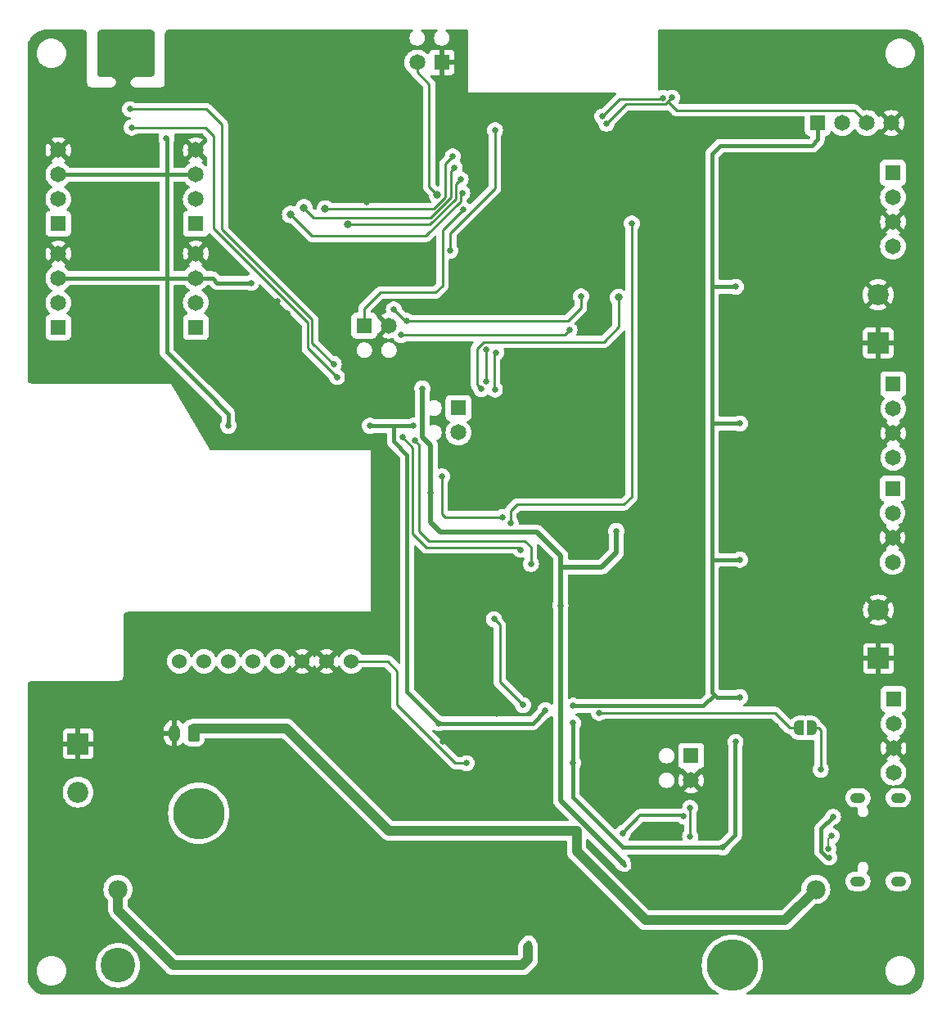
<source format=gbl>
G04 #@! TF.GenerationSoftware,KiCad,Pcbnew,8.0.3*
G04 #@! TF.CreationDate,2024-06-18T17:58:35+02:00*
G04 #@! TF.ProjectId,Open_beehive_scale_V0.5,4f70656e-5f62-4656-9568-6976655f7363,rev?*
G04 #@! TF.SameCoordinates,Original*
G04 #@! TF.FileFunction,Copper,L2,Bot*
G04 #@! TF.FilePolarity,Positive*
%FSLAX46Y46*%
G04 Gerber Fmt 4.6, Leading zero omitted, Abs format (unit mm)*
G04 Created by KiCad (PCBNEW 8.0.3) date 2024-06-18 17:58:35*
%MOMM*%
%LPD*%
G01*
G04 APERTURE LIST*
G04 Aperture macros list*
%AMRoundRect*
0 Rectangle with rounded corners*
0 $1 Rounding radius*
0 $2 $3 $4 $5 $6 $7 $8 $9 X,Y pos of 4 corners*
0 Add a 4 corners polygon primitive as box body*
4,1,4,$2,$3,$4,$5,$6,$7,$8,$9,$2,$3,0*
0 Add four circle primitives for the rounded corners*
1,1,$1+$1,$2,$3*
1,1,$1+$1,$4,$5*
1,1,$1+$1,$6,$7*
1,1,$1+$1,$8,$9*
0 Add four rect primitives between the rounded corners*
20,1,$1+$1,$2,$3,$4,$5,0*
20,1,$1+$1,$4,$5,$6,$7,0*
20,1,$1+$1,$6,$7,$8,$9,0*
20,1,$1+$1,$8,$9,$2,$3,0*%
%AMFreePoly0*
4,1,19,0.500000,-0.750000,0.000000,-0.750000,0.000000,-0.744911,-0.071157,-0.744911,-0.207708,-0.704816,-0.327430,-0.627875,-0.420627,-0.520320,-0.479746,-0.390866,-0.500000,-0.250000,-0.500000,0.250000,-0.479746,0.390866,-0.420627,0.520320,-0.327430,0.627875,-0.207708,0.704816,-0.071157,0.744911,0.000000,0.744911,0.000000,0.750000,0.500000,0.750000,0.500000,-0.750000,0.500000,-0.750000,
$1*%
%AMFreePoly1*
4,1,19,0.000000,0.744911,0.071157,0.744911,0.207708,0.704816,0.327430,0.627875,0.420627,0.520320,0.479746,0.390866,0.500000,0.250000,0.500000,-0.250000,0.479746,-0.390866,0.420627,-0.520320,0.327430,-0.627875,0.207708,-0.704816,0.071157,-0.744911,0.000000,-0.744911,0.000000,-0.750000,-0.500000,-0.750000,-0.500000,0.750000,0.000000,0.750000,0.000000,0.744911,0.000000,0.744911,
$1*%
G04 Aperture macros list end*
G04 #@! TA.AperFunction,SMDPad,CuDef*
%ADD10FreePoly0,180.000000*%
G04 #@! TD*
G04 #@! TA.AperFunction,SMDPad,CuDef*
%ADD11FreePoly1,180.000000*%
G04 #@! TD*
G04 #@! TA.AperFunction,ComponentPad*
%ADD12R,2.175000X2.175000*%
G04 #@! TD*
G04 #@! TA.AperFunction,ComponentPad*
%ADD13C,2.175000*%
G04 #@! TD*
G04 #@! TA.AperFunction,ComponentPad*
%ADD14R,1.650000X1.650000*%
G04 #@! TD*
G04 #@! TA.AperFunction,ComponentPad*
%ADD15C,1.650000*%
G04 #@! TD*
G04 #@! TA.AperFunction,ComponentPad*
%ADD16C,1.524000*%
G04 #@! TD*
G04 #@! TA.AperFunction,ComponentPad*
%ADD17RoundRect,0.250000X0.350000X0.625000X-0.350000X0.625000X-0.350000X-0.625000X0.350000X-0.625000X0*%
G04 #@! TD*
G04 #@! TA.AperFunction,ComponentPad*
%ADD18O,1.200000X1.750000*%
G04 #@! TD*
G04 #@! TA.AperFunction,ComponentPad*
%ADD19RoundRect,0.500000X0.300000X-0.000010X0.300000X0.000010X-0.300000X0.000010X-0.300000X-0.000010X0*%
G04 #@! TD*
G04 #@! TA.AperFunction,ComponentPad*
%ADD20C,1.980000*%
G04 #@! TD*
G04 #@! TA.AperFunction,ComponentPad*
%ADD21C,5.325000*%
G04 #@! TD*
G04 #@! TA.AperFunction,ComponentPad*
%ADD22C,3.585000*%
G04 #@! TD*
G04 #@! TA.AperFunction,ViaPad*
%ADD23C,0.650000*%
G04 #@! TD*
G04 #@! TA.AperFunction,ViaPad*
%ADD24C,0.800000*%
G04 #@! TD*
G04 #@! TA.AperFunction,Conductor*
%ADD25C,0.250000*%
G04 #@! TD*
G04 #@! TA.AperFunction,Conductor*
%ADD26C,0.300000*%
G04 #@! TD*
G04 #@! TA.AperFunction,Conductor*
%ADD27C,0.500000*%
G04 #@! TD*
G04 #@! TA.AperFunction,Conductor*
%ADD28C,0.400000*%
G04 #@! TD*
G04 #@! TA.AperFunction,Conductor*
%ADD29C,1.000000*%
G04 #@! TD*
G04 #@! TA.AperFunction,Conductor*
%ADD30C,0.200000*%
G04 #@! TD*
G04 APERTURE END LIST*
D10*
X180260000Y-118170000D03*
D11*
X178960000Y-118170000D03*
D12*
X104380000Y-119810000D03*
D13*
X104380000Y-124810000D03*
D14*
X180900000Y-55590000D03*
D15*
X183440000Y-55590000D03*
X185980000Y-55590000D03*
X188520000Y-55590000D03*
D14*
X143730000Y-85080000D03*
D15*
X143730000Y-87620000D03*
D14*
X188680000Y-60750000D03*
D15*
X188680000Y-63290000D03*
X188680000Y-65830000D03*
X188680000Y-68370000D03*
D12*
X187140000Y-78370000D03*
D13*
X187140000Y-73370000D03*
D12*
X187180000Y-110980000D03*
D13*
X187180000Y-105980000D03*
D14*
X188730000Y-115170000D03*
D15*
X188730000Y-117710000D03*
X188730000Y-120250000D03*
X188730000Y-122790000D03*
D16*
X114860000Y-111280000D03*
X117400000Y-111280000D03*
X119940000Y-111280000D03*
X122480000Y-111280000D03*
X125020000Y-111280000D03*
X127560000Y-111280000D03*
X130100000Y-111280000D03*
X132640000Y-111280000D03*
D14*
X188710000Y-82620000D03*
D15*
X188710000Y-85160000D03*
X188710000Y-87700000D03*
X188710000Y-90240000D03*
D14*
X133990000Y-76560000D03*
D15*
X136530000Y-76560000D03*
D17*
X116330000Y-118720000D03*
D18*
X114330000Y-118720000D03*
D19*
X185047500Y-134030000D03*
X189227500Y-134030000D03*
X185047500Y-125390000D03*
X189227500Y-125390000D03*
D14*
X116560000Y-66030000D03*
D15*
X116560000Y-63490000D03*
X116560000Y-60950000D03*
X116560000Y-58410000D03*
D14*
X102340000Y-76730000D03*
D15*
X102340000Y-74190000D03*
X102340000Y-71650000D03*
X102340000Y-69110000D03*
D14*
X102340000Y-66020000D03*
D15*
X102340000Y-63480000D03*
X102340000Y-60940000D03*
X102340000Y-58400000D03*
D14*
X167800000Y-121050000D03*
D15*
X167800000Y-123590000D03*
D14*
X116560000Y-76710000D03*
D15*
X116560000Y-74170000D03*
X116560000Y-71630000D03*
X116560000Y-69090000D03*
D14*
X188640000Y-93390000D03*
D15*
X188640000Y-95930000D03*
X188640000Y-98470000D03*
X188640000Y-101010000D03*
D14*
X141990000Y-49340000D03*
D15*
X139450000Y-49340000D03*
D20*
X180700000Y-134870000D03*
X108500000Y-134870000D03*
D21*
X172060000Y-142740000D03*
D22*
X108500000Y-142740000D03*
D21*
X116860000Y-127000000D03*
D23*
X169790000Y-129500000D03*
X179810000Y-128420000D03*
X182580000Y-119040000D03*
X176640000Y-113230000D03*
X144570000Y-121820000D03*
X181200000Y-122480000D03*
X142010000Y-92160000D03*
X148250000Y-96350000D03*
X158290000Y-116615000D03*
X189710000Y-140300000D03*
X126040000Y-75340000D03*
X171050000Y-64000000D03*
X183210000Y-47110000D03*
X104270000Y-47310000D03*
X168650000Y-110710000D03*
X100430000Y-58900000D03*
X180970000Y-80600000D03*
X168720000Y-96520000D03*
X100920000Y-134730000D03*
X133180000Y-47200000D03*
X153950000Y-59100000D03*
X157490000Y-82000000D03*
X171440000Y-99390000D03*
X186710000Y-49610000D03*
X110680000Y-47200000D03*
X190580000Y-135940000D03*
X179890000Y-86740000D03*
X163780000Y-134990000D03*
X190680000Y-83410000D03*
X135770000Y-94510000D03*
X113480000Y-144540000D03*
X168690000Y-95230000D03*
X190680000Y-124040000D03*
X154720000Y-59850000D03*
X190680000Y-91030000D03*
X135770000Y-104670000D03*
X175400000Y-107160000D03*
X167510000Y-86890000D03*
X100920000Y-122350000D03*
X132910000Y-136310000D03*
X170870000Y-135420000D03*
X115060000Y-82500000D03*
X154040000Y-135330000D03*
X183480000Y-144540000D03*
X190680000Y-80870000D03*
X173810000Y-123770000D03*
X176680000Y-99060000D03*
X168680000Y-67850000D03*
X102750000Y-81810000D03*
X190680000Y-55470000D03*
X168070000Y-56460000D03*
X100220000Y-114720000D03*
X178480000Y-144540000D03*
X124980000Y-74065000D03*
X126640000Y-88670000D03*
X105220000Y-114720000D03*
X141240000Y-79880000D03*
X123480000Y-144540000D03*
X190680000Y-103730000D03*
X125980000Y-144540000D03*
X178600000Y-76980000D03*
X152470000Y-59110000D03*
X149530000Y-112870000D03*
X135770000Y-91970000D03*
X130690000Y-107210000D03*
X100430000Y-81740000D03*
X177110000Y-100790000D03*
X104730000Y-143390000D03*
X182730000Y-125820000D03*
X190680000Y-106270000D03*
X190680000Y-60550000D03*
X117990000Y-107210000D03*
X143360625Y-113920000D03*
X180980000Y-144540000D03*
X190680000Y-58010000D03*
X100430000Y-53820000D03*
X140980000Y-144540000D03*
X147720000Y-116720000D03*
X160120000Y-68920000D03*
X148480000Y-144540000D03*
X141740000Y-139990000D03*
X178210000Y-47110000D03*
X116660000Y-84580000D03*
X177120000Y-114970000D03*
X185980000Y-144540000D03*
X100920000Y-132230000D03*
X126570000Y-70580000D03*
X130980000Y-144540000D03*
X167070000Y-48110000D03*
X175710000Y-47110000D03*
X110370000Y-107210000D03*
X135770000Y-89430000D03*
X138480000Y-144540000D03*
X175760000Y-56080000D03*
X180010000Y-72360000D03*
X143480000Y-144540000D03*
X105980000Y-144540000D03*
X190680000Y-73250000D03*
X180810000Y-116230000D03*
X190580000Y-138440000D03*
X168650000Y-109440000D03*
X128140000Y-47210000D03*
X190680000Y-65630000D03*
X171360000Y-113610000D03*
X177890000Y-49860000D03*
X153200000Y-59870000D03*
X190680000Y-96110000D03*
X134260000Y-88670000D03*
X145058750Y-120400000D03*
X135760000Y-77990000D03*
X120970000Y-144520000D03*
X163240000Y-73440000D03*
X119020000Y-88670000D03*
X100920000Y-117350000D03*
X123070000Y-107210000D03*
X171290000Y-50140000D03*
X168700000Y-66550000D03*
X145160625Y-113570000D03*
X171130000Y-106920000D03*
X153320000Y-144540000D03*
X170710000Y-47110000D03*
X156660000Y-123610000D03*
X141850000Y-58250000D03*
X187550000Y-99640000D03*
X124100000Y-88670000D03*
X179530000Y-95830000D03*
X100430000Y-63980000D03*
X130958559Y-75780026D03*
X151700000Y-59870000D03*
X168800000Y-80950000D03*
X115980000Y-144540000D03*
X133480000Y-144540000D03*
X155820000Y-144540000D03*
X103520000Y-141510000D03*
X135770000Y-97050000D03*
X165700000Y-144510000D03*
X168210000Y-47110000D03*
X111240000Y-47890000D03*
X190680000Y-101190000D03*
X100920000Y-119850000D03*
X178480000Y-90960000D03*
X152540000Y-113840000D03*
X190680000Y-121510000D03*
X190680000Y-118970000D03*
X171531944Y-70708056D03*
X190680000Y-93570000D03*
X153960000Y-57600000D03*
X134680000Y-135900000D03*
X163320000Y-144540000D03*
X152480000Y-60600000D03*
X100920000Y-129695500D03*
X143290000Y-56910000D03*
X168790000Y-82200000D03*
X135770000Y-102130000D03*
X190680000Y-70710000D03*
X181980000Y-132960000D03*
X104270000Y-49810000D03*
X123380000Y-81440000D03*
X171090000Y-78370000D03*
X172990000Y-49770000D03*
X171080000Y-92670000D03*
X180950000Y-66060000D03*
X141680000Y-137280000D03*
X151420000Y-124400000D03*
X100920000Y-124850000D03*
X131720000Y-88670000D03*
X190680000Y-68170000D03*
X145980000Y-144540000D03*
X135770000Y-99590000D03*
X177400000Y-123360000D03*
X128480000Y-144540000D03*
X177370000Y-72470000D03*
X180710000Y-47110000D03*
X153970000Y-60620000D03*
X150980000Y-144540000D03*
X115680000Y-47200000D03*
X176810000Y-85000000D03*
X120530000Y-107210000D03*
X158690000Y-121320000D03*
X176530000Y-117960000D03*
X105290000Y-81810000D03*
X175880000Y-78670000D03*
X190680000Y-85950000D03*
X122080000Y-74050000D03*
X115450000Y-107210000D03*
X134205000Y-63780000D03*
X161230000Y-138620000D03*
X149130000Y-134920000D03*
X125610000Y-107210000D03*
X100920000Y-139730000D03*
X142070000Y-119570000D03*
X175760000Y-64270000D03*
X190680000Y-113890000D03*
X190680000Y-63090000D03*
X179320000Y-110080000D03*
X110980000Y-144540000D03*
X100920000Y-127350000D03*
X129180000Y-88670000D03*
X135770000Y-107210000D03*
X189280000Y-127000000D03*
X140680000Y-47200000D03*
X110890000Y-69220000D03*
X185710000Y-47110000D03*
X175670000Y-92470000D03*
X117990000Y-86890000D03*
X152450000Y-57600000D03*
X107830000Y-81810000D03*
X190680000Y-116430000D03*
X168050000Y-144490000D03*
X150691875Y-109730000D03*
X190580000Y-130440000D03*
X173210000Y-47110000D03*
X172700000Y-117990000D03*
X180550000Y-105360000D03*
X170420000Y-49230000D03*
X149020000Y-125680000D03*
X100430000Y-56360000D03*
X128800000Y-138780000D03*
X118180000Y-47200000D03*
X190148000Y-51576000D03*
X182370000Y-123730000D03*
X100430000Y-76680000D03*
X190680000Y-111350000D03*
X151700000Y-58360000D03*
X100430000Y-69060000D03*
X176730000Y-70600000D03*
X102720000Y-114720000D03*
X160350000Y-126580000D03*
X149190000Y-93750000D03*
X137320000Y-47160000D03*
X150840000Y-113950000D03*
X190680000Y-78330000D03*
X174310000Y-125520000D03*
X165530000Y-47110000D03*
X160820000Y-144540000D03*
X100430000Y-71600000D03*
X190580000Y-127940000D03*
X190680000Y-108810000D03*
X154720000Y-58380000D03*
X133230000Y-107210000D03*
X100430000Y-66520000D03*
X190680000Y-75790000D03*
X100920000Y-137230000D03*
X110370000Y-81810000D03*
X162150000Y-135370000D03*
X177430000Y-86700000D03*
X180760000Y-62710000D03*
X186710000Y-142110000D03*
X112910000Y-81810000D03*
X128150000Y-107210000D03*
X150448750Y-120390000D03*
X129205000Y-70620000D03*
X177600000Y-128530000D03*
X113650000Y-139310000D03*
X184640000Y-138050000D03*
X100430000Y-61440000D03*
X175980000Y-144540000D03*
X118480000Y-144540000D03*
X190680000Y-52930000D03*
X190580000Y-132940000D03*
X158320000Y-144540000D03*
X100430000Y-74140000D03*
X100430000Y-79240000D03*
X112910000Y-107210000D03*
X101390000Y-51230000D03*
X188116000Y-51068000D03*
X135980000Y-144540000D03*
X145380000Y-109660000D03*
X143180000Y-47200000D03*
X121560000Y-88670000D03*
X167940000Y-133890000D03*
X190680000Y-98650000D03*
X173260000Y-130160000D03*
X153210000Y-58370000D03*
X179780000Y-100890000D03*
X152040000Y-120620000D03*
X148200000Y-139600000D03*
X190680000Y-88490000D03*
X130680000Y-47200000D03*
X163640000Y-129080000D03*
X171190000Y-85100000D03*
X160700000Y-132130000D03*
X139990000Y-83080000D03*
X154270000Y-105490000D03*
X160700000Y-129060000D03*
X160059999Y-97809999D03*
X140860000Y-93870000D03*
X167040000Y-127300431D03*
X165829620Y-52989620D03*
X156400000Y-73550000D03*
X137055000Y-74895000D03*
X138405000Y-76080000D03*
X139194620Y-88455380D03*
X159046816Y-55665073D03*
X151225000Y-101210000D03*
X164845000Y-53020000D03*
X158620000Y-54930000D03*
X155205000Y-77025000D03*
X150165000Y-99745000D03*
X137950000Y-88130000D03*
X137770000Y-77530000D03*
X172380000Y-119620000D03*
X171090000Y-130540000D03*
X155570000Y-117680000D03*
X155570000Y-121810000D03*
X155950000Y-128800000D03*
X165630000Y-138060000D03*
X155050000Y-128800000D03*
X164430000Y-137990000D03*
X141680000Y-117690000D03*
X134580000Y-86920000D03*
X152730000Y-116350000D03*
X122280002Y-72135000D03*
X172870000Y-114990000D03*
X139070000Y-86930000D03*
X172850000Y-100780000D03*
X155610000Y-115890000D03*
X172420000Y-72550000D03*
X113530000Y-57170000D03*
X172850000Y-86690000D03*
X119930000Y-86920000D03*
X144190000Y-64540000D03*
D24*
X126375000Y-65080000D03*
D23*
X144120000Y-62830000D03*
X143330000Y-60200000D03*
D24*
X127750000Y-64385000D03*
X129950000Y-64495000D03*
D23*
X143140000Y-59070000D03*
X143940000Y-61430000D03*
D24*
X132315000Y-66114500D03*
D23*
X182310000Y-129335500D03*
X182000980Y-130658732D03*
X131149159Y-81870841D03*
X109923445Y-56066555D03*
X109738504Y-54172740D03*
X130815000Y-80545000D03*
X150400000Y-115810000D03*
X147400000Y-106920000D03*
X147500000Y-56360000D03*
X142870000Y-68820000D03*
X182470000Y-127370000D03*
X182070000Y-131570000D03*
D24*
X160300000Y-73650000D03*
D23*
X146090000Y-83130000D03*
X146566363Y-82366168D03*
X146635000Y-79045000D03*
X147490000Y-83161061D03*
X147640000Y-79340000D03*
D24*
X141549157Y-63054157D03*
D23*
X161650000Y-66000000D03*
X149106250Y-97010000D03*
X167710000Y-126450000D03*
X167700000Y-129400000D03*
X150980000Y-141410000D03*
X150980000Y-140490000D03*
D25*
X167710000Y-126450000D02*
X167700000Y-126460000D01*
X167700000Y-126460000D02*
X167700000Y-129400000D01*
D26*
X162530000Y-127230000D02*
X160700000Y-129060000D01*
X166969569Y-127230000D02*
X162530000Y-127230000D01*
X167040000Y-127300431D02*
X166969569Y-127230000D01*
D25*
X139450000Y-50350000D02*
X139450000Y-49340000D01*
X140700000Y-51600000D02*
X139450000Y-50350000D01*
X140700000Y-62205000D02*
X140700000Y-51600000D01*
X141549157Y-63054157D02*
X140700000Y-62205000D01*
X137390000Y-112270000D02*
X136400000Y-111280000D01*
X137390000Y-115809239D02*
X137390000Y-112270000D01*
X136400000Y-111280000D02*
X132640000Y-111280000D01*
X143400761Y-121820000D02*
X137390000Y-115809239D01*
X144570000Y-121820000D02*
X143400761Y-121820000D01*
X181200000Y-118430000D02*
X180940000Y-118170000D01*
X181200000Y-122480000D02*
X181200000Y-118430000D01*
X180940000Y-118170000D02*
X180260000Y-118170000D01*
X142350000Y-96350000D02*
X142010000Y-96010000D01*
X142010000Y-96010000D02*
X142010000Y-92160000D01*
X148250000Y-96350000D02*
X142350000Y-96350000D01*
X161650000Y-94250000D02*
X161650000Y-66000000D01*
X160850000Y-95050000D02*
X161650000Y-94250000D01*
X149106250Y-97010000D02*
X149106250Y-95743750D01*
X149800000Y-95050000D02*
X160850000Y-95050000D01*
X149106250Y-95743750D02*
X149800000Y-95050000D01*
X176465000Y-116615000D02*
X158290000Y-116615000D01*
X177740000Y-117890000D02*
X176465000Y-116615000D01*
X178020000Y-118170000D02*
X177740000Y-117890000D01*
X178960000Y-118170000D02*
X178020000Y-118170000D01*
D27*
X139990000Y-88084924D02*
X139990000Y-83080000D01*
X140860000Y-96910000D02*
X140860000Y-88954924D01*
X154290000Y-101520000D02*
X154290000Y-100340000D01*
X154290000Y-101520000D02*
X158560000Y-101520000D01*
X154290000Y-105470000D02*
X154290000Y-101520000D01*
X141880000Y-97930000D02*
X140860000Y-96910000D01*
X160059999Y-100020001D02*
X160059999Y-97809999D01*
X140860000Y-88954924D02*
X139990000Y-88084924D01*
D28*
X160700000Y-132130000D02*
X160910000Y-132340000D01*
D27*
X151880000Y-97930000D02*
X141880000Y-97930000D01*
X154290000Y-100340000D02*
X151880000Y-97930000D01*
X154270000Y-125700000D02*
X160700000Y-132130000D01*
X154270000Y-105490000D02*
X154290000Y-105470000D01*
X158560000Y-101520000D02*
X160059999Y-100020001D01*
X154270000Y-105490000D02*
X154270000Y-125700000D01*
D25*
X159046816Y-55665073D02*
X161041889Y-53670000D01*
X156400000Y-74710000D02*
X156400000Y-73550000D01*
X166310000Y-54290000D02*
X184680000Y-54290000D01*
X138405000Y-76080000D02*
X142360000Y-76080000D01*
X163830000Y-53670000D02*
X165149240Y-53670000D01*
X139194620Y-88464620D02*
X139680000Y-88950000D01*
X150610000Y-98840000D02*
X151225000Y-99455000D01*
X138240000Y-76080000D02*
X138405000Y-76080000D01*
X151225000Y-99455000D02*
X151225000Y-101210000D01*
X139194620Y-88455380D02*
X139194620Y-88464620D01*
X165149240Y-53670000D02*
X165829620Y-52989620D01*
X142370000Y-76070000D02*
X155040000Y-76070000D01*
X139680000Y-97836216D02*
X140683784Y-98840000D01*
X165419620Y-53399620D02*
X166310000Y-54290000D01*
X161041889Y-53670000D02*
X163830000Y-53670000D01*
X155040000Y-76070000D02*
X156400000Y-74710000D01*
X184680000Y-54290000D02*
X185990000Y-55600000D01*
X140683784Y-98840000D02*
X150610000Y-98840000D01*
X137055000Y-74895000D02*
X138240000Y-76080000D01*
X142360000Y-76080000D02*
X142370000Y-76070000D01*
X139680000Y-88950000D02*
X139680000Y-97836216D01*
X149910000Y-99490000D02*
X150165000Y-99745000D01*
X154700000Y-77530000D02*
X137770000Y-77530000D01*
X137950000Y-88130000D02*
X139000000Y-89180000D01*
X139000000Y-89180000D02*
X139000000Y-98080998D01*
X139000000Y-98080998D02*
X140409002Y-99490000D01*
X140409002Y-99490000D02*
X149910000Y-99490000D01*
X164845000Y-53055000D02*
X164780000Y-53120000D01*
X155205000Y-77025000D02*
X154700000Y-77530000D01*
X160430000Y-53120000D02*
X158620000Y-54930000D01*
X164845000Y-53020000D02*
X164845000Y-53055000D01*
X164780000Y-53120000D02*
X160430000Y-53120000D01*
D28*
X172370000Y-129260000D02*
X172370000Y-119630000D01*
X172380000Y-119620000D02*
X172390000Y-119630000D01*
X172370000Y-119630000D02*
X172380000Y-119620000D01*
X155570000Y-117680000D02*
X155570000Y-121810000D01*
X160750000Y-130540000D02*
X171090000Y-130540000D01*
X171090000Y-130540000D02*
X172370000Y-129260000D01*
X155570000Y-121810000D02*
X155570000Y-125360000D01*
X155570000Y-125360000D02*
X160750000Y-130540000D01*
D29*
X125930000Y-118220000D02*
X116380000Y-118220000D01*
X163730000Y-138060000D02*
X163070000Y-138060000D01*
X180700000Y-134870000D02*
X177510000Y-138060000D01*
X177510000Y-138060000D02*
X163070000Y-138060000D01*
X155050000Y-128800000D02*
X136510000Y-128800000D01*
X163070000Y-138060000D02*
X155950000Y-130940000D01*
X155950000Y-130940000D02*
X155950000Y-128800000D01*
X136510000Y-128800000D02*
X125930000Y-118220000D01*
X155050000Y-128800000D02*
X155950000Y-128800000D01*
X116380000Y-118220000D02*
X116330000Y-118270000D01*
D28*
X102340000Y-71650000D02*
X118280000Y-71650000D01*
X170010000Y-100780000D02*
X169970000Y-100820000D01*
X117430000Y-83190000D02*
X113540000Y-79300000D01*
X172850000Y-100780000D02*
X170010000Y-100780000D01*
X170450000Y-114990000D02*
X170210000Y-114750000D01*
X138420000Y-89950000D02*
X137020000Y-88550000D01*
X169970000Y-100820000D02*
X169970000Y-114510000D01*
X172850000Y-86690000D02*
X170010000Y-86690000D01*
X134590000Y-86930000D02*
X134580000Y-86920000D01*
X117430000Y-83190000D02*
X119930000Y-85690000D01*
X118765000Y-72135000D02*
X122280000Y-72135000D01*
X170026622Y-72550000D02*
X172420000Y-72550000D01*
X169970000Y-58760000D02*
X170770000Y-57960000D01*
X141680000Y-117690000D02*
X138420000Y-114430000D01*
X169970000Y-86650000D02*
X169970000Y-100820000D01*
X151390000Y-117690000D02*
X152730000Y-116350000D01*
X164940000Y-115890000D02*
X169070000Y-115890000D01*
X138420000Y-114430000D02*
X138420000Y-89950000D01*
X102350000Y-60950000D02*
X102340000Y-60940000D01*
X180910000Y-57310000D02*
X180910000Y-55600000D01*
X113540000Y-79300000D02*
X113540000Y-57180000D01*
X170010000Y-86690000D02*
X169970000Y-86650000D01*
X155610000Y-115890000D02*
X164940000Y-115890000D01*
X139070000Y-86930000D02*
X134590000Y-86930000D01*
X170770000Y-57960000D02*
X180260000Y-57960000D01*
X169070000Y-115890000D02*
X170210000Y-114750000D01*
X170210000Y-114750000D02*
X169970000Y-114510000D01*
X172870000Y-114990000D02*
X170450000Y-114990000D01*
X118280000Y-71650000D02*
X118765000Y-72135000D01*
X180260000Y-57960000D02*
X180910000Y-57310000D01*
X137020000Y-88550000D02*
X137020000Y-87010000D01*
X116560000Y-60950000D02*
X102350000Y-60950000D01*
X169970000Y-86650000D02*
X169970000Y-72540000D01*
X141680000Y-117690000D02*
X151390000Y-117690000D01*
X113540000Y-57180000D02*
X113530000Y-57170000D01*
X119930000Y-85690000D02*
X119930000Y-86920000D01*
X169970000Y-72493378D02*
X169970000Y-58760000D01*
D25*
X142090000Y-66640000D02*
X144190000Y-64540000D01*
X141370000Y-73140000D02*
X142090000Y-72420000D01*
X135640000Y-73140000D02*
X141370000Y-73140000D01*
X142090000Y-72420000D02*
X142090000Y-66640000D01*
X133990000Y-74790000D02*
X135640000Y-73140000D01*
X133990000Y-76560000D02*
X133990000Y-74790000D01*
X143930000Y-63700000D02*
X143930000Y-63020000D01*
X140349501Y-67280499D02*
X143930000Y-63700000D01*
X126375000Y-65080000D02*
X128575499Y-67280499D01*
X128575499Y-67280499D02*
X140349501Y-67280499D01*
X143930000Y-63020000D02*
X144120000Y-62830000D01*
X142980499Y-63283811D02*
X142980499Y-60549501D01*
X128755000Y-65390000D02*
X140874310Y-65390000D01*
X127750000Y-64385000D02*
X128755000Y-65390000D01*
X142980499Y-60549501D02*
X143330000Y-60200000D01*
X140874310Y-65390000D02*
X142980499Y-63283811D01*
X142370000Y-63258620D02*
X142370000Y-59840000D01*
X142370000Y-59840000D02*
X143140000Y-59070000D01*
X129950000Y-64495000D02*
X141133620Y-64495000D01*
X141133620Y-64495000D02*
X142370000Y-63258620D01*
X140785500Y-66114500D02*
X132315000Y-66114500D01*
X143430000Y-63470000D02*
X140785500Y-66114500D01*
X143430000Y-61940000D02*
X143430000Y-63470000D01*
X143940000Y-61430000D02*
X143430000Y-61940000D01*
D30*
X182310000Y-129335500D02*
X182000980Y-129644520D01*
X182000980Y-129644520D02*
X182000980Y-130658732D01*
D25*
X118390000Y-56920000D02*
X117540000Y-56070000D01*
X128140000Y-76250000D02*
X118390000Y-66500000D01*
X128140000Y-78860000D02*
X128140000Y-76250000D01*
X109923445Y-56066555D02*
X117533445Y-56066555D01*
X131149159Y-81869159D02*
X128140000Y-78860000D01*
X131149159Y-81870841D02*
X131149159Y-81869159D01*
X118390000Y-66500000D02*
X118390000Y-56920000D01*
X119270000Y-55770000D02*
X117672740Y-54172740D01*
X117672740Y-54172740D02*
X109738504Y-54172740D01*
X119270000Y-66610000D02*
X119270000Y-55770000D01*
X128590000Y-75930000D02*
X119270000Y-66610000D01*
X128590000Y-78320000D02*
X128590000Y-75930000D01*
X130815000Y-80545000D02*
X128590000Y-78320000D01*
X147400000Y-106920000D02*
X148000000Y-107520000D01*
X148000000Y-107520000D02*
X148000000Y-113410000D01*
X148000000Y-113410000D02*
X150400000Y-115810000D01*
X142870000Y-68820000D02*
X142870000Y-66970000D01*
X142870000Y-66970000D02*
X147520000Y-62320000D01*
X147520000Y-62320000D02*
X147520000Y-56380000D01*
X147520000Y-56380000D02*
X147500000Y-56360000D01*
D28*
X181250000Y-128590000D02*
X182470000Y-127370000D01*
X181250000Y-130932350D02*
X181250000Y-128590000D01*
X181887650Y-131570000D02*
X181250000Y-130932350D01*
X182070000Y-131570000D02*
X181887650Y-131570000D01*
D25*
X146320000Y-78230000D02*
X145640000Y-78910000D01*
X160300000Y-73650000D02*
X160300000Y-76700000D01*
X158770000Y-78230000D02*
X146320000Y-78230000D01*
X145640000Y-78910000D02*
X145640000Y-82680000D01*
X160300000Y-76700000D02*
X158770000Y-78230000D01*
X145640000Y-82680000D02*
X146090000Y-83130000D01*
X146635000Y-82297531D02*
X146635000Y-79045000D01*
X146566363Y-82366168D02*
X146635000Y-82297531D01*
X147640000Y-79340000D02*
X147410000Y-79570000D01*
X147410000Y-83081061D02*
X147490000Y-83161061D01*
X147410000Y-79570000D02*
X147410000Y-83081061D01*
D29*
X150930000Y-142120000D02*
X150930000Y-140820000D01*
X114220000Y-142730000D02*
X150320000Y-142730000D01*
X108500000Y-134870000D02*
X108500000Y-137010000D01*
X150320000Y-142730000D02*
X150930000Y-142120000D01*
X108500000Y-137010000D02*
X114220000Y-142730000D01*
G04 #@! TA.AperFunction,Conductor*
G36*
X115430723Y-61678502D02*
G01*
X115465815Y-61712229D01*
X115506888Y-61770887D01*
X115534578Y-61810432D01*
X115699568Y-61975422D01*
X115742388Y-62005405D01*
X115890700Y-62109254D01*
X115893521Y-62110883D01*
X115894514Y-62111924D01*
X115895210Y-62112412D01*
X115895112Y-62112551D01*
X115942512Y-62162268D01*
X115955945Y-62231982D01*
X115929555Y-62297892D01*
X115893521Y-62329117D01*
X115890700Y-62330745D01*
X115699571Y-62464575D01*
X115699565Y-62464580D01*
X115534580Y-62629565D01*
X115534575Y-62629571D01*
X115400744Y-62820702D01*
X115302134Y-63032171D01*
X115302132Y-63032175D01*
X115264967Y-63170880D01*
X115241742Y-63257556D01*
X115221406Y-63490000D01*
X115241742Y-63722444D01*
X115267570Y-63818836D01*
X115302132Y-63947824D01*
X115302134Y-63947828D01*
X115400744Y-64159297D01*
X115534575Y-64350428D01*
X115534580Y-64350434D01*
X115677522Y-64493376D01*
X115711548Y-64555688D01*
X115706483Y-64626503D01*
X115663936Y-64683339D01*
X115632460Y-64700526D01*
X115488797Y-64754110D01*
X115488792Y-64754112D01*
X115371738Y-64841738D01*
X115284112Y-64958792D01*
X115284110Y-64958797D01*
X115233011Y-65095795D01*
X115233009Y-65095803D01*
X115226500Y-65156350D01*
X115226500Y-66903649D01*
X115233009Y-66964196D01*
X115233011Y-66964204D01*
X115284110Y-67101202D01*
X115284112Y-67101207D01*
X115371738Y-67218261D01*
X115488792Y-67305887D01*
X115488794Y-67305888D01*
X115488796Y-67305889D01*
X115547875Y-67327924D01*
X115625795Y-67356988D01*
X115625803Y-67356990D01*
X115686350Y-67363499D01*
X115686355Y-67363499D01*
X115686362Y-67363500D01*
X115686368Y-67363500D01*
X117433632Y-67363500D01*
X117433638Y-67363500D01*
X117433645Y-67363499D01*
X117433649Y-67363499D01*
X117494196Y-67356990D01*
X117494199Y-67356989D01*
X117494201Y-67356989D01*
X117631204Y-67305889D01*
X117644563Y-67295889D01*
X117748261Y-67218261D01*
X117835887Y-67101207D01*
X117835887Y-67101206D01*
X117835889Y-67101204D01*
X117837843Y-67095964D01*
X117880386Y-67039129D01*
X117946905Y-67014315D01*
X118016280Y-67029404D01*
X118044994Y-67050899D01*
X122113412Y-71119316D01*
X122147438Y-71181628D01*
X122142373Y-71252443D01*
X122099826Y-71309279D01*
X122050516Y-71331657D01*
X122021020Y-71337926D01*
X121860958Y-71409191D01*
X121860223Y-71409616D01*
X121859674Y-71409763D01*
X121854924Y-71411878D01*
X121854589Y-71411125D01*
X121797217Y-71426500D01*
X119110661Y-71426500D01*
X119042540Y-71406498D01*
X119021565Y-71389595D01*
X118884413Y-71252443D01*
X118731643Y-71099672D01*
X118615601Y-71022135D01*
X118515575Y-70980703D01*
X118515574Y-70980703D01*
X118486662Y-70968727D01*
X118486660Y-70968726D01*
X118486659Y-70968726D01*
X118440827Y-70959609D01*
X118418221Y-70955113D01*
X118418220Y-70955112D01*
X118349787Y-70941500D01*
X118349782Y-70941500D01*
X118349781Y-70941500D01*
X117771402Y-70941500D01*
X117703281Y-70921498D01*
X117668189Y-70887771D01*
X117585424Y-70769571D01*
X117585419Y-70769565D01*
X117420434Y-70604580D01*
X117420428Y-70604575D01*
X117229294Y-70470741D01*
X117225981Y-70468829D01*
X117224813Y-70467604D01*
X117224790Y-70467588D01*
X117224793Y-70467583D01*
X117176988Y-70417446D01*
X117163552Y-70347733D01*
X117189938Y-70281822D01*
X117225982Y-70250590D01*
X117229053Y-70248816D01*
X117305839Y-70195051D01*
X117305839Y-70195048D01*
X116725773Y-69614982D01*
X116772292Y-69602518D01*
X116897708Y-69530110D01*
X117000110Y-69427708D01*
X117072518Y-69302292D01*
X117084982Y-69255773D01*
X117665048Y-69835839D01*
X117665051Y-69835839D01*
X117718821Y-69759046D01*
X117718822Y-69759044D01*
X117817393Y-69547657D01*
X117817395Y-69547652D01*
X117877762Y-69322355D01*
X117898091Y-69090000D01*
X117877762Y-68857644D01*
X117817395Y-68632347D01*
X117817393Y-68632342D01*
X117718819Y-68420948D01*
X117718818Y-68420947D01*
X117665051Y-68344159D01*
X117665049Y-68344159D01*
X117084982Y-68924226D01*
X117072518Y-68877708D01*
X117000110Y-68752292D01*
X116897708Y-68649890D01*
X116772292Y-68577482D01*
X116725772Y-68565016D01*
X117305839Y-67984949D01*
X117229048Y-67931179D01*
X117017657Y-67832606D01*
X117017652Y-67832604D01*
X116792355Y-67772237D01*
X116560000Y-67751908D01*
X116327644Y-67772237D01*
X116102347Y-67832604D01*
X116102342Y-67832606D01*
X115890952Y-67931179D01*
X115814158Y-67984949D01*
X116394226Y-68565017D01*
X116347708Y-68577482D01*
X116222292Y-68649890D01*
X116119890Y-68752292D01*
X116047482Y-68877708D01*
X116035017Y-68924226D01*
X115454949Y-68344158D01*
X115401179Y-68420952D01*
X115302606Y-68632342D01*
X115302604Y-68632347D01*
X115242237Y-68857644D01*
X115221908Y-69090000D01*
X115242237Y-69322355D01*
X115302604Y-69547652D01*
X115302606Y-69547657D01*
X115401179Y-69759048D01*
X115454949Y-69835839D01*
X116035016Y-69255771D01*
X116047482Y-69302292D01*
X116119890Y-69427708D01*
X116222292Y-69530110D01*
X116347708Y-69602518D01*
X116394226Y-69614982D01*
X115814159Y-70195049D01*
X115814159Y-70195051D01*
X115890947Y-70248818D01*
X115894013Y-70250588D01*
X115895094Y-70251721D01*
X115895460Y-70251978D01*
X115895408Y-70252051D01*
X115943009Y-70301968D01*
X115956448Y-70371681D01*
X115930064Y-70437593D01*
X115894024Y-70468826D01*
X115890704Y-70470742D01*
X115699571Y-70604575D01*
X115699565Y-70604580D01*
X115534580Y-70769565D01*
X115534575Y-70769571D01*
X115451811Y-70887771D01*
X115396354Y-70932099D01*
X115348598Y-70941500D01*
X114374500Y-70941500D01*
X114306379Y-70921498D01*
X114259886Y-70867842D01*
X114248500Y-70815500D01*
X114248500Y-61784500D01*
X114268502Y-61716379D01*
X114322158Y-61669886D01*
X114374500Y-61658500D01*
X115362602Y-61658500D01*
X115430723Y-61678502D01*
G37*
G04 #@! TD.AperFunction*
G04 #@! TA.AperFunction,Conductor*
G36*
X117290082Y-56720057D02*
G01*
X117311056Y-56736960D01*
X117719595Y-57145499D01*
X117753621Y-57207811D01*
X117756500Y-57234594D01*
X117756500Y-57534655D01*
X117736498Y-57602776D01*
X117682842Y-57649269D01*
X117679336Y-57649872D01*
X117084982Y-58244226D01*
X117072518Y-58197708D01*
X117000110Y-58072292D01*
X116897708Y-57969890D01*
X116772292Y-57897482D01*
X116725772Y-57885016D01*
X117305839Y-57304949D01*
X117229048Y-57251179D01*
X117017657Y-57152606D01*
X117017652Y-57152604D01*
X116792355Y-57092237D01*
X116560000Y-57071908D01*
X116327644Y-57092237D01*
X116102347Y-57152604D01*
X116102342Y-57152606D01*
X115890952Y-57251179D01*
X115814158Y-57304949D01*
X116394226Y-57885017D01*
X116347708Y-57897482D01*
X116222292Y-57969890D01*
X116119890Y-58072292D01*
X116047482Y-58197708D01*
X116035017Y-58244226D01*
X115454949Y-57664158D01*
X115401179Y-57740952D01*
X115302606Y-57952342D01*
X115302604Y-57952347D01*
X115242237Y-58177644D01*
X115221908Y-58410000D01*
X115242237Y-58642355D01*
X115302604Y-58867652D01*
X115302606Y-58867657D01*
X115401179Y-59079048D01*
X115454949Y-59155839D01*
X116035016Y-58575771D01*
X116047482Y-58622292D01*
X116119890Y-58747708D01*
X116222292Y-58850110D01*
X116347708Y-58922518D01*
X116394226Y-58934982D01*
X115814159Y-59515049D01*
X115814159Y-59515051D01*
X115890947Y-59568818D01*
X115894013Y-59570588D01*
X115895094Y-59571721D01*
X115895460Y-59571978D01*
X115895408Y-59572051D01*
X115943009Y-59621968D01*
X115956448Y-59691681D01*
X115930064Y-59757593D01*
X115894024Y-59788826D01*
X115890704Y-59790742D01*
X115699571Y-59924575D01*
X115699565Y-59924580D01*
X115534580Y-60089565D01*
X115534575Y-60089571D01*
X115465815Y-60187771D01*
X115410358Y-60232099D01*
X115362602Y-60241500D01*
X114374500Y-60241500D01*
X114306379Y-60221498D01*
X114259886Y-60167842D01*
X114248500Y-60115500D01*
X114248500Y-57626282D01*
X114265381Y-57563282D01*
X114295634Y-57510882D01*
X114349777Y-57344249D01*
X114368091Y-57170000D01*
X114349777Y-56995751D01*
X114307289Y-56864990D01*
X114305262Y-56794024D01*
X114341924Y-56733226D01*
X114405636Y-56701901D01*
X114427123Y-56700055D01*
X117221961Y-56700055D01*
X117290082Y-56720057D01*
G37*
G04 #@! TD.AperFunction*
G04 #@! TA.AperFunction,Conductor*
G36*
X117681483Y-59172274D02*
G01*
X117689118Y-59173808D01*
X117740112Y-59223205D01*
X117756500Y-59285343D01*
X117756500Y-59956456D01*
X117736498Y-60024577D01*
X117682842Y-60071070D01*
X117612568Y-60081174D01*
X117547988Y-60051680D01*
X117541405Y-60045551D01*
X117420434Y-59924580D01*
X117420428Y-59924575D01*
X117229294Y-59790741D01*
X117225981Y-59788829D01*
X117224813Y-59787604D01*
X117224790Y-59787588D01*
X117224793Y-59787583D01*
X117176988Y-59737446D01*
X117163552Y-59667733D01*
X117189938Y-59601822D01*
X117225982Y-59570590D01*
X117229053Y-59568816D01*
X117305839Y-59515051D01*
X117305839Y-59515048D01*
X116725773Y-58934982D01*
X116772292Y-58922518D01*
X116897708Y-58850110D01*
X117000110Y-58747708D01*
X117072518Y-58622292D01*
X117084982Y-58575773D01*
X117681483Y-59172274D01*
G37*
G04 #@! TD.AperFunction*
G04 #@! TA.AperFunction,Conductor*
G36*
X104838444Y-45916717D02*
G01*
X104935944Y-45930373D01*
X104967260Y-45938985D01*
X105051036Y-45974174D01*
X105079102Y-45990501D01*
X105151104Y-46045938D01*
X105174061Y-46068895D01*
X105229497Y-46140895D01*
X105245826Y-46168964D01*
X105281013Y-46252738D01*
X105289626Y-46284055D01*
X105295936Y-46329103D01*
X105302985Y-46379438D01*
X105303282Y-46381554D01*
X105304500Y-46399031D01*
X105304500Y-51381715D01*
X105304500Y-51390000D01*
X105304500Y-51449210D01*
X105330851Y-51564660D01*
X105382231Y-51671352D01*
X105456064Y-51763936D01*
X105548648Y-51837769D01*
X105655340Y-51889149D01*
X105770790Y-51915500D01*
X105770793Y-51915500D01*
X107849181Y-51915500D01*
X107849183Y-51915500D01*
X107982836Y-51879688D01*
X107982839Y-51879686D01*
X107982840Y-51879686D01*
X108055442Y-51837769D01*
X108102665Y-51810505D01*
X108200505Y-51712665D01*
X108269688Y-51592836D01*
X108305500Y-51459183D01*
X108305500Y-51320817D01*
X108269688Y-51187164D01*
X108269686Y-51187161D01*
X108269686Y-51187159D01*
X108200507Y-51067338D01*
X108200499Y-51067328D01*
X108102671Y-50969500D01*
X108102661Y-50969492D01*
X107982840Y-50900313D01*
X107967049Y-50896082D01*
X107849183Y-50864500D01*
X107849181Y-50864500D01*
X106838258Y-50864500D01*
X106821812Y-50863422D01*
X106723637Y-50850497D01*
X106691865Y-50841984D01*
X106608073Y-50807276D01*
X106579589Y-50790830D01*
X106565045Y-50779670D01*
X106507633Y-50735616D01*
X106484383Y-50712366D01*
X106429168Y-50640409D01*
X106412724Y-50611929D01*
X106378013Y-50528129D01*
X106369502Y-50496364D01*
X106356578Y-50398187D01*
X106355500Y-50381742D01*
X106355500Y-46398257D01*
X106356578Y-46381812D01*
X106363295Y-46330790D01*
X106369503Y-46283633D01*
X106378012Y-46251872D01*
X106412726Y-46168067D01*
X106429166Y-46139593D01*
X106484386Y-46067629D01*
X106507629Y-46044386D01*
X106579593Y-45989166D01*
X106608067Y-45972726D01*
X106691872Y-45938012D01*
X106723633Y-45929503D01*
X106799776Y-45919478D01*
X106821813Y-45916578D01*
X106838258Y-45915500D01*
X106838285Y-45915500D01*
X111821715Y-45915500D01*
X111821742Y-45915500D01*
X111838187Y-45916578D01*
X111864098Y-45919989D01*
X111936364Y-45929502D01*
X111968129Y-45938013D01*
X112051929Y-45972724D01*
X112080409Y-45989168D01*
X112152366Y-46044383D01*
X112175616Y-46067633D01*
X112222113Y-46128228D01*
X112230830Y-46139589D01*
X112247276Y-46168073D01*
X112267054Y-46215822D01*
X112281984Y-46251864D01*
X112290497Y-46283637D01*
X112303422Y-46381811D01*
X112304500Y-46398257D01*
X112304500Y-50381742D01*
X112303422Y-50398188D01*
X112290497Y-50496362D01*
X112281984Y-50528135D01*
X112247276Y-50611926D01*
X112230830Y-50640410D01*
X112175621Y-50712361D01*
X112152361Y-50735621D01*
X112080410Y-50790830D01*
X112051926Y-50807276D01*
X111968135Y-50841984D01*
X111936362Y-50850497D01*
X111838188Y-50863422D01*
X111821742Y-50864500D01*
X110338285Y-50864500D01*
X110330000Y-50864500D01*
X110260817Y-50864500D01*
X110179017Y-50886417D01*
X110127159Y-50900313D01*
X110007338Y-50969492D01*
X110007328Y-50969500D01*
X109909500Y-51067328D01*
X109909492Y-51067338D01*
X109840313Y-51187159D01*
X109820291Y-51261883D01*
X109804500Y-51320817D01*
X109804500Y-51459183D01*
X109825513Y-51537606D01*
X109840313Y-51592840D01*
X109909492Y-51712661D01*
X109909500Y-51712671D01*
X110007328Y-51810499D01*
X110007333Y-51810503D01*
X110007335Y-51810505D01*
X110007336Y-51810506D01*
X110007338Y-51810507D01*
X110127159Y-51879686D01*
X110127161Y-51879686D01*
X110127164Y-51879688D01*
X110260817Y-51915500D01*
X110260819Y-51915500D01*
X112889207Y-51915500D01*
X112889210Y-51915500D01*
X113004660Y-51889149D01*
X113111352Y-51837769D01*
X113203936Y-51763936D01*
X113277769Y-51671352D01*
X113329149Y-51564660D01*
X113355500Y-51449210D01*
X113355500Y-51390000D01*
X113355500Y-51381715D01*
X113355500Y-46398257D01*
X113356578Y-46381812D01*
X113363295Y-46330790D01*
X113369503Y-46283633D01*
X113378012Y-46251872D01*
X113412726Y-46168067D01*
X113429166Y-46139593D01*
X113484386Y-46067629D01*
X113507629Y-46044386D01*
X113579593Y-45989166D01*
X113608067Y-45972726D01*
X113691872Y-45938012D01*
X113723633Y-45929503D01*
X113799776Y-45919478D01*
X113821813Y-45916578D01*
X113838258Y-45915500D01*
X113838285Y-45915500D01*
X138509438Y-45915500D01*
X138917519Y-45915500D01*
X138985640Y-45935502D01*
X139032133Y-45989158D01*
X139042237Y-46059432D01*
X139012743Y-46124012D01*
X138987521Y-46146265D01*
X138939715Y-46178207D01*
X138939708Y-46178213D01*
X138828213Y-46289708D01*
X138828208Y-46289715D01*
X138740606Y-46420820D01*
X138680265Y-46566497D01*
X138680263Y-46566502D01*
X138649500Y-46721155D01*
X138649500Y-46878844D01*
X138680263Y-47033497D01*
X138680265Y-47033502D01*
X138733501Y-47162025D01*
X138740606Y-47179179D01*
X138828211Y-47310289D01*
X138939711Y-47421789D01*
X139070821Y-47509394D01*
X139216503Y-47569737D01*
X139371158Y-47600500D01*
X139371159Y-47600500D01*
X139528841Y-47600500D01*
X139528842Y-47600500D01*
X139683497Y-47569737D01*
X139829179Y-47509394D01*
X139960289Y-47421789D01*
X140071789Y-47310289D01*
X140159394Y-47179179D01*
X140219737Y-47033497D01*
X140250500Y-46878842D01*
X140250500Y-46721158D01*
X140219737Y-46566503D01*
X140159394Y-46420821D01*
X140071789Y-46289711D01*
X139960289Y-46178211D01*
X139960287Y-46178209D01*
X139960284Y-46178207D01*
X139912479Y-46146265D01*
X139866951Y-46091788D01*
X139858103Y-46021345D01*
X139888745Y-45957301D01*
X139949147Y-45919989D01*
X139982481Y-45915500D01*
X141457519Y-45915500D01*
X141525640Y-45935502D01*
X141572133Y-45989158D01*
X141582237Y-46059432D01*
X141552743Y-46124012D01*
X141527521Y-46146265D01*
X141479715Y-46178207D01*
X141479708Y-46178213D01*
X141368213Y-46289708D01*
X141368208Y-46289715D01*
X141280606Y-46420820D01*
X141220265Y-46566497D01*
X141220263Y-46566502D01*
X141189500Y-46721155D01*
X141189500Y-46878844D01*
X141220263Y-47033497D01*
X141220265Y-47033502D01*
X141273501Y-47162025D01*
X141280606Y-47179179D01*
X141368211Y-47310289D01*
X141479711Y-47421789D01*
X141610821Y-47509394D01*
X141756503Y-47569737D01*
X141911158Y-47600500D01*
X141911159Y-47600500D01*
X142068841Y-47600500D01*
X142068842Y-47600500D01*
X142223497Y-47569737D01*
X142369179Y-47509394D01*
X142500289Y-47421789D01*
X142611789Y-47310289D01*
X142699394Y-47179179D01*
X142759737Y-47033497D01*
X142790500Y-46878842D01*
X142790500Y-46721158D01*
X142759737Y-46566503D01*
X142699394Y-46420821D01*
X142611789Y-46289711D01*
X142500289Y-46178211D01*
X142500287Y-46178209D01*
X142500284Y-46178207D01*
X142452479Y-46146265D01*
X142406951Y-46091788D01*
X142398103Y-46021345D01*
X142428745Y-45957301D01*
X142489147Y-45919989D01*
X142522481Y-45915500D01*
X144618500Y-45915500D01*
X144686621Y-45935502D01*
X144733114Y-45989158D01*
X144744500Y-46041500D01*
X144744500Y-52400563D01*
X144759436Y-52415499D01*
X144759438Y-52415500D01*
X159934404Y-52415500D01*
X160002525Y-52435502D01*
X160049018Y-52489158D01*
X160059122Y-52559432D01*
X160029628Y-52624012D01*
X160023499Y-52630595D01*
X158590790Y-54063305D01*
X158528478Y-54097330D01*
X158527892Y-54097457D01*
X158361016Y-54132928D01*
X158200950Y-54204194D01*
X158059210Y-54307175D01*
X157941969Y-54437382D01*
X157941968Y-54437384D01*
X157854369Y-54589112D01*
X157854366Y-54589119D01*
X157800222Y-54755751D01*
X157781909Y-54930000D01*
X157800222Y-55104248D01*
X157815053Y-55149890D01*
X157854366Y-55270882D01*
X157854369Y-55270887D01*
X157941968Y-55422615D01*
X157941969Y-55422617D01*
X157951368Y-55433055D01*
X158059208Y-55552823D01*
X158110376Y-55589999D01*
X158162928Y-55628180D01*
X158206282Y-55684402D01*
X158214177Y-55716946D01*
X158227038Y-55839321D01*
X158236156Y-55867382D01*
X158281182Y-56005955D01*
X158281185Y-56005960D01*
X158368784Y-56157688D01*
X158368785Y-56157690D01*
X158460270Y-56259293D01*
X158486024Y-56287896D01*
X158627770Y-56390881D01*
X158787832Y-56462145D01*
X158959212Y-56498573D01*
X159134420Y-56498573D01*
X159305800Y-56462145D01*
X159465862Y-56390881D01*
X159607608Y-56287896D01*
X159724846Y-56157691D01*
X159812450Y-56005955D01*
X159866593Y-55839322D01*
X159873453Y-55774048D01*
X159900465Y-55708392D01*
X159909650Y-55698141D01*
X161267390Y-54340402D01*
X161329700Y-54306379D01*
X161356483Y-54303500D01*
X165211633Y-54303500D01*
X165211634Y-54303500D01*
X165325713Y-54280808D01*
X165396425Y-54287136D01*
X165439388Y-54315292D01*
X165817929Y-54693833D01*
X165906167Y-54782071D01*
X166009925Y-54851400D01*
X166125215Y-54899155D01*
X166247606Y-54923500D01*
X179440500Y-54923500D01*
X179508621Y-54943502D01*
X179555114Y-54997158D01*
X179566500Y-55049500D01*
X179566500Y-56463649D01*
X179573009Y-56524196D01*
X179573011Y-56524204D01*
X179624110Y-56661202D01*
X179624112Y-56661207D01*
X179711738Y-56778261D01*
X179828792Y-56865887D01*
X179828794Y-56865888D01*
X179828796Y-56865889D01*
X179866256Y-56879861D01*
X179965795Y-56916988D01*
X179965803Y-56916990D01*
X180006647Y-56921381D01*
X180072240Y-56948550D01*
X180112731Y-57006868D01*
X180115265Y-57077819D01*
X180082275Y-57135754D01*
X180003432Y-57214596D01*
X179941123Y-57248620D01*
X179914339Y-57251500D01*
X170700213Y-57251500D01*
X170563342Y-57278725D01*
X170563339Y-57278726D01*
X170525572Y-57294368D01*
X170525572Y-57294369D01*
X170506690Y-57302190D01*
X170434400Y-57332133D01*
X170318356Y-57409673D01*
X169419671Y-58308357D01*
X169342136Y-58424397D01*
X169327039Y-58460845D01*
X169288729Y-58553332D01*
X169288727Y-58553337D01*
X169261500Y-58690216D01*
X169261500Y-114579784D01*
X169267730Y-114611103D01*
X169261402Y-114681817D01*
X169233247Y-114724780D01*
X168813434Y-115144595D01*
X168751122Y-115178620D01*
X168724338Y-115181500D01*
X156092786Y-115181500D01*
X156035412Y-115166127D01*
X156035078Y-115166878D01*
X156030338Y-115164767D01*
X156029787Y-115164620D01*
X156029047Y-115164192D01*
X155868984Y-115092928D01*
X155697604Y-115056500D01*
X155522396Y-115056500D01*
X155351015Y-115092928D01*
X155205749Y-115157605D01*
X155135382Y-115167039D01*
X155071085Y-115136933D01*
X155033271Y-115076844D01*
X155028500Y-115042498D01*
X155028500Y-105872793D01*
X155034667Y-105833856D01*
X155035632Y-105830884D01*
X155035634Y-105830882D01*
X155089777Y-105664249D01*
X155108091Y-105490000D01*
X155089777Y-105315751D01*
X155079090Y-105282861D01*
X155054667Y-105207693D01*
X155048500Y-105168757D01*
X155048500Y-102404500D01*
X155068502Y-102336379D01*
X155122158Y-102289886D01*
X155174500Y-102278500D01*
X158634701Y-102278500D01*
X158634705Y-102278500D01*
X158634706Y-102278500D01*
X158707976Y-102263925D01*
X158781247Y-102249351D01*
X158919284Y-102192174D01*
X159043515Y-102109166D01*
X160649165Y-100503516D01*
X160732173Y-100379285D01*
X160789350Y-100241248D01*
X160806073Y-100157177D01*
X160818499Y-100094707D01*
X160818499Y-98192792D01*
X160824666Y-98153855D01*
X160825631Y-98150883D01*
X160825633Y-98150881D01*
X160879776Y-97984248D01*
X160898090Y-97809999D01*
X160879776Y-97635750D01*
X160825633Y-97469117D01*
X160738029Y-97317381D01*
X160620791Y-97187176D01*
X160479045Y-97084191D01*
X160318983Y-97012927D01*
X160147603Y-96976499D01*
X159972395Y-96976499D01*
X159801014Y-97012927D01*
X159640949Y-97084193D01*
X159499209Y-97187174D01*
X159381968Y-97317381D01*
X159381967Y-97317383D01*
X159294368Y-97469111D01*
X159294365Y-97469118D01*
X159240221Y-97635750D01*
X159221908Y-97809999D01*
X159240221Y-97984247D01*
X159249350Y-98012342D01*
X159294365Y-98150881D01*
X159294366Y-98150883D01*
X159295332Y-98153855D01*
X159301499Y-98192792D01*
X159301499Y-99653630D01*
X159281497Y-99721751D01*
X159264594Y-99742725D01*
X158282724Y-100724595D01*
X158220412Y-100758621D01*
X158193629Y-100761500D01*
X155174500Y-100761500D01*
X155106379Y-100741498D01*
X155059886Y-100687842D01*
X155048500Y-100635500D01*
X155048500Y-100265293D01*
X155048499Y-100265290D01*
X155042995Y-100237618D01*
X155019351Y-100118754D01*
X154962174Y-99980716D01*
X154938507Y-99945296D01*
X154879166Y-99856485D01*
X154879164Y-99856483D01*
X154879159Y-99856477D01*
X152363519Y-97340838D01*
X152363515Y-97340834D01*
X152239284Y-97257826D01*
X152101247Y-97200649D01*
X152015033Y-97183500D01*
X152015031Y-97183499D01*
X151954709Y-97171500D01*
X151954706Y-97171500D01*
X150067304Y-97171500D01*
X149999183Y-97151498D01*
X149952690Y-97097842D01*
X149941994Y-97032330D01*
X149944341Y-97010000D01*
X149926027Y-96835751D01*
X149871884Y-96669118D01*
X149784280Y-96517382D01*
X149784279Y-96517381D01*
X149784276Y-96517376D01*
X149772113Y-96503868D01*
X149741396Y-96439860D01*
X149739750Y-96419559D01*
X149739750Y-96058345D01*
X149759752Y-95990224D01*
X149776655Y-95969249D01*
X150025501Y-95720404D01*
X150087813Y-95686379D01*
X150114596Y-95683500D01*
X160912393Y-95683500D01*
X160912394Y-95683500D01*
X161034785Y-95659155D01*
X161150075Y-95611400D01*
X161253833Y-95542071D01*
X162142071Y-94653833D01*
X162211400Y-94550075D01*
X162259155Y-94434785D01*
X162283500Y-94312394D01*
X162283500Y-94187606D01*
X162283500Y-66590441D01*
X162303502Y-66522320D01*
X162315865Y-66506129D01*
X162322244Y-66499044D01*
X162328030Y-66492618D01*
X162415634Y-66340882D01*
X162469777Y-66174249D01*
X162488091Y-66000000D01*
X162469777Y-65825751D01*
X162415634Y-65659118D01*
X162328030Y-65507382D01*
X162210792Y-65377177D01*
X162069046Y-65274192D01*
X161908984Y-65202928D01*
X161737604Y-65166500D01*
X161562396Y-65166500D01*
X161391015Y-65202928D01*
X161230950Y-65274194D01*
X161089210Y-65377175D01*
X160971969Y-65507382D01*
X160971968Y-65507384D01*
X160884369Y-65659112D01*
X160884366Y-65659119D01*
X160830222Y-65825751D01*
X160811909Y-66000000D01*
X160830222Y-66174248D01*
X160831525Y-66178257D01*
X160884366Y-66340882D01*
X160884366Y-66340883D01*
X160884367Y-66340884D01*
X160971970Y-66492618D01*
X160984135Y-66506129D01*
X161014853Y-66570136D01*
X161016500Y-66590441D01*
X161016500Y-72800311D01*
X160996498Y-72868432D01*
X160942842Y-72914925D01*
X160872568Y-72925029D01*
X160816439Y-72902247D01*
X160756752Y-72858882D01*
X160582288Y-72781206D01*
X160395487Y-72741500D01*
X160204513Y-72741500D01*
X160017711Y-72781206D01*
X159843247Y-72858882D01*
X159688744Y-72971135D01*
X159560965Y-73113048D01*
X159560958Y-73113058D01*
X159465476Y-73278438D01*
X159465473Y-73278445D01*
X159406457Y-73460072D01*
X159386496Y-73650000D01*
X159406457Y-73839927D01*
X159436526Y-73932470D01*
X159465473Y-74021556D01*
X159560960Y-74186944D01*
X159634137Y-74268215D01*
X159664853Y-74332220D01*
X159666500Y-74352524D01*
X159666500Y-76385405D01*
X159646498Y-76453526D01*
X159629595Y-76474500D01*
X158544501Y-77559595D01*
X158482189Y-77593620D01*
X158455406Y-77596500D01*
X156055725Y-77596500D01*
X155987604Y-77576498D01*
X155941111Y-77522842D01*
X155931007Y-77452568D01*
X155946606Y-77407500D01*
X155970634Y-77365882D01*
X156024777Y-77199249D01*
X156043091Y-77025000D01*
X156024777Y-76850751D01*
X155970634Y-76684118D01*
X155883030Y-76532382D01*
X155831812Y-76475499D01*
X155769013Y-76405754D01*
X155738296Y-76341746D01*
X155747060Y-76271293D01*
X155773549Y-76232353D01*
X156892071Y-75113833D01*
X156961400Y-75010075D01*
X156961402Y-75010069D01*
X156961404Y-75010067D01*
X156968808Y-74992192D01*
X156985982Y-74950729D01*
X157009155Y-74894785D01*
X157033500Y-74772394D01*
X157033500Y-74140441D01*
X157053502Y-74072320D01*
X157065865Y-74056129D01*
X157069922Y-74051621D01*
X157078030Y-74042618D01*
X157165634Y-73890882D01*
X157219777Y-73724249D01*
X157238091Y-73550000D01*
X157219777Y-73375751D01*
X157165634Y-73209118D01*
X157078030Y-73057382D01*
X156960792Y-72927177D01*
X156819046Y-72824192D01*
X156658984Y-72752928D01*
X156487604Y-72716500D01*
X156312396Y-72716500D01*
X156141015Y-72752928D01*
X155980950Y-72824194D01*
X155839210Y-72927175D01*
X155839208Y-72927176D01*
X155839208Y-72927177D01*
X155834746Y-72932133D01*
X155721969Y-73057382D01*
X155721968Y-73057384D01*
X155634369Y-73209112D01*
X155634366Y-73209119D01*
X155580222Y-73375751D01*
X155561909Y-73550000D01*
X155580222Y-73724248D01*
X155596225Y-73773499D01*
X155634366Y-73890882D01*
X155634366Y-73890883D01*
X155634367Y-73890884D01*
X155721970Y-74042618D01*
X155734135Y-74056129D01*
X155764853Y-74120136D01*
X155766500Y-74140441D01*
X155766500Y-74395406D01*
X155746498Y-74463527D01*
X155729595Y-74484501D01*
X154814501Y-75399595D01*
X154752189Y-75433621D01*
X154725406Y-75436500D01*
X142307603Y-75436500D01*
X142276413Y-75442704D01*
X142269502Y-75444079D01*
X142244922Y-75446500D01*
X138992036Y-75446500D01*
X138923915Y-75426498D01*
X138917975Y-75422436D01*
X138824046Y-75354192D01*
X138663984Y-75282928D01*
X138492604Y-75246500D01*
X138354594Y-75246500D01*
X138286473Y-75226498D01*
X138265499Y-75209595D01*
X137917852Y-74861948D01*
X137883826Y-74799636D01*
X137881637Y-74786022D01*
X137880205Y-74772394D01*
X137874777Y-74720751D01*
X137820634Y-74554118D01*
X137733030Y-74402382D01*
X137615792Y-74272177D01*
X137474046Y-74169192D01*
X137313984Y-74097928D01*
X137142604Y-74061500D01*
X136967396Y-74061500D01*
X136796015Y-74097928D01*
X136635950Y-74169194D01*
X136494210Y-74272175D01*
X136376969Y-74402382D01*
X136376968Y-74402384D01*
X136289369Y-74554112D01*
X136289366Y-74554119D01*
X136235222Y-74720751D01*
X136216909Y-74895000D01*
X136235222Y-75069249D01*
X136250897Y-75117490D01*
X136252925Y-75188457D01*
X136216262Y-75249255D01*
X136163676Y-75278132D01*
X136072356Y-75302601D01*
X136072342Y-75302606D01*
X135860952Y-75401179D01*
X135784159Y-75454948D01*
X136364227Y-76035016D01*
X136317708Y-76047482D01*
X136192292Y-76119890D01*
X136089890Y-76222292D01*
X136017482Y-76347708D01*
X136005017Y-76394226D01*
X135412121Y-75801330D01*
X135390876Y-75797061D01*
X135339884Y-75747661D01*
X135324594Y-75689679D01*
X135323680Y-75689728D01*
X135323499Y-75686350D01*
X135316990Y-75625803D01*
X135316988Y-75625795D01*
X135278176Y-75521738D01*
X135265889Y-75488796D01*
X135265888Y-75488794D01*
X135265887Y-75488792D01*
X135178261Y-75371738D01*
X135061207Y-75284112D01*
X135061202Y-75284110D01*
X134924204Y-75233011D01*
X134924196Y-75233009D01*
X134863649Y-75226500D01*
X134863638Y-75226500D01*
X134753594Y-75226500D01*
X134685473Y-75206498D01*
X134638980Y-75152842D01*
X134628876Y-75082568D01*
X134658370Y-75017988D01*
X134664499Y-75011405D01*
X135865499Y-73810405D01*
X135927811Y-73776379D01*
X135954594Y-73773500D01*
X141432393Y-73773500D01*
X141432394Y-73773500D01*
X141554785Y-73749155D01*
X141670075Y-73701400D01*
X141773833Y-73632071D01*
X142582072Y-72823833D01*
X142651401Y-72720075D01*
X142699155Y-72604785D01*
X142723500Y-72482394D01*
X142723500Y-72357606D01*
X142723500Y-69779500D01*
X142743502Y-69711379D01*
X142797158Y-69664886D01*
X142849500Y-69653500D01*
X142957604Y-69653500D01*
X143128984Y-69617072D01*
X143289046Y-69545808D01*
X143430792Y-69442823D01*
X143548030Y-69312618D01*
X143635634Y-69160882D01*
X143689777Y-68994249D01*
X143708091Y-68820000D01*
X143689777Y-68645751D01*
X143635634Y-68479118D01*
X143548030Y-68327382D01*
X143548029Y-68327381D01*
X143548026Y-68327376D01*
X143535863Y-68313868D01*
X143505146Y-68249860D01*
X143503500Y-68229559D01*
X143503500Y-67284594D01*
X143523502Y-67216473D01*
X143540405Y-67195499D01*
X145655904Y-65080000D01*
X148012071Y-62723833D01*
X148081400Y-62620075D01*
X148129155Y-62504785D01*
X148153500Y-62382394D01*
X148153500Y-62257606D01*
X148153500Y-56927321D01*
X148173502Y-56859200D01*
X148177567Y-56853256D01*
X148178029Y-56852619D01*
X148181045Y-56847395D01*
X148265634Y-56700882D01*
X148319777Y-56534249D01*
X148338091Y-56360000D01*
X148319777Y-56185751D01*
X148265634Y-56019118D01*
X148178030Y-55867382D01*
X148060792Y-55737177D01*
X147919046Y-55634192D01*
X147758984Y-55562928D01*
X147587604Y-55526500D01*
X147412396Y-55526500D01*
X147241015Y-55562928D01*
X147080950Y-55634194D01*
X146939210Y-55737175D01*
X146821969Y-55867382D01*
X146821968Y-55867384D01*
X146734369Y-56019112D01*
X146734366Y-56019118D01*
X146730049Y-56032404D01*
X146680222Y-56185751D01*
X146661909Y-56360000D01*
X146680222Y-56534248D01*
X146688320Y-56559170D01*
X146734366Y-56700882D01*
X146734366Y-56700883D01*
X146734367Y-56700884D01*
X146821970Y-56852619D01*
X146821973Y-56852623D01*
X146854134Y-56888340D01*
X146884853Y-56952346D01*
X146886500Y-56972652D01*
X146886500Y-62005405D01*
X146866498Y-62073526D01*
X146849595Y-62094500D01*
X144975506Y-63968588D01*
X144913194Y-64002614D01*
X144842378Y-63997549D01*
X144792775Y-63963803D01*
X144750792Y-63917177D01*
X144674160Y-63861500D01*
X144615439Y-63818836D01*
X144572085Y-63762613D01*
X144563500Y-63716900D01*
X144563500Y-63602241D01*
X144583502Y-63534120D01*
X144615439Y-63500305D01*
X144643386Y-63480000D01*
X144680792Y-63452823D01*
X144798030Y-63322618D01*
X144885634Y-63170882D01*
X144939777Y-63004249D01*
X144958091Y-62830000D01*
X144939777Y-62655751D01*
X144885634Y-62489118D01*
X144798030Y-62337382D01*
X144680792Y-62207177D01*
X144601169Y-62149327D01*
X144557816Y-62093106D01*
X144551741Y-62022370D01*
X144581596Y-61963081D01*
X144618030Y-61922618D01*
X144705634Y-61770882D01*
X144759777Y-61604249D01*
X144778091Y-61430000D01*
X144759777Y-61255751D01*
X144705634Y-61089118D01*
X144618030Y-60937382D01*
X144500792Y-60807177D01*
X144359046Y-60704192D01*
X144198981Y-60632926D01*
X144198283Y-60632700D01*
X144197930Y-60632459D01*
X144192951Y-60630242D01*
X144193356Y-60629331D01*
X144139678Y-60592626D01*
X144112041Y-60527229D01*
X144117386Y-60473936D01*
X144149777Y-60374249D01*
X144168091Y-60200000D01*
X144149777Y-60025751D01*
X144095634Y-59859118D01*
X144008030Y-59707382D01*
X144008027Y-59707379D01*
X144008026Y-59707377D01*
X143902591Y-59590279D01*
X143871873Y-59526272D01*
X143880638Y-59455818D01*
X143887104Y-59442976D01*
X143905634Y-59410882D01*
X143959777Y-59244249D01*
X143978091Y-59070000D01*
X143959777Y-58895751D01*
X143905634Y-58729118D01*
X143818030Y-58577382D01*
X143700792Y-58447177D01*
X143559046Y-58344192D01*
X143398984Y-58272928D01*
X143227604Y-58236500D01*
X143052396Y-58236500D01*
X142881015Y-58272928D01*
X142720950Y-58344194D01*
X142579210Y-58447175D01*
X142461969Y-58577382D01*
X142461968Y-58577384D01*
X142374369Y-58729112D01*
X142374366Y-58729118D01*
X142361339Y-58769210D01*
X142320224Y-58895746D01*
X142320223Y-58895748D01*
X142320223Y-58895751D01*
X142314521Y-58950000D01*
X142313362Y-58961024D01*
X142286347Y-59026680D01*
X142277148Y-59036946D01*
X141966167Y-59347929D01*
X141877927Y-59436169D01*
X141877926Y-59436171D01*
X141817723Y-59526272D01*
X141808600Y-59539925D01*
X141760845Y-59655215D01*
X141753502Y-59692133D01*
X141736500Y-59777603D01*
X141736500Y-62019657D01*
X141716498Y-62087778D01*
X141662842Y-62134271D01*
X141610500Y-62145657D01*
X141588751Y-62145657D01*
X141520630Y-62125655D01*
X141499656Y-62108752D01*
X141370405Y-61979501D01*
X141336379Y-61917189D01*
X141333500Y-61890406D01*
X141333500Y-51537607D01*
X141333499Y-51537603D01*
X141309155Y-51415215D01*
X141261400Y-51299925D01*
X141192071Y-51196167D01*
X141103833Y-51107929D01*
X140837886Y-50841982D01*
X140803860Y-50779670D01*
X140808925Y-50708855D01*
X140851472Y-50652019D01*
X140917992Y-50627208D01*
X140971014Y-50634831D01*
X141055907Y-50666494D01*
X141116402Y-50672999D01*
X141116415Y-50673000D01*
X141736000Y-50673000D01*
X141736000Y-49828438D01*
X141777708Y-49852518D01*
X141917591Y-49890000D01*
X142062409Y-49890000D01*
X142202292Y-49852518D01*
X142244000Y-49828438D01*
X142244000Y-50673000D01*
X142863585Y-50673000D01*
X142863597Y-50672999D01*
X142924093Y-50666494D01*
X143060964Y-50615444D01*
X143060965Y-50615444D01*
X143177904Y-50527904D01*
X143265444Y-50410965D01*
X143265444Y-50410964D01*
X143316494Y-50274093D01*
X143322999Y-50213597D01*
X143323000Y-50213585D01*
X143323000Y-49594000D01*
X142478438Y-49594000D01*
X142502518Y-49552292D01*
X142540000Y-49412409D01*
X142540000Y-49267591D01*
X142502518Y-49127708D01*
X142478438Y-49086000D01*
X143323000Y-49086000D01*
X143323000Y-48466414D01*
X143322999Y-48466402D01*
X143316494Y-48405906D01*
X143265444Y-48269035D01*
X143265444Y-48269034D01*
X143177904Y-48152095D01*
X143060965Y-48064555D01*
X142924093Y-48013505D01*
X142863597Y-48007000D01*
X142244000Y-48007000D01*
X142244000Y-48851561D01*
X142202292Y-48827482D01*
X142062409Y-48790000D01*
X141917591Y-48790000D01*
X141777708Y-48827482D01*
X141736000Y-48851561D01*
X141736000Y-48007000D01*
X141116402Y-48007000D01*
X141055906Y-48013505D01*
X140919035Y-48064555D01*
X140919034Y-48064555D01*
X140802095Y-48152095D01*
X140714556Y-48269033D01*
X140660916Y-48412849D01*
X140618369Y-48469684D01*
X140551849Y-48494495D01*
X140482475Y-48479403D01*
X140453765Y-48457911D01*
X140310434Y-48314580D01*
X140310428Y-48314575D01*
X140119297Y-48180744D01*
X139907828Y-48082134D01*
X139907824Y-48082132D01*
X139803224Y-48054104D01*
X139682444Y-48021742D01*
X139450000Y-48001406D01*
X139217556Y-48021742D01*
X139157166Y-48037923D01*
X138992175Y-48082132D01*
X138992171Y-48082134D01*
X138780702Y-48180744D01*
X138589571Y-48314575D01*
X138589565Y-48314580D01*
X138424580Y-48479565D01*
X138424575Y-48479571D01*
X138290744Y-48670702D01*
X138192134Y-48882171D01*
X138192132Y-48882175D01*
X138159947Y-49002292D01*
X138131742Y-49107556D01*
X138111406Y-49340000D01*
X138131742Y-49572444D01*
X138164104Y-49693224D01*
X138179400Y-49750308D01*
X138192133Y-49797826D01*
X138290744Y-50009297D01*
X138424578Y-50200432D01*
X138589568Y-50365422D01*
X138780703Y-50499256D01*
X138792594Y-50504800D01*
X138845878Y-50551715D01*
X138855752Y-50570776D01*
X138888597Y-50650070D01*
X138888599Y-50650074D01*
X138888600Y-50650075D01*
X138957929Y-50753833D01*
X138957931Y-50753835D01*
X140029595Y-51825499D01*
X140063621Y-51887811D01*
X140066500Y-51914594D01*
X140066500Y-62267396D01*
X140070325Y-62286623D01*
X140090845Y-62389785D01*
X140138600Y-62505075D01*
X140207929Y-62608833D01*
X140207931Y-62608835D01*
X140602034Y-63002938D01*
X140636060Y-63065250D01*
X140638249Y-63078862D01*
X140655614Y-63244084D01*
X140681131Y-63322615D01*
X140714630Y-63425713D01*
X140714633Y-63425718D01*
X140807460Y-63586500D01*
X140810117Y-63591101D01*
X140823016Y-63605427D01*
X140864221Y-63651190D01*
X140894938Y-63715198D01*
X140886173Y-63785651D01*
X140840710Y-63840182D01*
X140772982Y-63861477D01*
X140770584Y-63861500D01*
X130658200Y-63861500D01*
X130590079Y-63841498D01*
X130564563Y-63819810D01*
X130561252Y-63816133D01*
X130406752Y-63703882D01*
X130232288Y-63626206D01*
X130045487Y-63586500D01*
X129854513Y-63586500D01*
X129667711Y-63626206D01*
X129493247Y-63703882D01*
X129338744Y-63816135D01*
X129210965Y-63958048D01*
X129210958Y-63958058D01*
X129115476Y-64123438D01*
X129115473Y-64123445D01*
X129056457Y-64305072D01*
X129037422Y-64486187D01*
X129010409Y-64551844D01*
X128952187Y-64592474D01*
X128881242Y-64595177D01*
X128823017Y-64562112D01*
X128697121Y-64436216D01*
X128663095Y-64373904D01*
X128660908Y-64360306D01*
X128643542Y-64195072D01*
X128584527Y-64013444D01*
X128489040Y-63848056D01*
X128489038Y-63848054D01*
X128489034Y-63848048D01*
X128361255Y-63706135D01*
X128206752Y-63593882D01*
X128032288Y-63516206D01*
X127845487Y-63476500D01*
X127654513Y-63476500D01*
X127467711Y-63516206D01*
X127293247Y-63593882D01*
X127138744Y-63706135D01*
X127010965Y-63848048D01*
X127010958Y-63848058D01*
X126915476Y-64013438D01*
X126915474Y-64013442D01*
X126869949Y-64153549D01*
X126829874Y-64212154D01*
X126764477Y-64239790D01*
X126698868Y-64229718D01*
X126657290Y-64211206D01*
X126470487Y-64171500D01*
X126279513Y-64171500D01*
X126092711Y-64211206D01*
X125918247Y-64288882D01*
X125763744Y-64401135D01*
X125635965Y-64543048D01*
X125635958Y-64543058D01*
X125540476Y-64708438D01*
X125540473Y-64708445D01*
X125481457Y-64890072D01*
X125461496Y-65080000D01*
X125481457Y-65269927D01*
X125489117Y-65293500D01*
X125540473Y-65451556D01*
X125540476Y-65451561D01*
X125635958Y-65616941D01*
X125635965Y-65616951D01*
X125763744Y-65758864D01*
X125763747Y-65758866D01*
X125918248Y-65871118D01*
X126092712Y-65948794D01*
X126279513Y-65988500D01*
X126335406Y-65988500D01*
X126403527Y-66008502D01*
X126424496Y-66025400D01*
X128171666Y-67772571D01*
X128275424Y-67841900D01*
X128339914Y-67868612D01*
X128390714Y-67889654D01*
X128513105Y-67913999D01*
X128513106Y-67913999D01*
X140411894Y-67913999D01*
X140411895Y-67913999D01*
X140534286Y-67889654D01*
X140649576Y-67841899D01*
X140753334Y-67772570D01*
X141241405Y-67284499D01*
X141303717Y-67250473D01*
X141374532Y-67255538D01*
X141431368Y-67298085D01*
X141456179Y-67364605D01*
X141456500Y-67373594D01*
X141456500Y-72105404D01*
X141436498Y-72173525D01*
X141419596Y-72194499D01*
X141144501Y-72469595D01*
X141082188Y-72503620D01*
X141055405Y-72506500D01*
X135577603Y-72506500D01*
X135504568Y-72521028D01*
X135455215Y-72530845D01*
X135455213Y-72530845D01*
X135455212Y-72530846D01*
X135339923Y-72578601D01*
X135236171Y-72647926D01*
X135236164Y-72647931D01*
X133497931Y-74386164D01*
X133497926Y-74386171D01*
X133446239Y-74463527D01*
X133428600Y-74489925D01*
X133380845Y-74605215D01*
X133376347Y-74627828D01*
X133356500Y-74727603D01*
X133356500Y-75100500D01*
X133336498Y-75168621D01*
X133282842Y-75215114D01*
X133230500Y-75226500D01*
X133116350Y-75226500D01*
X133055803Y-75233009D01*
X133055795Y-75233011D01*
X132918797Y-75284110D01*
X132918792Y-75284112D01*
X132801738Y-75371738D01*
X132714112Y-75488792D01*
X132714110Y-75488797D01*
X132663011Y-75625795D01*
X132663009Y-75625803D01*
X132656500Y-75686350D01*
X132656500Y-77433649D01*
X132663009Y-77494196D01*
X132663011Y-77494204D01*
X132714110Y-77631202D01*
X132714112Y-77631207D01*
X132801738Y-77748261D01*
X132918792Y-77835887D01*
X132918794Y-77835888D01*
X132918796Y-77835889D01*
X132977875Y-77857924D01*
X133055795Y-77886988D01*
X133055803Y-77886990D01*
X133116350Y-77893499D01*
X133116355Y-77893499D01*
X133116362Y-77893500D01*
X133116368Y-77893500D01*
X134863632Y-77893500D01*
X134863638Y-77893500D01*
X134863645Y-77893499D01*
X134863649Y-77893499D01*
X134924196Y-77886990D01*
X134924199Y-77886989D01*
X134924201Y-77886989D01*
X135061204Y-77835889D01*
X135099988Y-77806856D01*
X135178261Y-77748261D01*
X135265887Y-77631207D01*
X135265887Y-77631206D01*
X135265889Y-77631204D01*
X135316989Y-77494201D01*
X135323500Y-77433638D01*
X135323500Y-77433630D01*
X135323680Y-77430272D01*
X135324716Y-77430327D01*
X135343502Y-77366348D01*
X135397158Y-77319855D01*
X135413799Y-77316989D01*
X136005016Y-76725771D01*
X136017482Y-76772292D01*
X136089890Y-76897708D01*
X136192292Y-77000110D01*
X136317708Y-77072518D01*
X136364225Y-77084982D01*
X135784159Y-77665048D01*
X135784159Y-77665051D01*
X135860947Y-77718818D01*
X135860948Y-77718819D01*
X136072342Y-77817393D01*
X136072347Y-77817395D01*
X136297644Y-77877762D01*
X136530000Y-77898091D01*
X136762360Y-77877762D01*
X136881993Y-77845706D01*
X136952970Y-77847395D01*
X137011766Y-77887188D01*
X137023724Y-77904412D01*
X137091968Y-78022615D01*
X137091969Y-78022617D01*
X137128781Y-78063500D01*
X137209208Y-78152823D01*
X137350954Y-78255808D01*
X137511016Y-78327072D01*
X137682396Y-78363500D01*
X137857604Y-78363500D01*
X138028984Y-78327072D01*
X138189046Y-78255808D01*
X138282975Y-78187563D01*
X138349842Y-78163706D01*
X138357036Y-78163500D01*
X145186406Y-78163500D01*
X145254527Y-78183502D01*
X145301020Y-78237158D01*
X145311124Y-78307432D01*
X145281630Y-78372012D01*
X145275501Y-78378595D01*
X145147931Y-78506164D01*
X145147926Y-78506171D01*
X145078601Y-78609923D01*
X145030846Y-78725212D01*
X145006500Y-78847603D01*
X145006500Y-78847606D01*
X145006500Y-82617606D01*
X145006500Y-82742394D01*
X145030845Y-82864785D01*
X145078600Y-82980075D01*
X145147929Y-83083833D01*
X145147931Y-83083835D01*
X145227147Y-83163051D01*
X145261173Y-83225363D01*
X145263361Y-83238970D01*
X145270223Y-83304249D01*
X145324366Y-83470882D01*
X145324369Y-83470887D01*
X145411968Y-83622615D01*
X145411969Y-83622617D01*
X145473726Y-83691204D01*
X145529208Y-83752823D01*
X145670954Y-83855808D01*
X145831016Y-83927072D01*
X146002396Y-83963500D01*
X146177604Y-83963500D01*
X146348984Y-83927072D01*
X146509046Y-83855808D01*
X146650792Y-83752823D01*
X146682379Y-83717741D01*
X146742825Y-83680502D01*
X146813809Y-83681854D01*
X146869652Y-83717741D01*
X146929208Y-83783884D01*
X147070954Y-83886869D01*
X147231016Y-83958133D01*
X147402396Y-83994561D01*
X147577604Y-83994561D01*
X147748984Y-83958133D01*
X147909046Y-83886869D01*
X148050792Y-83783884D01*
X148168030Y-83653679D01*
X148255634Y-83501943D01*
X148309777Y-83335310D01*
X148328091Y-83161061D01*
X148309777Y-82986812D01*
X148255634Y-82820179D01*
X148168030Y-82668443D01*
X148168029Y-82668442D01*
X148168026Y-82668437D01*
X148075864Y-82566081D01*
X148045146Y-82502074D01*
X148043500Y-82481771D01*
X148043500Y-80141302D01*
X148063502Y-80073181D01*
X148095436Y-80039368D01*
X148200792Y-79962823D01*
X148318030Y-79832618D01*
X148405634Y-79680882D01*
X148459777Y-79514249D01*
X148478091Y-79340000D01*
X148459777Y-79165751D01*
X148415159Y-79028435D01*
X148413132Y-78957469D01*
X148449794Y-78896671D01*
X148513506Y-78865346D01*
X148534993Y-78863500D01*
X158832393Y-78863500D01*
X158832394Y-78863500D01*
X158954785Y-78839155D01*
X159070075Y-78791400D01*
X159173833Y-78722071D01*
X160792072Y-77103833D01*
X160792077Y-77103825D01*
X160793100Y-77102580D01*
X160793805Y-77102099D01*
X160796449Y-77099456D01*
X160796950Y-77099957D01*
X160851777Y-77062611D01*
X160922748Y-77060710D01*
X160983481Y-77097480D01*
X161014693Y-77161248D01*
X161016500Y-77182513D01*
X161016500Y-93935406D01*
X160996498Y-94003527D01*
X160979595Y-94024501D01*
X160624501Y-94379595D01*
X160562189Y-94413621D01*
X160535406Y-94416500D01*
X149737600Y-94416500D01*
X149615217Y-94440844D01*
X149615209Y-94440846D01*
X149581447Y-94454830D01*
X149581447Y-94454831D01*
X149499925Y-94488599D01*
X149396167Y-94557927D01*
X148702417Y-95251679D01*
X148614177Y-95339919D01*
X148614176Y-95339921D01*
X148544849Y-95443676D01*
X148544846Y-95443681D01*
X148540456Y-95454280D01*
X148495906Y-95509559D01*
X148428542Y-95531978D01*
X148397854Y-95529305D01*
X148337606Y-95516500D01*
X148337604Y-95516500D01*
X148162396Y-95516500D01*
X147991015Y-95552928D01*
X147830954Y-95624192D01*
X147737025Y-95692436D01*
X147670157Y-95716295D01*
X147662964Y-95716500D01*
X142769500Y-95716500D01*
X142701379Y-95696498D01*
X142654886Y-95642842D01*
X142643500Y-95590500D01*
X142643500Y-92750441D01*
X142663502Y-92682320D01*
X142675865Y-92666129D01*
X142679922Y-92661621D01*
X142688030Y-92652618D01*
X142775634Y-92500882D01*
X142829777Y-92334249D01*
X142848091Y-92160000D01*
X142829777Y-91985751D01*
X142775634Y-91819118D01*
X142688030Y-91667382D01*
X142570792Y-91537177D01*
X142429046Y-91434192D01*
X142268984Y-91362928D01*
X142097604Y-91326500D01*
X141922396Y-91326500D01*
X141922394Y-91326500D01*
X141770696Y-91358744D01*
X141699906Y-91353342D01*
X141643273Y-91310525D01*
X141618780Y-91243887D01*
X141618500Y-91235497D01*
X141618500Y-88880217D01*
X141618499Y-88880214D01*
X141614872Y-88861978D01*
X141589351Y-88733678D01*
X141532174Y-88595640D01*
X141486156Y-88526770D01*
X141464942Y-88459018D01*
X141483725Y-88390551D01*
X141536542Y-88343108D01*
X141542697Y-88340363D01*
X141569179Y-88329394D01*
X141700289Y-88241789D01*
X141811789Y-88130289D01*
X141899394Y-87999179D01*
X141959737Y-87853497D01*
X141990500Y-87698842D01*
X141990500Y-87620000D01*
X142391406Y-87620000D01*
X142411742Y-87852444D01*
X142433154Y-87932355D01*
X142467144Y-88059210D01*
X142472133Y-88077826D01*
X142570744Y-88289297D01*
X142704578Y-88480432D01*
X142869568Y-88645422D01*
X143060703Y-88779256D01*
X143272174Y-88877867D01*
X143497556Y-88938258D01*
X143730000Y-88958594D01*
X143962444Y-88938258D01*
X144187826Y-88877867D01*
X144399297Y-88779256D01*
X144590432Y-88645422D01*
X144755422Y-88480432D01*
X144889256Y-88289297D01*
X144987867Y-88077826D01*
X145048258Y-87852444D01*
X145068594Y-87620000D01*
X145048258Y-87387556D01*
X144987867Y-87162174D01*
X144889256Y-86950703D01*
X144755422Y-86759568D01*
X144612477Y-86616623D01*
X144578451Y-86554311D01*
X144583516Y-86483496D01*
X144626063Y-86426660D01*
X144657540Y-86409472D01*
X144664195Y-86406989D01*
X144664201Y-86406989D01*
X144801204Y-86355889D01*
X144845950Y-86322393D01*
X144918261Y-86268261D01*
X145005887Y-86151207D01*
X145005887Y-86151206D01*
X145005889Y-86151204D01*
X145054665Y-86020432D01*
X145056988Y-86014204D01*
X145056990Y-86014196D01*
X145063499Y-85953649D01*
X145063500Y-85953632D01*
X145063500Y-84206367D01*
X145063499Y-84206350D01*
X145056990Y-84145803D01*
X145056988Y-84145795D01*
X145005889Y-84008797D01*
X145005887Y-84008792D01*
X144918261Y-83891738D01*
X144801207Y-83804112D01*
X144801202Y-83804110D01*
X144664204Y-83753011D01*
X144664196Y-83753009D01*
X144603649Y-83746500D01*
X144603638Y-83746500D01*
X142856362Y-83746500D01*
X142856350Y-83746500D01*
X142795803Y-83753009D01*
X142795795Y-83753011D01*
X142658797Y-83804110D01*
X142658792Y-83804112D01*
X142541738Y-83891738D01*
X142454112Y-84008792D01*
X142454110Y-84008797D01*
X142403011Y-84145795D01*
X142403009Y-84145803D01*
X142396500Y-84206350D01*
X142396500Y-85953649D01*
X142403009Y-86014196D01*
X142403011Y-86014204D01*
X142454110Y-86151202D01*
X142454112Y-86151207D01*
X142541738Y-86268261D01*
X142658791Y-86355886D01*
X142658792Y-86355886D01*
X142658796Y-86355889D01*
X142795799Y-86406989D01*
X142795804Y-86406989D01*
X142802460Y-86409472D01*
X142859295Y-86452019D01*
X142884106Y-86518539D01*
X142869015Y-86587913D01*
X142847523Y-86616623D01*
X142704575Y-86759571D01*
X142570744Y-86950702D01*
X142472134Y-87162171D01*
X142472132Y-87162175D01*
X142445684Y-87260882D01*
X142411742Y-87387556D01*
X142391406Y-87620000D01*
X141990500Y-87620000D01*
X141990500Y-87541158D01*
X141959737Y-87386503D01*
X141899394Y-87240821D01*
X141811789Y-87109711D01*
X141700289Y-86998211D01*
X141569179Y-86910606D01*
X141457282Y-86864257D01*
X141423502Y-86850265D01*
X141423497Y-86850263D01*
X141268844Y-86819500D01*
X141268842Y-86819500D01*
X141111158Y-86819500D01*
X141111155Y-86819500D01*
X140956502Y-86850263D01*
X140956497Y-86850265D01*
X140922718Y-86864257D01*
X140852128Y-86871846D01*
X140788641Y-86840067D01*
X140752414Y-86779008D01*
X140748500Y-86747848D01*
X140748500Y-85952151D01*
X140768502Y-85884030D01*
X140822158Y-85837537D01*
X140892432Y-85827433D01*
X140922714Y-85835741D01*
X140956503Y-85849737D01*
X141111158Y-85880500D01*
X141111159Y-85880500D01*
X141268841Y-85880500D01*
X141268842Y-85880500D01*
X141423497Y-85849737D01*
X141569179Y-85789394D01*
X141700289Y-85701789D01*
X141811789Y-85590289D01*
X141899394Y-85459179D01*
X141959737Y-85313497D01*
X141990500Y-85158842D01*
X141990500Y-85001158D01*
X141959737Y-84846503D01*
X141899394Y-84700821D01*
X141811789Y-84569711D01*
X141700289Y-84458211D01*
X141569179Y-84370606D01*
X141423497Y-84310263D01*
X141372239Y-84300067D01*
X141268844Y-84279500D01*
X141268842Y-84279500D01*
X141111158Y-84279500D01*
X141111155Y-84279500D01*
X140956502Y-84310263D01*
X140956497Y-84310265D01*
X140922718Y-84324257D01*
X140852128Y-84331846D01*
X140788641Y-84300067D01*
X140752414Y-84239008D01*
X140748500Y-84207848D01*
X140748500Y-83462793D01*
X140754667Y-83423856D01*
X140755632Y-83420884D01*
X140755634Y-83420882D01*
X140809777Y-83254249D01*
X140828091Y-83080000D01*
X140809777Y-82905751D01*
X140755634Y-82739118D01*
X140668030Y-82587382D01*
X140550792Y-82457177D01*
X140409046Y-82354192D01*
X140248984Y-82282928D01*
X140077604Y-82246500D01*
X139902396Y-82246500D01*
X139731015Y-82282928D01*
X139570950Y-82354194D01*
X139429210Y-82457175D01*
X139311969Y-82587382D01*
X139311968Y-82587384D01*
X139224369Y-82739112D01*
X139224366Y-82739119D01*
X139170222Y-82905751D01*
X139151909Y-83080000D01*
X139170222Y-83254248D01*
X139186469Y-83304249D01*
X139224366Y-83420882D01*
X139224367Y-83420884D01*
X139225333Y-83423856D01*
X139231500Y-83462793D01*
X139231500Y-85970500D01*
X139211498Y-86038621D01*
X139157842Y-86085114D01*
X139105500Y-86096500D01*
X138982396Y-86096500D01*
X138811015Y-86132928D01*
X138650956Y-86204191D01*
X138650221Y-86204616D01*
X138649672Y-86204763D01*
X138644922Y-86206878D01*
X138644587Y-86206125D01*
X138587215Y-86221500D01*
X135077572Y-86221500D01*
X135009451Y-86201498D01*
X135003512Y-86197437D01*
X135003436Y-86197382D01*
X134999046Y-86194192D01*
X134838984Y-86122928D01*
X134667604Y-86086500D01*
X134492396Y-86086500D01*
X134321015Y-86122928D01*
X134160950Y-86194194D01*
X134019210Y-86297175D01*
X133901969Y-86427382D01*
X133901968Y-86427384D01*
X133836270Y-86541178D01*
X133814366Y-86579118D01*
X133809343Y-86594578D01*
X133760222Y-86745751D01*
X133741909Y-86920000D01*
X133760222Y-87094248D01*
X133765248Y-87109715D01*
X133814366Y-87260882D01*
X133814369Y-87260887D01*
X133900392Y-87409886D01*
X133901970Y-87412618D01*
X134019208Y-87542823D01*
X134160954Y-87645808D01*
X134321016Y-87717072D01*
X134492396Y-87753500D01*
X134667604Y-87753500D01*
X134838984Y-87717072D01*
X134990994Y-87649392D01*
X135042242Y-87638500D01*
X136185500Y-87638500D01*
X136253621Y-87658502D01*
X136300114Y-87712158D01*
X136311500Y-87764500D01*
X136311500Y-88619785D01*
X136316600Y-88645419D01*
X136317496Y-88649925D01*
X136338727Y-88756662D01*
X136348086Y-88779255D01*
X136348086Y-88779256D01*
X136392135Y-88885601D01*
X136469671Y-89001642D01*
X136469676Y-89001648D01*
X137674595Y-90206566D01*
X137708620Y-90268878D01*
X137711500Y-90295661D01*
X137711500Y-111391406D01*
X137691498Y-111459527D01*
X137637842Y-111506020D01*
X137567568Y-111516124D01*
X137502988Y-111486630D01*
X137496405Y-111480501D01*
X136803835Y-110787931D01*
X136803833Y-110787929D01*
X136700075Y-110718600D01*
X136584785Y-110670845D01*
X136511086Y-110656185D01*
X136462396Y-110646500D01*
X136462394Y-110646500D01*
X133813004Y-110646500D01*
X133744883Y-110626498D01*
X133709791Y-110592771D01*
X133616979Y-110460222D01*
X133616974Y-110460216D01*
X133459783Y-110303025D01*
X133459772Y-110303016D01*
X133277677Y-110175512D01*
X133277675Y-110175511D01*
X133076199Y-110081561D01*
X133076193Y-110081559D01*
X133034074Y-110070273D01*
X132861463Y-110024022D01*
X132640000Y-110004647D01*
X132418537Y-110024022D01*
X132303463Y-110054856D01*
X132203806Y-110081559D01*
X132203801Y-110081561D01*
X132002323Y-110175512D01*
X131820222Y-110303020D01*
X131820216Y-110303025D01*
X131663025Y-110460216D01*
X131663020Y-110460222D01*
X131535512Y-110642323D01*
X131483919Y-110752965D01*
X131437002Y-110806250D01*
X131368724Y-110825711D01*
X131300764Y-110805169D01*
X131255529Y-110752965D01*
X131204051Y-110642571D01*
X131159815Y-110579395D01*
X131159813Y-110579395D01*
X130481000Y-111258208D01*
X130481000Y-111229840D01*
X130455036Y-111132939D01*
X130404876Y-111046060D01*
X130333940Y-110975124D01*
X130247061Y-110924964D01*
X130150160Y-110899000D01*
X130121790Y-110899000D01*
X130800603Y-110220185D01*
X130800603Y-110220184D01*
X130737425Y-110175946D01*
X130536027Y-110082033D01*
X130536023Y-110082031D01*
X130321374Y-110024517D01*
X130100000Y-110005149D01*
X129878625Y-110024517D01*
X129663976Y-110082031D01*
X129663972Y-110082033D01*
X129462575Y-110175946D01*
X129399394Y-110220185D01*
X130078209Y-110899000D01*
X130049840Y-110899000D01*
X129952939Y-110924964D01*
X129866060Y-110975124D01*
X129795124Y-111046060D01*
X129744964Y-111132939D01*
X129719000Y-111229840D01*
X129719000Y-111258209D01*
X129040185Y-110579394D01*
X128995946Y-110642575D01*
X128944195Y-110753556D01*
X128897277Y-110806841D01*
X128829000Y-110826302D01*
X128761040Y-110805760D01*
X128715805Y-110753556D01*
X128664051Y-110642571D01*
X128619815Y-110579395D01*
X128619813Y-110579395D01*
X127941000Y-111258208D01*
X127941000Y-111229840D01*
X127915036Y-111132939D01*
X127864876Y-111046060D01*
X127793940Y-110975124D01*
X127707061Y-110924964D01*
X127610160Y-110899000D01*
X127581790Y-110899000D01*
X128260603Y-110220185D01*
X128260603Y-110220184D01*
X128197425Y-110175946D01*
X127996027Y-110082033D01*
X127996023Y-110082031D01*
X127781374Y-110024517D01*
X127560000Y-110005149D01*
X127338625Y-110024517D01*
X127123976Y-110082031D01*
X127123972Y-110082033D01*
X126922575Y-110175946D01*
X126859394Y-110220185D01*
X127538209Y-110899000D01*
X127509840Y-110899000D01*
X127412939Y-110924964D01*
X127326060Y-110975124D01*
X127255124Y-111046060D01*
X127204964Y-111132939D01*
X127179000Y-111229840D01*
X127179000Y-111258209D01*
X126500185Y-110579394D01*
X126455945Y-110642577D01*
X126404469Y-110752966D01*
X126357552Y-110806251D01*
X126289274Y-110825711D01*
X126221315Y-110805169D01*
X126176080Y-110752964D01*
X126124488Y-110642324D01*
X125996977Y-110460219D01*
X125839781Y-110303023D01*
X125839777Y-110303020D01*
X125839772Y-110303016D01*
X125657677Y-110175512D01*
X125657675Y-110175511D01*
X125456199Y-110081561D01*
X125456193Y-110081559D01*
X125414074Y-110070273D01*
X125241463Y-110024022D01*
X125020000Y-110004647D01*
X124798537Y-110024022D01*
X124683463Y-110054856D01*
X124583806Y-110081559D01*
X124583801Y-110081561D01*
X124382323Y-110175512D01*
X124200222Y-110303020D01*
X124200216Y-110303025D01*
X124043025Y-110460216D01*
X124043020Y-110460222D01*
X123915512Y-110642323D01*
X123864195Y-110752373D01*
X123817277Y-110805658D01*
X123749000Y-110825119D01*
X123681040Y-110804577D01*
X123635805Y-110752373D01*
X123597788Y-110670846D01*
X123584488Y-110642324D01*
X123456977Y-110460219D01*
X123299781Y-110303023D01*
X123299777Y-110303020D01*
X123299772Y-110303016D01*
X123117677Y-110175512D01*
X123117675Y-110175511D01*
X122916199Y-110081561D01*
X122916193Y-110081559D01*
X122874074Y-110070273D01*
X122701463Y-110024022D01*
X122480000Y-110004647D01*
X122258537Y-110024022D01*
X122143463Y-110054856D01*
X122043806Y-110081559D01*
X122043801Y-110081561D01*
X121842323Y-110175512D01*
X121660222Y-110303020D01*
X121660216Y-110303025D01*
X121503025Y-110460216D01*
X121503020Y-110460222D01*
X121375512Y-110642323D01*
X121324195Y-110752373D01*
X121277277Y-110805658D01*
X121209000Y-110825119D01*
X121141040Y-110804577D01*
X121095805Y-110752373D01*
X121057788Y-110670846D01*
X121044488Y-110642324D01*
X120916977Y-110460219D01*
X120759781Y-110303023D01*
X120759777Y-110303020D01*
X120759772Y-110303016D01*
X120577677Y-110175512D01*
X120577675Y-110175511D01*
X120376199Y-110081561D01*
X120376193Y-110081559D01*
X120334074Y-110070273D01*
X120161463Y-110024022D01*
X119940000Y-110004647D01*
X119718537Y-110024022D01*
X119603463Y-110054856D01*
X119503806Y-110081559D01*
X119503801Y-110081561D01*
X119302323Y-110175512D01*
X119120222Y-110303020D01*
X119120216Y-110303025D01*
X118963025Y-110460216D01*
X118963020Y-110460222D01*
X118835512Y-110642323D01*
X118784195Y-110752373D01*
X118737277Y-110805658D01*
X118669000Y-110825119D01*
X118601040Y-110804577D01*
X118555805Y-110752373D01*
X118517788Y-110670846D01*
X118504488Y-110642324D01*
X118376977Y-110460219D01*
X118219781Y-110303023D01*
X118219777Y-110303020D01*
X118219772Y-110303016D01*
X118037677Y-110175512D01*
X118037675Y-110175511D01*
X117836199Y-110081561D01*
X117836193Y-110081559D01*
X117794074Y-110070273D01*
X117621463Y-110024022D01*
X117400000Y-110004647D01*
X117178537Y-110024022D01*
X117063463Y-110054856D01*
X116963806Y-110081559D01*
X116963801Y-110081561D01*
X116762323Y-110175512D01*
X116580222Y-110303020D01*
X116580216Y-110303025D01*
X116423025Y-110460216D01*
X116423020Y-110460222D01*
X116295512Y-110642323D01*
X116244195Y-110752373D01*
X116197277Y-110805658D01*
X116129000Y-110825119D01*
X116061040Y-110804577D01*
X116015805Y-110752373D01*
X115977788Y-110670846D01*
X115964488Y-110642324D01*
X115836977Y-110460219D01*
X115679781Y-110303023D01*
X115679777Y-110303020D01*
X115679772Y-110303016D01*
X115497677Y-110175512D01*
X115497675Y-110175511D01*
X115296199Y-110081561D01*
X115296193Y-110081559D01*
X115254074Y-110070273D01*
X115081463Y-110024022D01*
X114860000Y-110004647D01*
X114638537Y-110024022D01*
X114523463Y-110054856D01*
X114423806Y-110081559D01*
X114423801Y-110081561D01*
X114222323Y-110175512D01*
X114040222Y-110303020D01*
X114040216Y-110303025D01*
X113883025Y-110460216D01*
X113883020Y-110460222D01*
X113755512Y-110642323D01*
X113679071Y-110806251D01*
X113661560Y-110843804D01*
X113604022Y-111058537D01*
X113584647Y-111280000D01*
X113604022Y-111501463D01*
X113646770Y-111661000D01*
X113661559Y-111716193D01*
X113661561Y-111716199D01*
X113755511Y-111917675D01*
X113755512Y-111917677D01*
X113883016Y-112099772D01*
X113883020Y-112099777D01*
X113883023Y-112099781D01*
X114040219Y-112256977D01*
X114040223Y-112256980D01*
X114040227Y-112256983D01*
X114120892Y-112313465D01*
X114222323Y-112384488D01*
X114423804Y-112478440D01*
X114638537Y-112535978D01*
X114860000Y-112555353D01*
X115081463Y-112535978D01*
X115296196Y-112478440D01*
X115497677Y-112384488D01*
X115679781Y-112256977D01*
X115836977Y-112099781D01*
X115964488Y-111917677D01*
X116015805Y-111807626D01*
X116062722Y-111754342D01*
X116130999Y-111734881D01*
X116198959Y-111755423D01*
X116244195Y-111807627D01*
X116295511Y-111917675D01*
X116295512Y-111917677D01*
X116423016Y-112099772D01*
X116423020Y-112099777D01*
X116423023Y-112099781D01*
X116580219Y-112256977D01*
X116580223Y-112256980D01*
X116580227Y-112256983D01*
X116660892Y-112313465D01*
X116762323Y-112384488D01*
X116963804Y-112478440D01*
X117178537Y-112535978D01*
X117400000Y-112555353D01*
X117621463Y-112535978D01*
X117836196Y-112478440D01*
X118037677Y-112384488D01*
X118219781Y-112256977D01*
X118376977Y-112099781D01*
X118504488Y-111917677D01*
X118555805Y-111807626D01*
X118602722Y-111754342D01*
X118670999Y-111734881D01*
X118738959Y-111755423D01*
X118784195Y-111807627D01*
X118835511Y-111917675D01*
X118835512Y-111917677D01*
X118963016Y-112099772D01*
X118963020Y-112099777D01*
X118963023Y-112099781D01*
X119120219Y-112256977D01*
X119120223Y-112256980D01*
X119120227Y-112256983D01*
X119200892Y-112313465D01*
X119302323Y-112384488D01*
X119503804Y-112478440D01*
X119718537Y-112535978D01*
X119940000Y-112555353D01*
X120161463Y-112535978D01*
X120376196Y-112478440D01*
X120577677Y-112384488D01*
X120759781Y-112256977D01*
X120916977Y-112099781D01*
X121044488Y-111917677D01*
X121095805Y-111807626D01*
X121142722Y-111754342D01*
X121210999Y-111734881D01*
X121278959Y-111755423D01*
X121324195Y-111807627D01*
X121375511Y-111917675D01*
X121375512Y-111917677D01*
X121503016Y-112099772D01*
X121503020Y-112099777D01*
X121503023Y-112099781D01*
X121660219Y-112256977D01*
X121660223Y-112256980D01*
X121660227Y-112256983D01*
X121740892Y-112313465D01*
X121842323Y-112384488D01*
X122043804Y-112478440D01*
X122258537Y-112535978D01*
X122480000Y-112555353D01*
X122701463Y-112535978D01*
X122916196Y-112478440D01*
X123117677Y-112384488D01*
X123299781Y-112256977D01*
X123456977Y-112099781D01*
X123584488Y-111917677D01*
X123635805Y-111807626D01*
X123682722Y-111754342D01*
X123750999Y-111734881D01*
X123818959Y-111755423D01*
X123864195Y-111807627D01*
X123915511Y-111917675D01*
X123915512Y-111917677D01*
X124043016Y-112099772D01*
X124043020Y-112099777D01*
X124043023Y-112099781D01*
X124200219Y-112256977D01*
X124200223Y-112256980D01*
X124200227Y-112256983D01*
X124280892Y-112313465D01*
X124382323Y-112384488D01*
X124583804Y-112478440D01*
X124798537Y-112535978D01*
X125020000Y-112555353D01*
X125241463Y-112535978D01*
X125456196Y-112478440D01*
X125657677Y-112384488D01*
X125839781Y-112256977D01*
X125996977Y-112099781D01*
X126124488Y-111917677D01*
X126176081Y-111807034D01*
X126222996Y-111753751D01*
X126291273Y-111734289D01*
X126359234Y-111754830D01*
X126404469Y-111807034D01*
X126455943Y-111917420D01*
X126455946Y-111917425D01*
X126500184Y-111980603D01*
X126500185Y-111980603D01*
X127179000Y-111301788D01*
X127179000Y-111330160D01*
X127204964Y-111427061D01*
X127255124Y-111513940D01*
X127326060Y-111584876D01*
X127412939Y-111635036D01*
X127509840Y-111661000D01*
X127538210Y-111661000D01*
X126859395Y-112339813D01*
X126859395Y-112339814D01*
X126922575Y-112384053D01*
X126922574Y-112384053D01*
X127123972Y-112477966D01*
X127123976Y-112477968D01*
X127338625Y-112535482D01*
X127560000Y-112554850D01*
X127781374Y-112535482D01*
X127996023Y-112477968D01*
X127996027Y-112477966D01*
X128197425Y-112384053D01*
X128197426Y-112384052D01*
X128260603Y-112339814D01*
X128260603Y-112339812D01*
X127581791Y-111661000D01*
X127610160Y-111661000D01*
X127707061Y-111635036D01*
X127793940Y-111584876D01*
X127864876Y-111513940D01*
X127915036Y-111427061D01*
X127941000Y-111330160D01*
X127941000Y-111301791D01*
X128619812Y-111980603D01*
X128619814Y-111980603D01*
X128664052Y-111917426D01*
X128664053Y-111917425D01*
X128715805Y-111806443D01*
X128762722Y-111753158D01*
X128830999Y-111733697D01*
X128898959Y-111754239D01*
X128944195Y-111806443D01*
X128995946Y-111917425D01*
X129040184Y-111980603D01*
X129040185Y-111980603D01*
X129719000Y-111301788D01*
X129719000Y-111330160D01*
X129744964Y-111427061D01*
X129795124Y-111513940D01*
X129866060Y-111584876D01*
X129952939Y-111635036D01*
X130049840Y-111661000D01*
X130078210Y-111661000D01*
X129399395Y-112339813D01*
X129399395Y-112339814D01*
X129462575Y-112384053D01*
X129462574Y-112384053D01*
X129663972Y-112477966D01*
X129663976Y-112477968D01*
X129878625Y-112535482D01*
X130100000Y-112554850D01*
X130321374Y-112535482D01*
X130536023Y-112477968D01*
X130536027Y-112477966D01*
X130737425Y-112384053D01*
X130737426Y-112384052D01*
X130800603Y-112339814D01*
X130800603Y-112339812D01*
X130121791Y-111661000D01*
X130150160Y-111661000D01*
X130247061Y-111635036D01*
X130333940Y-111584876D01*
X130404876Y-111513940D01*
X130455036Y-111427061D01*
X130481000Y-111330160D01*
X130481000Y-111301791D01*
X131159812Y-111980603D01*
X131159814Y-111980603D01*
X131204052Y-111917426D01*
X131204053Y-111917425D01*
X131255529Y-111807035D01*
X131302446Y-111753750D01*
X131370723Y-111734289D01*
X131438683Y-111754831D01*
X131483919Y-111807035D01*
X131535511Y-111917675D01*
X131535512Y-111917677D01*
X131663016Y-112099772D01*
X131663020Y-112099777D01*
X131663023Y-112099781D01*
X131820219Y-112256977D01*
X131820223Y-112256980D01*
X131820227Y-112256983D01*
X131900892Y-112313465D01*
X132002323Y-112384488D01*
X132203804Y-112478440D01*
X132418537Y-112535978D01*
X132640000Y-112555353D01*
X132861463Y-112535978D01*
X133076196Y-112478440D01*
X133277677Y-112384488D01*
X133459781Y-112256977D01*
X133616977Y-112099781D01*
X133700427Y-111980603D01*
X133709792Y-111967229D01*
X133765250Y-111922901D01*
X133813005Y-111913500D01*
X136085406Y-111913500D01*
X136153527Y-111933502D01*
X136174501Y-111950405D01*
X136719595Y-112495499D01*
X136753621Y-112557811D01*
X136756500Y-112584594D01*
X136756500Y-115871635D01*
X136763209Y-115905363D01*
X136780845Y-115994024D01*
X136828600Y-116109314D01*
X136897929Y-116213072D01*
X142996928Y-122312072D01*
X143100686Y-122381401D01*
X143182208Y-122415168D01*
X143215976Y-122429155D01*
X143338367Y-122453500D01*
X143338368Y-122453500D01*
X143463155Y-122453500D01*
X143982964Y-122453500D01*
X144051085Y-122473502D01*
X144057024Y-122477563D01*
X144150954Y-122545808D01*
X144311016Y-122617072D01*
X144482396Y-122653500D01*
X144657604Y-122653500D01*
X144828984Y-122617072D01*
X144989046Y-122545808D01*
X145130792Y-122442823D01*
X145248030Y-122312618D01*
X145335634Y-122160882D01*
X145389777Y-121994249D01*
X145408091Y-121820000D01*
X145389777Y-121645751D01*
X145335634Y-121479118D01*
X145248030Y-121327382D01*
X145130792Y-121197177D01*
X144989046Y-121094192D01*
X144828984Y-121022928D01*
X144657604Y-120986500D01*
X144482396Y-120986500D01*
X144311015Y-121022928D01*
X144150954Y-121094192D01*
X144057025Y-121162436D01*
X143990157Y-121186295D01*
X143982964Y-121186500D01*
X143715356Y-121186500D01*
X143647235Y-121166498D01*
X143626261Y-121149595D01*
X141045529Y-118568863D01*
X141011503Y-118506551D01*
X141016568Y-118435736D01*
X141059115Y-118378900D01*
X141125635Y-118354089D01*
X141195009Y-118369180D01*
X141208683Y-118377830D01*
X141260954Y-118415808D01*
X141421016Y-118487072D01*
X141592396Y-118523500D01*
X141767604Y-118523500D01*
X141938984Y-118487072D01*
X142099046Y-118415808D01*
X142099048Y-118415805D01*
X142099787Y-118415380D01*
X142100338Y-118415232D01*
X142105078Y-118413122D01*
X142105412Y-118413872D01*
X142162786Y-118398500D01*
X151459781Y-118398500D01*
X151459782Y-118398500D01*
X151556322Y-118379297D01*
X151596662Y-118371273D01*
X151636467Y-118354785D01*
X151725601Y-118317865D01*
X151841643Y-118240328D01*
X152893909Y-117188060D01*
X152956218Y-117154038D01*
X152956679Y-117153938D01*
X152988984Y-117147072D01*
X153149046Y-117075808D01*
X153290792Y-116972823D01*
X153291859Y-116971638D01*
X153292650Y-116971150D01*
X153295702Y-116968403D01*
X153296204Y-116968960D01*
X153352303Y-116934395D01*
X153423286Y-116935742D01*
X153482273Y-116975253D01*
X153510535Y-117040382D01*
X153511500Y-117055943D01*
X153511500Y-125774706D01*
X153521803Y-125826501D01*
X153540649Y-125921247D01*
X153597826Y-126059284D01*
X153680834Y-126183515D01*
X153680838Y-126183519D01*
X155073724Y-127576405D01*
X155107750Y-127638717D01*
X155102685Y-127709532D01*
X155060138Y-127766368D01*
X154993618Y-127791179D01*
X154984629Y-127791500D01*
X136979924Y-127791500D01*
X136911803Y-127771498D01*
X136890829Y-127754595D01*
X126572883Y-117436649D01*
X126572881Y-117436647D01*
X126407704Y-117326279D01*
X126369929Y-117310632D01*
X126369928Y-117310631D01*
X126224174Y-117250258D01*
X126224169Y-117250256D01*
X126029331Y-117211500D01*
X126029329Y-117211500D01*
X116280671Y-117211500D01*
X116280668Y-117211500D01*
X116085830Y-117250256D01*
X116085825Y-117250258D01*
X116025297Y-117275330D01*
X115902291Y-117326280D01*
X115896833Y-117329198D01*
X115895983Y-117327607D01*
X115848180Y-117344803D01*
X115825577Y-117347112D01*
X115657262Y-117402885D01*
X115506347Y-117495970D01*
X115506341Y-117495975D01*
X115380975Y-117621341D01*
X115380970Y-117621347D01*
X115347250Y-117676017D01*
X115294464Y-117723495D01*
X115224389Y-117734898D01*
X115159273Y-117706605D01*
X115150914Y-117698965D01*
X115051818Y-117599869D01*
X115051815Y-117599867D01*
X114910721Y-117497356D01*
X114755325Y-117418177D01*
X114755319Y-117418174D01*
X114589461Y-117364284D01*
X114589449Y-117364281D01*
X114584000Y-117363417D01*
X114584000Y-118443670D01*
X114560255Y-118419925D01*
X114474745Y-118370556D01*
X114379370Y-118345000D01*
X114280630Y-118345000D01*
X114185255Y-118370556D01*
X114099745Y-118419925D01*
X114076000Y-118443670D01*
X114076000Y-117363417D01*
X114070550Y-117364281D01*
X114070538Y-117364284D01*
X113904680Y-117418174D01*
X113904674Y-117418177D01*
X113749278Y-117497356D01*
X113608184Y-117599867D01*
X113608181Y-117599869D01*
X113484869Y-117723181D01*
X113484867Y-117723184D01*
X113382356Y-117864278D01*
X113303177Y-118019674D01*
X113303174Y-118019680D01*
X113249284Y-118185537D01*
X113222000Y-118357802D01*
X113222000Y-118466000D01*
X114053670Y-118466000D01*
X114029925Y-118489745D01*
X113980556Y-118575255D01*
X113955000Y-118670630D01*
X113955000Y-118769370D01*
X113980556Y-118864745D01*
X114029925Y-118950255D01*
X114053670Y-118974000D01*
X113222000Y-118974000D01*
X113222000Y-119082197D01*
X113249284Y-119254462D01*
X113303174Y-119420319D01*
X113303177Y-119420325D01*
X113382356Y-119575721D01*
X113484867Y-119716815D01*
X113484869Y-119716818D01*
X113608181Y-119840130D01*
X113608184Y-119840132D01*
X113749278Y-119942643D01*
X113904674Y-120021822D01*
X113904680Y-120021825D01*
X114070534Y-120075714D01*
X114076000Y-120076580D01*
X114076000Y-118996330D01*
X114099745Y-119020075D01*
X114185255Y-119069444D01*
X114280630Y-119095000D01*
X114379370Y-119095000D01*
X114474745Y-119069444D01*
X114560255Y-119020075D01*
X114584000Y-118996330D01*
X114584000Y-120076580D01*
X114589465Y-120075714D01*
X114755319Y-120021825D01*
X114755325Y-120021822D01*
X114910721Y-119942643D01*
X115051813Y-119840134D01*
X115150913Y-119741034D01*
X115213225Y-119707009D01*
X115284041Y-119712073D01*
X115340877Y-119754620D01*
X115347246Y-119763978D01*
X115364742Y-119792342D01*
X115380968Y-119818649D01*
X115380975Y-119818658D01*
X115506341Y-119944024D01*
X115506347Y-119944029D01*
X115506348Y-119944030D01*
X115657262Y-120037115D01*
X115825574Y-120092887D01*
X115929455Y-120103500D01*
X116730544Y-120103499D01*
X116834426Y-120092887D01*
X117002738Y-120037115D01*
X117153652Y-119944030D01*
X117279030Y-119818652D01*
X117372115Y-119667738D01*
X117427887Y-119499426D01*
X117433371Y-119445751D01*
X117438500Y-119395553D01*
X117438500Y-119354500D01*
X117458502Y-119286379D01*
X117512158Y-119239886D01*
X117564500Y-119228500D01*
X125460076Y-119228500D01*
X125528197Y-119248502D01*
X125549171Y-119265405D01*
X135726647Y-129442881D01*
X135867119Y-129583353D01*
X136032296Y-129693721D01*
X136215831Y-129769744D01*
X136410671Y-129808500D01*
X154815500Y-129808500D01*
X154883621Y-129828502D01*
X154930114Y-129882158D01*
X154941500Y-129934500D01*
X154941500Y-131039329D01*
X154980256Y-131234169D01*
X155022880Y-131337072D01*
X155056279Y-131417704D01*
X155166647Y-131582881D01*
X162427119Y-138843354D01*
X162592297Y-138953722D01*
X162699809Y-138998254D01*
X162775831Y-139029744D01*
X162970671Y-139068500D01*
X162970672Y-139068500D01*
X177609328Y-139068500D01*
X177609329Y-139068500D01*
X177804169Y-139029744D01*
X177987704Y-138953721D01*
X178152881Y-138843353D01*
X178293353Y-138702881D01*
X180590829Y-136405405D01*
X180653141Y-136371379D01*
X180679924Y-136368500D01*
X180824164Y-136368500D01*
X180824169Y-136368500D01*
X181069121Y-136327625D01*
X181304004Y-136246990D01*
X181522411Y-136128794D01*
X181718385Y-135976261D01*
X181886580Y-135793552D01*
X182022408Y-135585652D01*
X182122165Y-135358230D01*
X182183128Y-135117490D01*
X182203636Y-134870000D01*
X182183128Y-134622510D01*
X182122165Y-134381770D01*
X182022408Y-134154348D01*
X181908792Y-133980446D01*
X183739000Y-133980446D01*
X183739000Y-134079535D01*
X183739001Y-134079555D01*
X183753590Y-134227694D01*
X183753591Y-134227700D01*
X183753592Y-134227701D01*
X183811259Y-134417804D01*
X183904905Y-134593004D01*
X184030932Y-134746568D01*
X184184496Y-134872595D01*
X184359696Y-134966241D01*
X184549799Y-135023908D01*
X184549803Y-135023908D01*
X184549805Y-135023909D01*
X184590002Y-135027867D01*
X184697953Y-135038500D01*
X185397046Y-135038499D01*
X185457168Y-135032577D01*
X185545194Y-135023909D01*
X185545195Y-135023908D01*
X185545201Y-135023908D01*
X185735304Y-134966241D01*
X185910504Y-134872595D01*
X186064068Y-134746568D01*
X186190095Y-134593004D01*
X186283741Y-134417804D01*
X186341408Y-134227701D01*
X186356000Y-134079547D01*
X186355999Y-133980454D01*
X186355998Y-133980446D01*
X187919000Y-133980446D01*
X187919000Y-134079535D01*
X187919001Y-134079555D01*
X187933590Y-134227694D01*
X187933591Y-134227700D01*
X187933592Y-134227701D01*
X187991259Y-134417804D01*
X188084905Y-134593004D01*
X188210932Y-134746568D01*
X188364496Y-134872595D01*
X188539696Y-134966241D01*
X188729799Y-135023908D01*
X188729803Y-135023908D01*
X188729805Y-135023909D01*
X188770002Y-135027867D01*
X188877953Y-135038500D01*
X189577046Y-135038499D01*
X189637168Y-135032577D01*
X189725194Y-135023909D01*
X189725195Y-135023908D01*
X189725201Y-135023908D01*
X189915304Y-134966241D01*
X190090504Y-134872595D01*
X190244068Y-134746568D01*
X190370095Y-134593004D01*
X190463741Y-134417804D01*
X190521408Y-134227701D01*
X190536000Y-134079547D01*
X190535999Y-133980454D01*
X190521408Y-133832299D01*
X190463741Y-133642196D01*
X190370095Y-133466996D01*
X190244068Y-133313432D01*
X190090504Y-133187405D01*
X189915304Y-133093759D01*
X189725201Y-133036092D01*
X189725200Y-133036091D01*
X189725194Y-133036090D01*
X189596403Y-133023406D01*
X189577047Y-133021500D01*
X189577045Y-133021500D01*
X188877965Y-133021500D01*
X188877945Y-133021501D01*
X188729805Y-133036090D01*
X188539695Y-133093759D01*
X188364495Y-133187405D01*
X188210932Y-133313432D01*
X188084905Y-133466995D01*
X187991259Y-133642195D01*
X187933590Y-133832305D01*
X187919000Y-133980446D01*
X186355998Y-133980446D01*
X186341408Y-133832299D01*
X186283741Y-133642196D01*
X186190095Y-133466996D01*
X186064068Y-133313432D01*
X186064067Y-133313431D01*
X185964949Y-133232086D01*
X185924980Y-133173408D01*
X185923080Y-133102437D01*
X185955786Y-133045593D01*
X186038015Y-132963365D01*
X186113781Y-132832135D01*
X186153000Y-132685766D01*
X186153000Y-132534234D01*
X186113781Y-132387865D01*
X186060631Y-132295807D01*
X186038017Y-132256638D01*
X186038009Y-132256628D01*
X185930871Y-132149490D01*
X185930861Y-132149482D01*
X185799639Y-132073721D01*
X185799636Y-132073720D01*
X185799635Y-132073719D01*
X185799633Y-132073718D01*
X185799632Y-132073718D01*
X185758194Y-132062615D01*
X185653266Y-132034500D01*
X185501734Y-132034500D01*
X185423298Y-132055516D01*
X185355367Y-132073718D01*
X185355360Y-132073721D01*
X185224138Y-132149482D01*
X185224128Y-132149490D01*
X185116990Y-132256628D01*
X185116982Y-132256638D01*
X185041221Y-132387860D01*
X185041218Y-132387867D01*
X185024698Y-132449524D01*
X185002000Y-132534234D01*
X185002000Y-132685766D01*
X185041219Y-132832135D01*
X185041430Y-132832501D01*
X185041513Y-132832844D01*
X185044380Y-132839764D01*
X185043300Y-132840210D01*
X185058168Y-132901495D01*
X185034948Y-132968587D01*
X184979141Y-133012474D01*
X184932312Y-133021500D01*
X184697965Y-133021500D01*
X184697945Y-133021501D01*
X184549805Y-133036090D01*
X184359695Y-133093759D01*
X184184495Y-133187405D01*
X184030932Y-133313432D01*
X183904905Y-133466995D01*
X183811259Y-133642195D01*
X183753590Y-133832305D01*
X183739000Y-133980446D01*
X181908792Y-133980446D01*
X181886580Y-133946448D01*
X181718385Y-133763739D01*
X181522411Y-133611206D01*
X181522410Y-133611205D01*
X181304003Y-133493009D01*
X181304001Y-133493008D01*
X181069125Y-133412376D01*
X181069118Y-133412374D01*
X180977399Y-133397069D01*
X180824169Y-133371500D01*
X180575831Y-133371500D01*
X180439639Y-133394226D01*
X180330881Y-133412374D01*
X180330874Y-133412376D01*
X180095998Y-133493008D01*
X180095996Y-133493009D01*
X179877589Y-133611205D01*
X179877588Y-133611206D01*
X179681612Y-133763741D01*
X179513417Y-133946451D01*
X179377591Y-134154348D01*
X179277836Y-134381766D01*
X179277833Y-134381773D01*
X179216873Y-134622502D01*
X179196364Y-134870002D01*
X179197464Y-134883277D01*
X179183154Y-134952817D01*
X179160989Y-134982775D01*
X177129171Y-137014595D01*
X177066859Y-137048620D01*
X177040076Y-137051500D01*
X163539925Y-137051500D01*
X163471804Y-137031498D01*
X163450830Y-137014595D01*
X156995405Y-130559170D01*
X156961379Y-130496858D01*
X156958500Y-130470075D01*
X156958500Y-129765371D01*
X156978502Y-129697250D01*
X157032158Y-129650757D01*
X157102432Y-129640653D01*
X157167012Y-129670147D01*
X157173595Y-129676276D01*
X159896689Y-132399370D01*
X159927426Y-132449524D01*
X159934366Y-132470882D01*
X159934369Y-132470887D01*
X159978119Y-132546666D01*
X160021970Y-132622618D01*
X160139208Y-132752823D01*
X160280954Y-132855808D01*
X160441016Y-132927072D01*
X160523414Y-132944586D01*
X160567219Y-132963067D01*
X160574399Y-132967865D01*
X160703339Y-133021273D01*
X160840219Y-133048500D01*
X160840220Y-133048500D01*
X160979781Y-133048500D01*
X160979782Y-133048500D01*
X161116661Y-133021273D01*
X161245601Y-132967865D01*
X161361643Y-132890328D01*
X161460328Y-132791643D01*
X161537865Y-132675601D01*
X161591273Y-132546661D01*
X161618500Y-132409782D01*
X161618500Y-132270219D01*
X161591273Y-132133339D01*
X161537865Y-132004399D01*
X161537862Y-132004395D01*
X161534948Y-131998942D01*
X161536467Y-131998129D01*
X161523319Y-131961749D01*
X161521150Y-131962211D01*
X161519776Y-131955748D01*
X161465634Y-131789118D01*
X161378030Y-131637382D01*
X161260792Y-131507177D01*
X161218481Y-131476436D01*
X161175127Y-131420214D01*
X161169052Y-131349477D01*
X161202183Y-131286686D01*
X161264004Y-131251774D01*
X161292542Y-131248500D01*
X170607214Y-131248500D01*
X170664587Y-131263872D01*
X170664922Y-131263122D01*
X170669661Y-131265232D01*
X170670213Y-131265380D01*
X170670952Y-131265807D01*
X170670953Y-131265807D01*
X170670954Y-131265808D01*
X170831016Y-131337072D01*
X171002396Y-131373500D01*
X171177604Y-131373500D01*
X171348984Y-131337072D01*
X171509046Y-131265808D01*
X171650792Y-131162823D01*
X171768030Y-131032618D01*
X171855634Y-130880882D01*
X171896606Y-130754781D01*
X171927338Y-130704631D01*
X172920328Y-129711643D01*
X172997865Y-129595601D01*
X173019986Y-129542192D01*
X173051273Y-129466662D01*
X173075291Y-129345915D01*
X173078500Y-129329782D01*
X173078500Y-129190219D01*
X173078500Y-128520216D01*
X180541500Y-128520216D01*
X180541500Y-131002136D01*
X180568725Y-131139008D01*
X180568726Y-131139012D01*
X180578589Y-131162822D01*
X180584369Y-131176777D01*
X180622135Y-131267951D01*
X180668320Y-131337071D01*
X180699671Y-131383992D01*
X180699676Y-131383998D01*
X181436002Y-132120324D01*
X181436007Y-132120328D01*
X181442803Y-132124869D01*
X181466440Y-132145325D01*
X181509207Y-132192822D01*
X181509208Y-132192823D01*
X181650954Y-132295808D01*
X181811016Y-132367072D01*
X181982396Y-132403500D01*
X182157604Y-132403500D01*
X182328984Y-132367072D01*
X182489046Y-132295808D01*
X182630792Y-132192823D01*
X182748030Y-132062618D01*
X182835634Y-131910882D01*
X182889777Y-131744249D01*
X182908091Y-131570000D01*
X182889777Y-131395751D01*
X182835634Y-131229118D01*
X182771073Y-131117294D01*
X182754335Y-131048298D01*
X182765089Y-131003037D01*
X182766610Y-130999620D01*
X182766614Y-130999614D01*
X182820757Y-130832981D01*
X182839071Y-130658732D01*
X182820757Y-130484483D01*
X182766614Y-130317850D01*
X182707893Y-130216141D01*
X182691155Y-130147145D01*
X182714376Y-130080053D01*
X182742949Y-130051206D01*
X182870792Y-129958323D01*
X182988030Y-129828118D01*
X183075634Y-129676382D01*
X183129777Y-129509749D01*
X183148091Y-129335500D01*
X183129777Y-129161251D01*
X183075634Y-128994618D01*
X182988030Y-128842882D01*
X182870792Y-128712677D01*
X182729046Y-128609692D01*
X182660095Y-128578993D01*
X182568983Y-128538427D01*
X182564186Y-128536869D01*
X182505581Y-128496794D01*
X182477945Y-128431397D01*
X182490053Y-128361440D01*
X182514025Y-128327944D01*
X182633907Y-128208061D01*
X182696217Y-128174038D01*
X182696696Y-128173934D01*
X182728984Y-128167072D01*
X182889046Y-128095808D01*
X183030792Y-127992823D01*
X183148030Y-127862618D01*
X183235634Y-127710882D01*
X183289777Y-127544249D01*
X183308091Y-127370000D01*
X183289777Y-127195751D01*
X183235634Y-127029118D01*
X183148030Y-126877382D01*
X183030792Y-126747177D01*
X182889046Y-126644192D01*
X182728984Y-126572928D01*
X182557604Y-126536500D01*
X182382396Y-126536500D01*
X182211015Y-126572928D01*
X182050950Y-126644194D01*
X181909210Y-126747175D01*
X181791969Y-126877382D01*
X181791968Y-126877384D01*
X181704369Y-127029112D01*
X181704366Y-127029118D01*
X181697079Y-127051546D01*
X181663393Y-127155216D01*
X181632655Y-127205373D01*
X180699676Y-128138351D01*
X180699671Y-128138357D01*
X180622135Y-128254398D01*
X180600189Y-128307382D01*
X180568729Y-128383332D01*
X180568727Y-128383337D01*
X180541500Y-128520216D01*
X173078500Y-128520216D01*
X173078500Y-125340446D01*
X183739000Y-125340446D01*
X183739000Y-125439535D01*
X183739001Y-125439555D01*
X183753590Y-125587694D01*
X183753591Y-125587700D01*
X183753592Y-125587701D01*
X183811259Y-125777804D01*
X183904905Y-125953004D01*
X184030932Y-126106568D01*
X184184496Y-126232595D01*
X184359696Y-126326241D01*
X184549799Y-126383908D01*
X184549803Y-126383908D01*
X184549805Y-126383909D01*
X184590002Y-126387867D01*
X184697953Y-126398500D01*
X184932311Y-126398499D01*
X185000431Y-126418501D01*
X185046924Y-126472156D01*
X185057029Y-126542430D01*
X185043999Y-126580078D01*
X185044380Y-126580236D01*
X185041732Y-126586627D01*
X185041433Y-126587493D01*
X185041224Y-126587854D01*
X185041221Y-126587860D01*
X185041219Y-126587865D01*
X185002000Y-126734234D01*
X185002000Y-126885766D01*
X185023829Y-126967233D01*
X185041218Y-127032132D01*
X185041221Y-127032139D01*
X185116982Y-127163361D01*
X185116990Y-127163371D01*
X185224128Y-127270509D01*
X185224133Y-127270513D01*
X185224135Y-127270515D01*
X185355365Y-127346281D01*
X185501734Y-127385500D01*
X185501736Y-127385500D01*
X185653264Y-127385500D01*
X185653266Y-127385500D01*
X185799635Y-127346281D01*
X185930865Y-127270515D01*
X186038015Y-127163365D01*
X186113781Y-127032135D01*
X186153000Y-126885766D01*
X186153000Y-126734234D01*
X186113781Y-126587865D01*
X186064991Y-126503359D01*
X186038017Y-126456638D01*
X186038009Y-126456628D01*
X185955787Y-126374406D01*
X185921761Y-126312094D01*
X185926826Y-126241279D01*
X185964945Y-126187915D01*
X186064068Y-126106568D01*
X186190095Y-125953004D01*
X186283741Y-125777804D01*
X186341408Y-125587701D01*
X186346421Y-125536809D01*
X186355999Y-125439553D01*
X186356000Y-125439547D01*
X186355999Y-125340454D01*
X186355998Y-125340446D01*
X187919000Y-125340446D01*
X187919000Y-125439535D01*
X187919001Y-125439555D01*
X187933590Y-125587694D01*
X187933591Y-125587700D01*
X187933592Y-125587701D01*
X187991259Y-125777804D01*
X188084905Y-125953004D01*
X188210932Y-126106568D01*
X188364496Y-126232595D01*
X188539696Y-126326241D01*
X188729799Y-126383908D01*
X188729803Y-126383908D01*
X188729805Y-126383909D01*
X188770002Y-126387867D01*
X188877953Y-126398500D01*
X189577046Y-126398499D01*
X189637168Y-126392577D01*
X189725194Y-126383909D01*
X189725195Y-126383908D01*
X189725201Y-126383908D01*
X189915304Y-126326241D01*
X190090504Y-126232595D01*
X190244068Y-126106568D01*
X190370095Y-125953004D01*
X190463741Y-125777804D01*
X190521408Y-125587701D01*
X190526421Y-125536809D01*
X190535999Y-125439553D01*
X190536000Y-125439547D01*
X190535999Y-125340454D01*
X190533027Y-125310278D01*
X190521409Y-125192305D01*
X190521408Y-125192303D01*
X190521408Y-125192299D01*
X190463741Y-125002196D01*
X190370095Y-124826996D01*
X190244068Y-124673432D01*
X190090504Y-124547405D01*
X189915304Y-124453759D01*
X189725201Y-124396092D01*
X189725200Y-124396091D01*
X189725194Y-124396090D01*
X189596403Y-124383406D01*
X189577047Y-124381500D01*
X189577045Y-124381500D01*
X188877965Y-124381500D01*
X188877945Y-124381501D01*
X188729805Y-124396090D01*
X188539695Y-124453759D01*
X188364495Y-124547405D01*
X188210932Y-124673432D01*
X188084905Y-124826995D01*
X187991259Y-125002195D01*
X187933590Y-125192305D01*
X187919000Y-125340446D01*
X186355998Y-125340446D01*
X186353027Y-125310278D01*
X186341409Y-125192305D01*
X186341408Y-125192303D01*
X186341408Y-125192299D01*
X186283741Y-125002196D01*
X186190095Y-124826996D01*
X186064068Y-124673432D01*
X185910504Y-124547405D01*
X185735304Y-124453759D01*
X185545201Y-124396092D01*
X185545200Y-124396091D01*
X185545194Y-124396090D01*
X185416403Y-124383406D01*
X185397047Y-124381500D01*
X185397045Y-124381500D01*
X184697965Y-124381500D01*
X184697945Y-124381501D01*
X184549805Y-124396090D01*
X184359695Y-124453759D01*
X184184495Y-124547405D01*
X184030932Y-124673432D01*
X183904905Y-124826995D01*
X183811259Y-125002195D01*
X183753590Y-125192305D01*
X183739000Y-125340446D01*
X173078500Y-125340446D01*
X173078500Y-120110923D01*
X173095381Y-120047923D01*
X173098500Y-120042521D01*
X173145634Y-119960882D01*
X173199777Y-119794249D01*
X173218091Y-119620000D01*
X173199777Y-119445751D01*
X173145634Y-119279118D01*
X173058030Y-119127382D01*
X172940792Y-118997177D01*
X172799046Y-118894192D01*
X172638984Y-118822928D01*
X172467604Y-118786500D01*
X172292396Y-118786500D01*
X172121015Y-118822928D01*
X171960950Y-118894194D01*
X171819210Y-118997175D01*
X171701969Y-119127382D01*
X171701968Y-119127384D01*
X171614369Y-119279112D01*
X171614366Y-119279119D01*
X171560222Y-119445751D01*
X171541909Y-119620000D01*
X171560222Y-119794248D01*
X171565305Y-119809890D01*
X171614366Y-119960882D01*
X171614369Y-119960887D01*
X171644619Y-120013282D01*
X171661500Y-120076282D01*
X171661500Y-128914337D01*
X171641498Y-128982458D01*
X171624595Y-129003433D01*
X170926089Y-129701938D01*
X170863777Y-129735963D01*
X170863194Y-129736088D01*
X170831016Y-129742928D01*
X170670956Y-129814191D01*
X170670221Y-129814616D01*
X170669672Y-129814763D01*
X170664922Y-129816878D01*
X170664587Y-129816125D01*
X170607215Y-129831500D01*
X168609615Y-129831500D01*
X168541494Y-129811498D01*
X168495001Y-129757842D01*
X168484897Y-129687568D01*
X168489782Y-129666563D01*
X168498201Y-129640653D01*
X168519777Y-129574249D01*
X168538091Y-129400000D01*
X168519777Y-129225751D01*
X168465634Y-129059118D01*
X168378030Y-128907382D01*
X168378029Y-128907381D01*
X168378026Y-128907376D01*
X168365863Y-128893868D01*
X168335146Y-128829860D01*
X168333500Y-128809559D01*
X168333500Y-127051546D01*
X168353502Y-126983425D01*
X168365866Y-126967233D01*
X168388030Y-126942618D01*
X168475634Y-126790882D01*
X168529777Y-126624249D01*
X168548091Y-126450000D01*
X168529777Y-126275751D01*
X168475634Y-126109118D01*
X168388030Y-125957382D01*
X168270792Y-125827177D01*
X168129046Y-125724192D01*
X167968984Y-125652928D01*
X167797604Y-125616500D01*
X167622396Y-125616500D01*
X167451015Y-125652928D01*
X167290950Y-125724194D01*
X167149210Y-125827175D01*
X167031969Y-125957382D01*
X167031968Y-125957384D01*
X166944369Y-126109112D01*
X166944366Y-126109119D01*
X166890222Y-126275751D01*
X166877818Y-126393774D01*
X166850805Y-126459430D01*
X166792583Y-126500060D01*
X166783704Y-126502484D01*
X166781020Y-126503356D01*
X166652435Y-126560607D01*
X166601186Y-126571500D01*
X162465139Y-126571500D01*
X162382872Y-126587864D01*
X162382872Y-126587865D01*
X162337923Y-126596806D01*
X162337921Y-126596806D01*
X162337920Y-126596807D01*
X162337919Y-126596807D01*
X162218082Y-126646445D01*
X162110229Y-126718510D01*
X162110223Y-126718515D01*
X160625890Y-128202848D01*
X160563578Y-128236874D01*
X160562993Y-128236999D01*
X160441021Y-128262925D01*
X160280950Y-128334194D01*
X160139210Y-128437175D01*
X160021970Y-128567381D01*
X160015266Y-128578993D01*
X159963881Y-128627984D01*
X159894167Y-128641417D01*
X159828257Y-128615027D01*
X159817054Y-128605083D01*
X156315405Y-125103434D01*
X156281379Y-125041122D01*
X156278500Y-125014339D01*
X156278500Y-123511155D01*
X164459500Y-123511155D01*
X164459500Y-123668844D01*
X164490263Y-123823497D01*
X164490265Y-123823502D01*
X164509108Y-123868994D01*
X164550606Y-123969179D01*
X164638211Y-124100289D01*
X164749711Y-124211789D01*
X164880821Y-124299394D01*
X165026503Y-124359737D01*
X165181158Y-124390500D01*
X165181159Y-124390500D01*
X165338841Y-124390500D01*
X165338842Y-124390500D01*
X165493497Y-124359737D01*
X165639179Y-124299394D01*
X165770289Y-124211789D01*
X165881789Y-124100289D01*
X165969394Y-123969179D01*
X166029737Y-123823497D01*
X166060500Y-123668842D01*
X166060500Y-123590000D01*
X166461908Y-123590000D01*
X166482237Y-123822355D01*
X166542604Y-124047652D01*
X166542606Y-124047657D01*
X166641179Y-124259048D01*
X166694949Y-124335839D01*
X167275016Y-123755771D01*
X167287482Y-123802292D01*
X167359890Y-123927708D01*
X167462292Y-124030110D01*
X167587708Y-124102518D01*
X167634226Y-124114982D01*
X167054159Y-124695049D01*
X167054159Y-124695051D01*
X167130947Y-124748818D01*
X167130948Y-124748819D01*
X167342342Y-124847393D01*
X167342347Y-124847395D01*
X167567644Y-124907762D01*
X167800000Y-124928091D01*
X168032355Y-124907762D01*
X168257652Y-124847395D01*
X168257657Y-124847393D01*
X168469044Y-124748822D01*
X168469046Y-124748821D01*
X168545839Y-124695051D01*
X168545839Y-124695048D01*
X167965773Y-124114982D01*
X168012292Y-124102518D01*
X168137708Y-124030110D01*
X168240110Y-123927708D01*
X168312518Y-123802292D01*
X168324982Y-123755773D01*
X168905048Y-124335839D01*
X168905051Y-124335839D01*
X168958821Y-124259046D01*
X168958822Y-124259044D01*
X169057393Y-124047657D01*
X169057395Y-124047652D01*
X169117762Y-123822355D01*
X169138091Y-123590000D01*
X169117762Y-123357644D01*
X169057395Y-123132347D01*
X169057393Y-123132342D01*
X168958819Y-122920948D01*
X168958818Y-122920947D01*
X168905051Y-122844159D01*
X168905049Y-122844159D01*
X168324982Y-123424226D01*
X168312518Y-123377708D01*
X168240110Y-123252292D01*
X168137708Y-123149890D01*
X168012292Y-123077482D01*
X167965772Y-123065017D01*
X168558668Y-122472120D01*
X168562938Y-122450876D01*
X168612338Y-122399884D01*
X168670320Y-122384594D01*
X168670272Y-122383680D01*
X168673630Y-122383500D01*
X168673638Y-122383500D01*
X168673645Y-122383499D01*
X168673649Y-122383499D01*
X168734196Y-122376990D01*
X168734199Y-122376989D01*
X168734201Y-122376989D01*
X168871204Y-122325889D01*
X168888934Y-122312617D01*
X168988261Y-122238261D01*
X169075887Y-122121207D01*
X169075887Y-122121206D01*
X169075889Y-122121204D01*
X169126971Y-121984249D01*
X169126988Y-121984204D01*
X169126990Y-121984196D01*
X169133499Y-121923649D01*
X169133500Y-121923632D01*
X169133500Y-120176367D01*
X169133499Y-120176350D01*
X169126990Y-120115803D01*
X169126988Y-120115795D01*
X169075889Y-119978797D01*
X169075887Y-119978792D01*
X168988261Y-119861738D01*
X168871207Y-119774112D01*
X168871202Y-119774110D01*
X168734204Y-119723011D01*
X168734196Y-119723009D01*
X168673649Y-119716500D01*
X168673638Y-119716500D01*
X166926362Y-119716500D01*
X166926350Y-119716500D01*
X166865803Y-119723009D01*
X166865795Y-119723011D01*
X166728797Y-119774110D01*
X166728792Y-119774112D01*
X166611738Y-119861738D01*
X166524112Y-119978792D01*
X166524110Y-119978797D01*
X166473011Y-120115795D01*
X166473009Y-120115803D01*
X166466500Y-120176350D01*
X166466500Y-121923649D01*
X166473009Y-121984196D01*
X166473011Y-121984204D01*
X166524110Y-122121202D01*
X166524112Y-122121207D01*
X166611738Y-122238261D01*
X166728792Y-122325887D01*
X166728794Y-122325888D01*
X166728796Y-122325889D01*
X166787875Y-122347924D01*
X166865795Y-122376988D01*
X166865803Y-122376990D01*
X166926350Y-122383499D01*
X166926355Y-122383499D01*
X166926362Y-122383500D01*
X166926369Y-122383500D01*
X166929728Y-122383680D01*
X166929672Y-122384716D01*
X166993650Y-122403502D01*
X167040143Y-122457158D01*
X167043009Y-122473800D01*
X167634226Y-123065017D01*
X167587708Y-123077482D01*
X167462292Y-123149890D01*
X167359890Y-123252292D01*
X167287482Y-123377708D01*
X167275017Y-123424226D01*
X166694949Y-122844158D01*
X166641179Y-122920952D01*
X166542606Y-123132342D01*
X166542604Y-123132347D01*
X166482237Y-123357644D01*
X166461908Y-123590000D01*
X166060500Y-123590000D01*
X166060500Y-123511158D01*
X166029737Y-123356503D01*
X165969394Y-123210821D01*
X165881789Y-123079711D01*
X165770289Y-122968211D01*
X165639179Y-122880606D01*
X165493502Y-122820265D01*
X165493497Y-122820263D01*
X165338844Y-122789500D01*
X165338842Y-122789500D01*
X165181158Y-122789500D01*
X165181155Y-122789500D01*
X165026502Y-122820263D01*
X165026497Y-122820265D01*
X164880820Y-122880606D01*
X164749715Y-122968208D01*
X164749708Y-122968213D01*
X164638213Y-123079708D01*
X164638208Y-123079715D01*
X164550606Y-123210820D01*
X164490265Y-123356497D01*
X164490263Y-123356502D01*
X164459500Y-123511155D01*
X156278500Y-123511155D01*
X156278500Y-122283602D01*
X156295381Y-122220602D01*
X156335634Y-122150882D01*
X156389777Y-121984249D01*
X156408091Y-121810000D01*
X156389777Y-121635751D01*
X156335634Y-121469118D01*
X156295380Y-121399395D01*
X156278500Y-121336396D01*
X156278500Y-120971155D01*
X164459500Y-120971155D01*
X164459500Y-121128844D01*
X164463628Y-121149595D01*
X164490263Y-121283497D01*
X164550606Y-121429179D01*
X164638211Y-121560289D01*
X164749711Y-121671789D01*
X164880821Y-121759394D01*
X165026503Y-121819737D01*
X165181158Y-121850500D01*
X165181159Y-121850500D01*
X165338841Y-121850500D01*
X165338842Y-121850500D01*
X165493497Y-121819737D01*
X165639179Y-121759394D01*
X165770289Y-121671789D01*
X165881789Y-121560289D01*
X165969394Y-121429179D01*
X166029737Y-121283497D01*
X166060500Y-121128842D01*
X166060500Y-120971158D01*
X166029737Y-120816503D01*
X165969394Y-120670821D01*
X165881789Y-120539711D01*
X165770289Y-120428211D01*
X165639179Y-120340606D01*
X165493497Y-120280263D01*
X165452766Y-120272161D01*
X165338844Y-120249500D01*
X165338842Y-120249500D01*
X165181158Y-120249500D01*
X165181155Y-120249500D01*
X165026502Y-120280263D01*
X165026497Y-120280265D01*
X164880820Y-120340606D01*
X164749715Y-120428208D01*
X164749708Y-120428213D01*
X164638213Y-120539708D01*
X164638208Y-120539715D01*
X164550606Y-120670820D01*
X164490265Y-120816497D01*
X164490263Y-120816502D01*
X164459500Y-120971155D01*
X156278500Y-120971155D01*
X156278500Y-118153602D01*
X156295381Y-118090602D01*
X156335634Y-118020882D01*
X156389777Y-117854249D01*
X156408091Y-117680000D01*
X156389777Y-117505751D01*
X156335634Y-117339118D01*
X156248030Y-117187382D01*
X156130792Y-117057177D01*
X155989046Y-116954192D01*
X155928650Y-116927302D01*
X155887568Y-116909011D01*
X155833472Y-116863030D01*
X155812823Y-116795103D01*
X155832176Y-116726795D01*
X155885386Y-116679794D01*
X155887530Y-116678814D01*
X156029046Y-116615808D01*
X156029053Y-116615802D01*
X156029787Y-116615380D01*
X156030340Y-116615231D01*
X156035079Y-116613122D01*
X156035413Y-116613872D01*
X156092786Y-116598500D01*
X157336723Y-116598500D01*
X157404844Y-116618502D01*
X157451337Y-116672158D01*
X157462033Y-116711329D01*
X157470222Y-116789248D01*
X157487564Y-116842618D01*
X157524366Y-116955882D01*
X157531250Y-116967806D01*
X157611968Y-117107615D01*
X157611969Y-117107617D01*
X157696926Y-117201970D01*
X157729208Y-117237823D01*
X157870954Y-117340808D01*
X158031016Y-117412072D01*
X158202396Y-117448500D01*
X158377604Y-117448500D01*
X158548984Y-117412072D01*
X158709046Y-117340808D01*
X158802975Y-117272563D01*
X158869842Y-117248706D01*
X158877036Y-117248500D01*
X176150406Y-117248500D01*
X176218527Y-117268502D01*
X176239501Y-117285405D01*
X177247929Y-118293833D01*
X177616167Y-118662072D01*
X177719925Y-118731401D01*
X177719927Y-118731402D01*
X177811591Y-118769370D01*
X177826707Y-118775631D01*
X177835215Y-118779155D01*
X177941536Y-118800303D01*
X177963678Y-118804708D01*
X177963112Y-118807549D01*
X178017424Y-118829355D01*
X178054051Y-118875977D01*
X178067950Y-118906412D01*
X178067953Y-118906417D01*
X178146968Y-119029368D01*
X178146970Y-119029370D01*
X178238213Y-119134672D01*
X178239630Y-119136429D01*
X178241125Y-119138033D01*
X178351584Y-119233745D01*
X178472538Y-119311477D01*
X178605487Y-119372193D01*
X178743442Y-119412700D01*
X178888111Y-119433500D01*
X178888115Y-119433500D01*
X179459994Y-119433500D01*
X179460000Y-119433500D01*
X179533079Y-119428273D01*
X179569416Y-119417602D01*
X179622849Y-119413781D01*
X179760000Y-119433500D01*
X180331889Y-119433500D01*
X180422569Y-119420462D01*
X180492841Y-119430565D01*
X180546497Y-119477057D01*
X180566500Y-119545178D01*
X180566500Y-121889559D01*
X180546498Y-121957680D01*
X180534137Y-121973868D01*
X180521973Y-121987376D01*
X180521968Y-121987384D01*
X180434369Y-122139112D01*
X180434366Y-122139118D01*
X180427293Y-122160887D01*
X180380222Y-122305751D01*
X180361909Y-122480000D01*
X180380222Y-122654248D01*
X180407809Y-122739150D01*
X180434366Y-122820882D01*
X180434369Y-122820887D01*
X180519425Y-122968211D01*
X180521970Y-122972618D01*
X180639208Y-123102823D01*
X180780954Y-123205808D01*
X180941016Y-123277072D01*
X181112396Y-123313500D01*
X181287604Y-123313500D01*
X181458984Y-123277072D01*
X181619046Y-123205808D01*
X181760792Y-123102823D01*
X181878030Y-122972618D01*
X181965634Y-122820882D01*
X182019777Y-122654249D01*
X182038091Y-122480000D01*
X182019777Y-122305751D01*
X181965634Y-122139118D01*
X181878030Y-121987382D01*
X181878029Y-121987381D01*
X181878026Y-121987376D01*
X181865863Y-121973868D01*
X181835146Y-121909860D01*
X181833500Y-121889559D01*
X181833500Y-118367607D01*
X181833499Y-118367603D01*
X181809155Y-118245215D01*
X181786315Y-118190075D01*
X181761401Y-118129925D01*
X181692072Y-118026167D01*
X181375904Y-117710000D01*
X187391406Y-117710000D01*
X187411742Y-117942444D01*
X187439076Y-118044455D01*
X187471263Y-118164582D01*
X187472133Y-118167826D01*
X187570744Y-118379297D01*
X187704578Y-118570432D01*
X187869568Y-118735422D01*
X188060703Y-118869256D01*
X188060713Y-118869260D01*
X188064014Y-118871167D01*
X188065183Y-118872393D01*
X188065210Y-118872412D01*
X188065206Y-118872417D01*
X188113009Y-118922548D01*
X188126448Y-118992261D01*
X188100064Y-119058173D01*
X188064029Y-119089402D01*
X188060956Y-119091176D01*
X187984158Y-119144949D01*
X188564226Y-119725017D01*
X188517708Y-119737482D01*
X188392292Y-119809890D01*
X188289890Y-119912292D01*
X188217482Y-120037708D01*
X188205017Y-120084226D01*
X187624949Y-119504158D01*
X187571179Y-119580952D01*
X187472606Y-119792342D01*
X187472604Y-119792347D01*
X187412237Y-120017644D01*
X187391908Y-120250000D01*
X187412237Y-120482355D01*
X187472604Y-120707652D01*
X187472606Y-120707657D01*
X187571179Y-120919048D01*
X187624949Y-120995839D01*
X188205016Y-120415771D01*
X188217482Y-120462292D01*
X188289890Y-120587708D01*
X188392292Y-120690110D01*
X188517708Y-120762518D01*
X188564226Y-120774982D01*
X187984159Y-121355049D01*
X187984159Y-121355051D01*
X188060947Y-121408818D01*
X188064013Y-121410588D01*
X188065094Y-121411721D01*
X188065460Y-121411978D01*
X188065408Y-121412051D01*
X188113009Y-121461968D01*
X188126448Y-121531681D01*
X188100064Y-121597593D01*
X188064024Y-121628826D01*
X188060704Y-121630742D01*
X187869571Y-121764575D01*
X187869565Y-121764580D01*
X187704580Y-121929565D01*
X187704575Y-121929571D01*
X187570744Y-122120702D01*
X187472134Y-122332171D01*
X187472132Y-122332175D01*
X187434264Y-122473502D01*
X187411742Y-122557556D01*
X187391406Y-122790000D01*
X187411742Y-123022444D01*
X187444104Y-123143224D01*
X187462217Y-123210821D01*
X187472133Y-123247826D01*
X187570744Y-123459297D01*
X187704578Y-123650432D01*
X187869568Y-123815422D01*
X188060703Y-123949256D01*
X188272174Y-124047867D01*
X188497556Y-124108258D01*
X188730000Y-124128594D01*
X188962444Y-124108258D01*
X189187826Y-124047867D01*
X189399297Y-123949256D01*
X189590432Y-123815422D01*
X189755422Y-123650432D01*
X189889256Y-123459297D01*
X189987867Y-123247826D01*
X190048258Y-123022444D01*
X190068594Y-122790000D01*
X190048258Y-122557556D01*
X189987867Y-122332174D01*
X189889256Y-122120703D01*
X189755422Y-121929568D01*
X189590432Y-121764578D01*
X189590428Y-121764575D01*
X189399294Y-121630741D01*
X189395981Y-121628829D01*
X189394813Y-121627604D01*
X189394790Y-121627588D01*
X189394793Y-121627583D01*
X189346988Y-121577446D01*
X189333552Y-121507733D01*
X189359938Y-121441822D01*
X189395982Y-121410590D01*
X189399053Y-121408816D01*
X189475839Y-121355051D01*
X189475839Y-121355048D01*
X188895773Y-120774982D01*
X188942292Y-120762518D01*
X189067708Y-120690110D01*
X189170110Y-120587708D01*
X189242518Y-120462292D01*
X189254982Y-120415773D01*
X189835048Y-120995839D01*
X189835051Y-120995839D01*
X189888821Y-120919046D01*
X189888822Y-120919044D01*
X189987393Y-120707657D01*
X189987395Y-120707652D01*
X190047762Y-120482355D01*
X190068091Y-120250000D01*
X190047762Y-120017644D01*
X189987395Y-119792347D01*
X189987393Y-119792342D01*
X189888819Y-119580948D01*
X189888818Y-119580947D01*
X189835051Y-119504159D01*
X189835049Y-119504159D01*
X189254982Y-120084226D01*
X189242518Y-120037708D01*
X189170110Y-119912292D01*
X189067708Y-119809890D01*
X188942292Y-119737482D01*
X188895772Y-119725016D01*
X189475839Y-119144949D01*
X189399047Y-119091178D01*
X189395982Y-119089409D01*
X189394901Y-119088275D01*
X189394539Y-119088022D01*
X189394590Y-119087949D01*
X189346988Y-119038026D01*
X189333551Y-118968313D01*
X189359938Y-118902402D01*
X189395991Y-118871164D01*
X189399285Y-118869261D01*
X189399297Y-118869256D01*
X189590432Y-118735422D01*
X189755422Y-118570432D01*
X189889256Y-118379297D01*
X189987867Y-118167826D01*
X190048258Y-117942444D01*
X190068594Y-117710000D01*
X190048258Y-117477556D01*
X189987867Y-117252174D01*
X189889256Y-117040703D01*
X189755422Y-116849568D01*
X189612477Y-116706623D01*
X189578451Y-116644311D01*
X189583516Y-116573496D01*
X189626063Y-116516660D01*
X189657540Y-116499472D01*
X189664195Y-116496989D01*
X189664201Y-116496989D01*
X189801204Y-116445889D01*
X189818660Y-116432822D01*
X189918261Y-116358261D01*
X190005887Y-116241207D01*
X190005887Y-116241206D01*
X190005889Y-116241204D01*
X190056989Y-116104201D01*
X190063500Y-116043638D01*
X190063500Y-114296362D01*
X190063499Y-114296350D01*
X190056990Y-114235803D01*
X190056988Y-114235795D01*
X190005889Y-114098797D01*
X190005887Y-114098792D01*
X189918261Y-113981738D01*
X189801207Y-113894112D01*
X189801202Y-113894110D01*
X189664204Y-113843011D01*
X189664196Y-113843009D01*
X189603649Y-113836500D01*
X189603638Y-113836500D01*
X187856362Y-113836500D01*
X187856350Y-113836500D01*
X187795803Y-113843009D01*
X187795795Y-113843011D01*
X187658797Y-113894110D01*
X187658792Y-113894112D01*
X187541738Y-113981738D01*
X187454112Y-114098792D01*
X187454110Y-114098797D01*
X187403011Y-114235795D01*
X187403009Y-114235803D01*
X187396500Y-114296350D01*
X187396500Y-116043649D01*
X187403009Y-116104196D01*
X187403011Y-116104204D01*
X187454110Y-116241202D01*
X187454112Y-116241207D01*
X187541738Y-116358261D01*
X187658791Y-116445886D01*
X187658792Y-116445886D01*
X187658796Y-116445889D01*
X187795799Y-116496989D01*
X187795804Y-116496989D01*
X187802460Y-116499472D01*
X187859295Y-116542019D01*
X187884106Y-116608539D01*
X187869015Y-116677913D01*
X187847523Y-116706623D01*
X187704575Y-116849571D01*
X187570744Y-117040702D01*
X187472134Y-117252171D01*
X187472132Y-117252175D01*
X187447313Y-117344803D01*
X187411742Y-117477556D01*
X187391406Y-117710000D01*
X181375904Y-117710000D01*
X181343833Y-117677929D01*
X181343831Y-117677927D01*
X181258166Y-117620688D01*
X181213554Y-117568265D01*
X181211776Y-117564372D01*
X181211775Y-117564368D01*
X181152047Y-117433583D01*
X181073032Y-117310632D01*
X180981786Y-117205327D01*
X180980368Y-117203569D01*
X180978874Y-117201966D01*
X180869988Y-117107617D01*
X180868416Y-117106255D01*
X180747462Y-117028523D01*
X180614513Y-116967807D01*
X180535460Y-116944595D01*
X180476566Y-116927302D01*
X180476559Y-116927300D01*
X180442456Y-116922397D01*
X180331889Y-116906500D01*
X179760000Y-116906500D01*
X179686921Y-116911727D01*
X179686918Y-116911727D01*
X179686910Y-116911729D01*
X179650579Y-116922397D01*
X179597151Y-116926219D01*
X179460000Y-116906500D01*
X178888111Y-116906500D01*
X178791665Y-116920366D01*
X178743440Y-116927300D01*
X178743433Y-116927302D01*
X178605490Y-116967806D01*
X178605487Y-116967807D01*
X178472538Y-117028523D01*
X178472536Y-117028524D01*
X178472530Y-117028527D01*
X178357290Y-117102587D01*
X178355836Y-117103415D01*
X178351577Y-117106259D01*
X178241122Y-117201970D01*
X178193610Y-117256803D01*
X178133884Y-117295187D01*
X178062887Y-117295187D01*
X178009290Y-117263386D01*
X176868835Y-116122931D01*
X176868833Y-116122929D01*
X176765075Y-116053600D01*
X176649785Y-116005845D01*
X176576086Y-115991185D01*
X176527396Y-115981500D01*
X176527394Y-115981500D01*
X173285075Y-115981500D01*
X173216954Y-115961498D01*
X173170461Y-115907842D01*
X173160357Y-115837568D01*
X173189851Y-115772988D01*
X173233824Y-115740394D01*
X173289046Y-115715808D01*
X173430792Y-115612823D01*
X173548030Y-115482618D01*
X173635634Y-115330882D01*
X173689777Y-115164249D01*
X173708091Y-114990000D01*
X173689777Y-114815751D01*
X173635634Y-114649118D01*
X173548030Y-114497382D01*
X173430792Y-114367177D01*
X173289046Y-114264192D01*
X173128984Y-114192928D01*
X172957604Y-114156500D01*
X172782396Y-114156500D01*
X172611015Y-114192928D01*
X172450956Y-114264191D01*
X172450221Y-114264616D01*
X172449672Y-114264763D01*
X172444922Y-114266878D01*
X172444587Y-114266125D01*
X172387215Y-114281500D01*
X170804500Y-114281500D01*
X170736379Y-114261498D01*
X170689886Y-114207842D01*
X170678500Y-114155500D01*
X170678500Y-109843902D01*
X185584500Y-109843902D01*
X185584500Y-110726000D01*
X186500476Y-110726000D01*
X186482861Y-110768525D01*
X186455000Y-110908594D01*
X186455000Y-111051406D01*
X186482861Y-111191475D01*
X186500476Y-111234000D01*
X185584500Y-111234000D01*
X185584500Y-112116097D01*
X185591005Y-112176593D01*
X185642055Y-112313464D01*
X185642055Y-112313465D01*
X185729595Y-112430404D01*
X185846534Y-112517944D01*
X185983406Y-112568994D01*
X186043902Y-112575499D01*
X186043915Y-112575500D01*
X186926000Y-112575500D01*
X186926000Y-111659524D01*
X186968525Y-111677139D01*
X187108594Y-111705000D01*
X187251406Y-111705000D01*
X187391475Y-111677139D01*
X187434000Y-111659524D01*
X187434000Y-112575500D01*
X188316085Y-112575500D01*
X188316097Y-112575499D01*
X188376593Y-112568994D01*
X188513464Y-112517944D01*
X188513465Y-112517944D01*
X188630404Y-112430404D01*
X188717944Y-112313465D01*
X188717944Y-112313464D01*
X188768994Y-112176593D01*
X188775499Y-112116097D01*
X188775500Y-112116085D01*
X188775500Y-111234000D01*
X187859524Y-111234000D01*
X187877139Y-111191475D01*
X187905000Y-111051406D01*
X187905000Y-110908594D01*
X187877139Y-110768525D01*
X187859524Y-110726000D01*
X188775500Y-110726000D01*
X188775500Y-109843914D01*
X188775499Y-109843902D01*
X188768994Y-109783406D01*
X188717944Y-109646535D01*
X188717944Y-109646534D01*
X188630404Y-109529595D01*
X188513465Y-109442055D01*
X188376593Y-109391005D01*
X188316097Y-109384500D01*
X187434000Y-109384500D01*
X187434000Y-110300475D01*
X187391475Y-110282861D01*
X187251406Y-110255000D01*
X187108594Y-110255000D01*
X186968525Y-110282861D01*
X186926000Y-110300475D01*
X186926000Y-109384500D01*
X186043902Y-109384500D01*
X185983406Y-109391005D01*
X185846535Y-109442055D01*
X185846534Y-109442055D01*
X185729595Y-109529595D01*
X185642055Y-109646534D01*
X185642055Y-109646535D01*
X185591005Y-109783406D01*
X185584500Y-109843902D01*
X170678500Y-109843902D01*
X170678500Y-105980000D01*
X185579566Y-105980000D01*
X185599270Y-106230362D01*
X185657896Y-106474559D01*
X185754004Y-106706585D01*
X185883266Y-106917520D01*
X185883268Y-106917520D01*
X186519898Y-106280890D01*
X186537513Y-106323416D01*
X186616856Y-106442161D01*
X186717839Y-106543144D01*
X186836584Y-106622487D01*
X186879107Y-106640100D01*
X186242477Y-107276731D01*
X186453419Y-107405997D01*
X186685440Y-107502103D01*
X186929637Y-107560729D01*
X187180000Y-107580433D01*
X187430362Y-107560729D01*
X187674559Y-107502103D01*
X187906585Y-107405995D01*
X188117520Y-107276732D01*
X188117521Y-107276731D01*
X187480891Y-106640101D01*
X187523416Y-106622487D01*
X187642161Y-106543144D01*
X187743144Y-106442161D01*
X187822487Y-106323416D01*
X187840101Y-106280891D01*
X188476731Y-106917521D01*
X188476732Y-106917520D01*
X188605995Y-106706585D01*
X188702103Y-106474559D01*
X188760729Y-106230362D01*
X188780433Y-105980000D01*
X188760729Y-105729637D01*
X188702103Y-105485440D01*
X188605997Y-105253419D01*
X188476731Y-105042477D01*
X187840100Y-105679107D01*
X187822487Y-105636584D01*
X187743144Y-105517839D01*
X187642161Y-105416856D01*
X187523416Y-105337513D01*
X187480890Y-105319898D01*
X188117520Y-104683268D01*
X188117520Y-104683266D01*
X187906585Y-104554004D01*
X187674559Y-104457896D01*
X187430362Y-104399270D01*
X187180000Y-104379566D01*
X186929637Y-104399270D01*
X186685440Y-104457896D01*
X186453419Y-104554002D01*
X186242478Y-104683266D01*
X186242478Y-104683268D01*
X186879108Y-105319898D01*
X186836584Y-105337513D01*
X186717839Y-105416856D01*
X186616856Y-105517839D01*
X186537513Y-105636584D01*
X186519898Y-105679108D01*
X185883268Y-105042478D01*
X185883266Y-105042478D01*
X185754002Y-105253419D01*
X185657896Y-105485440D01*
X185599270Y-105729637D01*
X185579566Y-105980000D01*
X170678500Y-105980000D01*
X170678500Y-101614500D01*
X170698502Y-101546379D01*
X170752158Y-101499886D01*
X170804500Y-101488500D01*
X172367214Y-101488500D01*
X172424587Y-101503872D01*
X172424922Y-101503122D01*
X172429661Y-101505232D01*
X172430213Y-101505380D01*
X172430952Y-101505807D01*
X172430953Y-101505807D01*
X172430954Y-101505808D01*
X172591016Y-101577072D01*
X172762396Y-101613500D01*
X172937604Y-101613500D01*
X173108984Y-101577072D01*
X173269046Y-101505808D01*
X173410792Y-101402823D01*
X173528030Y-101272618D01*
X173615634Y-101120882D01*
X173669777Y-100954249D01*
X173688091Y-100780000D01*
X173669777Y-100605751D01*
X173615634Y-100439118D01*
X173528030Y-100287382D01*
X173410792Y-100157177D01*
X173400323Y-100149571D01*
X173269046Y-100054192D01*
X173108984Y-99982928D01*
X172937604Y-99946500D01*
X172762396Y-99946500D01*
X172591015Y-99982928D01*
X172430956Y-100054191D01*
X172430221Y-100054616D01*
X172429672Y-100054763D01*
X172424922Y-100056878D01*
X172424587Y-100056125D01*
X172367215Y-100071500D01*
X170804500Y-100071500D01*
X170736379Y-100051498D01*
X170689886Y-99997842D01*
X170678500Y-99945500D01*
X170678500Y-95930000D01*
X187301406Y-95930000D01*
X187321742Y-96162444D01*
X187382133Y-96387826D01*
X187480744Y-96599297D01*
X187614578Y-96790432D01*
X187779568Y-96955422D01*
X187970703Y-97089256D01*
X187970713Y-97089260D01*
X187974014Y-97091167D01*
X187975183Y-97092393D01*
X187975210Y-97092412D01*
X187975206Y-97092417D01*
X188023009Y-97142548D01*
X188036448Y-97212261D01*
X188010064Y-97278173D01*
X187974029Y-97309402D01*
X187970956Y-97311176D01*
X187894158Y-97364949D01*
X188474226Y-97945017D01*
X188427708Y-97957482D01*
X188302292Y-98029890D01*
X188199890Y-98132292D01*
X188127482Y-98257708D01*
X188115017Y-98304226D01*
X187534949Y-97724158D01*
X187481179Y-97800952D01*
X187382606Y-98012342D01*
X187382604Y-98012347D01*
X187322237Y-98237644D01*
X187301908Y-98470000D01*
X187322237Y-98702355D01*
X187382604Y-98927652D01*
X187382606Y-98927657D01*
X187481179Y-99139048D01*
X187534949Y-99215839D01*
X188115016Y-98635771D01*
X188127482Y-98682292D01*
X188199890Y-98807708D01*
X188302292Y-98910110D01*
X188427708Y-98982518D01*
X188474226Y-98994982D01*
X187894159Y-99575049D01*
X187894159Y-99575051D01*
X187970947Y-99628818D01*
X187974013Y-99630588D01*
X187975094Y-99631721D01*
X187975460Y-99631978D01*
X187975408Y-99632051D01*
X188023009Y-99681968D01*
X188036448Y-99751681D01*
X188010064Y-99817593D01*
X187974024Y-99848826D01*
X187970704Y-99850742D01*
X187779571Y-99984575D01*
X187779565Y-99984580D01*
X187614580Y-100149565D01*
X187614575Y-100149571D01*
X187480744Y-100340702D01*
X187382134Y-100552171D01*
X187382132Y-100552175D01*
X187354800Y-100654181D01*
X187321742Y-100777556D01*
X187301406Y-101010000D01*
X187321742Y-101242444D01*
X187354104Y-101363224D01*
X187376095Y-101445294D01*
X187382133Y-101467826D01*
X187450062Y-101613500D01*
X187480744Y-101679297D01*
X187497073Y-101702618D01*
X187614578Y-101870432D01*
X187779568Y-102035422D01*
X187970703Y-102169256D01*
X188182174Y-102267867D01*
X188407556Y-102328258D01*
X188640000Y-102348594D01*
X188872444Y-102328258D01*
X189097826Y-102267867D01*
X189309297Y-102169256D01*
X189500432Y-102035422D01*
X189665422Y-101870432D01*
X189799256Y-101679297D01*
X189897867Y-101467826D01*
X189958258Y-101242444D01*
X189978594Y-101010000D01*
X189958258Y-100777556D01*
X189897867Y-100552174D01*
X189799256Y-100340703D01*
X189665422Y-100149568D01*
X189500432Y-99984578D01*
X189496853Y-99982072D01*
X189309294Y-99850741D01*
X189305981Y-99848829D01*
X189304813Y-99847604D01*
X189304790Y-99847588D01*
X189304793Y-99847583D01*
X189256988Y-99797446D01*
X189243552Y-99727733D01*
X189269938Y-99661822D01*
X189305982Y-99630590D01*
X189309053Y-99628816D01*
X189385839Y-99575051D01*
X189385839Y-99575048D01*
X188805773Y-98994982D01*
X188852292Y-98982518D01*
X188977708Y-98910110D01*
X189080110Y-98807708D01*
X189152518Y-98682292D01*
X189164982Y-98635773D01*
X189745048Y-99215839D01*
X189745051Y-99215839D01*
X189798821Y-99139046D01*
X189798822Y-99139044D01*
X189897393Y-98927657D01*
X189897395Y-98927652D01*
X189957762Y-98702355D01*
X189978091Y-98470000D01*
X189957762Y-98237644D01*
X189897395Y-98012347D01*
X189897393Y-98012342D01*
X189798819Y-97800948D01*
X189798818Y-97800947D01*
X189745051Y-97724159D01*
X189745049Y-97724159D01*
X189164982Y-98304226D01*
X189152518Y-98257708D01*
X189080110Y-98132292D01*
X188977708Y-98029890D01*
X188852292Y-97957482D01*
X188805772Y-97945016D01*
X189385839Y-97364949D01*
X189309047Y-97311178D01*
X189305982Y-97309409D01*
X189304901Y-97308275D01*
X189304539Y-97308022D01*
X189304590Y-97307949D01*
X189256988Y-97258026D01*
X189243551Y-97188313D01*
X189269938Y-97122402D01*
X189305991Y-97091164D01*
X189309285Y-97089261D01*
X189309297Y-97089256D01*
X189500432Y-96955422D01*
X189665422Y-96790432D01*
X189799256Y-96599297D01*
X189897867Y-96387826D01*
X189958258Y-96162444D01*
X189978594Y-95930000D01*
X189958258Y-95697556D01*
X189897867Y-95472174D01*
X189799256Y-95260703D01*
X189665422Y-95069568D01*
X189522477Y-94926623D01*
X189488451Y-94864311D01*
X189493516Y-94793496D01*
X189536063Y-94736660D01*
X189567540Y-94719472D01*
X189574195Y-94716989D01*
X189574201Y-94716989D01*
X189711204Y-94665889D01*
X189727307Y-94653835D01*
X189828261Y-94578261D01*
X189915887Y-94461207D01*
X189915887Y-94461206D01*
X189915889Y-94461204D01*
X189966989Y-94324201D01*
X189968259Y-94312396D01*
X189973499Y-94263649D01*
X189973500Y-94263632D01*
X189973500Y-92516367D01*
X189973499Y-92516350D01*
X189966990Y-92455803D01*
X189966988Y-92455795D01*
X189937924Y-92377875D01*
X189915889Y-92318796D01*
X189915888Y-92318794D01*
X189915887Y-92318792D01*
X189828261Y-92201738D01*
X189711207Y-92114112D01*
X189711202Y-92114110D01*
X189574204Y-92063011D01*
X189574196Y-92063009D01*
X189513649Y-92056500D01*
X189513638Y-92056500D01*
X187766362Y-92056500D01*
X187766350Y-92056500D01*
X187705803Y-92063009D01*
X187705795Y-92063011D01*
X187568797Y-92114110D01*
X187568792Y-92114112D01*
X187451738Y-92201738D01*
X187364112Y-92318792D01*
X187364110Y-92318797D01*
X187313011Y-92455795D01*
X187313009Y-92455803D01*
X187306500Y-92516350D01*
X187306500Y-94263649D01*
X187313009Y-94324196D01*
X187313011Y-94324204D01*
X187364110Y-94461202D01*
X187364112Y-94461207D01*
X187451738Y-94578261D01*
X187568791Y-94665886D01*
X187568792Y-94665886D01*
X187568796Y-94665889D01*
X187705799Y-94716989D01*
X187705804Y-94716989D01*
X187712460Y-94719472D01*
X187769295Y-94762019D01*
X187794106Y-94828539D01*
X187779015Y-94897913D01*
X187757523Y-94926623D01*
X187614575Y-95069571D01*
X187480744Y-95260702D01*
X187382134Y-95472171D01*
X187382132Y-95472175D01*
X187344828Y-95611398D01*
X187321742Y-95697556D01*
X187301406Y-95930000D01*
X170678500Y-95930000D01*
X170678500Y-87524500D01*
X170698502Y-87456379D01*
X170752158Y-87409886D01*
X170804500Y-87398500D01*
X172367214Y-87398500D01*
X172424587Y-87413872D01*
X172424922Y-87413122D01*
X172429661Y-87415232D01*
X172430213Y-87415380D01*
X172430952Y-87415807D01*
X172430953Y-87415807D01*
X172430954Y-87415808D01*
X172591016Y-87487072D01*
X172762396Y-87523500D01*
X172937604Y-87523500D01*
X173108984Y-87487072D01*
X173269046Y-87415808D01*
X173410792Y-87312823D01*
X173528030Y-87182618D01*
X173615634Y-87030882D01*
X173669777Y-86864249D01*
X173688091Y-86690000D01*
X173669777Y-86515751D01*
X173615634Y-86349118D01*
X173528030Y-86197382D01*
X173410792Y-86067177D01*
X173269046Y-85964192D01*
X173108984Y-85892928D01*
X172937604Y-85856500D01*
X172762396Y-85856500D01*
X172591015Y-85892928D01*
X172430956Y-85964191D01*
X172430221Y-85964616D01*
X172429672Y-85964763D01*
X172424922Y-85966878D01*
X172424587Y-85966125D01*
X172367215Y-85981500D01*
X170804500Y-85981500D01*
X170736379Y-85961498D01*
X170689886Y-85907842D01*
X170678500Y-85855500D01*
X170678500Y-85160000D01*
X187371406Y-85160000D01*
X187391742Y-85392444D01*
X187452133Y-85617826D01*
X187453249Y-85620219D01*
X187550744Y-85829297D01*
X187680211Y-86014196D01*
X187684578Y-86020432D01*
X187849568Y-86185422D01*
X188040703Y-86319256D01*
X188040713Y-86319260D01*
X188044014Y-86321167D01*
X188045183Y-86322393D01*
X188045210Y-86322412D01*
X188045206Y-86322417D01*
X188093009Y-86372548D01*
X188106448Y-86442261D01*
X188080064Y-86508173D01*
X188044029Y-86539402D01*
X188040956Y-86541176D01*
X187964158Y-86594949D01*
X188544226Y-87175017D01*
X188497708Y-87187482D01*
X188372292Y-87259890D01*
X188269890Y-87362292D01*
X188197482Y-87487708D01*
X188185017Y-87534226D01*
X187604949Y-86954158D01*
X187551179Y-87030952D01*
X187452606Y-87242342D01*
X187452604Y-87242347D01*
X187392237Y-87467644D01*
X187371908Y-87700000D01*
X187392237Y-87932355D01*
X187452604Y-88157652D01*
X187452606Y-88157657D01*
X187551179Y-88369048D01*
X187604949Y-88445839D01*
X188185016Y-87865771D01*
X188197482Y-87912292D01*
X188269890Y-88037708D01*
X188372292Y-88140110D01*
X188497708Y-88212518D01*
X188544226Y-88224982D01*
X187964159Y-88805049D01*
X187964159Y-88805051D01*
X188040947Y-88858818D01*
X188044013Y-88860588D01*
X188045094Y-88861721D01*
X188045460Y-88861978D01*
X188045408Y-88862051D01*
X188093009Y-88911968D01*
X188106448Y-88981681D01*
X188080064Y-89047593D01*
X188044024Y-89078826D01*
X188040704Y-89080742D01*
X187849571Y-89214575D01*
X187849565Y-89214580D01*
X187684580Y-89379565D01*
X187684575Y-89379571D01*
X187550744Y-89570702D01*
X187452134Y-89782171D01*
X187452132Y-89782175D01*
X187407923Y-89947166D01*
X187391742Y-90007556D01*
X187371406Y-90240000D01*
X187391742Y-90472444D01*
X187452133Y-90697826D01*
X187550744Y-90909297D01*
X187684578Y-91100432D01*
X187849568Y-91265422D01*
X188040703Y-91399256D01*
X188252174Y-91497867D01*
X188477556Y-91558258D01*
X188710000Y-91578594D01*
X188942444Y-91558258D01*
X189167826Y-91497867D01*
X189379297Y-91399256D01*
X189570432Y-91265422D01*
X189735422Y-91100432D01*
X189869256Y-90909297D01*
X189967867Y-90697826D01*
X190028258Y-90472444D01*
X190048594Y-90240000D01*
X190028258Y-90007556D01*
X189967867Y-89782174D01*
X189869256Y-89570703D01*
X189735422Y-89379568D01*
X189570432Y-89214578D01*
X189570428Y-89214575D01*
X189379294Y-89080741D01*
X189375981Y-89078829D01*
X189374813Y-89077604D01*
X189374790Y-89077588D01*
X189374793Y-89077583D01*
X189326988Y-89027446D01*
X189313552Y-88957733D01*
X189339938Y-88891822D01*
X189375982Y-88860590D01*
X189379053Y-88858816D01*
X189455839Y-88805051D01*
X189455839Y-88805048D01*
X188875773Y-88224982D01*
X188922292Y-88212518D01*
X189047708Y-88140110D01*
X189150110Y-88037708D01*
X189222518Y-87912292D01*
X189234982Y-87865773D01*
X189815048Y-88445839D01*
X189815051Y-88445839D01*
X189868821Y-88369046D01*
X189868822Y-88369044D01*
X189967393Y-88157657D01*
X189967395Y-88157652D01*
X190027762Y-87932355D01*
X190048091Y-87700000D01*
X190027762Y-87467644D01*
X189967395Y-87242347D01*
X189967393Y-87242342D01*
X189868819Y-87030948D01*
X189868818Y-87030947D01*
X189815051Y-86954159D01*
X189815049Y-86954159D01*
X189234982Y-87534226D01*
X189222518Y-87487708D01*
X189150110Y-87362292D01*
X189047708Y-87259890D01*
X188922292Y-87187482D01*
X188875772Y-87175016D01*
X189455839Y-86594949D01*
X189379047Y-86541178D01*
X189375982Y-86539409D01*
X189374901Y-86538275D01*
X189374539Y-86538022D01*
X189374590Y-86537949D01*
X189326988Y-86488026D01*
X189313551Y-86418313D01*
X189339938Y-86352402D01*
X189375991Y-86321164D01*
X189379285Y-86319261D01*
X189379297Y-86319256D01*
X189570432Y-86185422D01*
X189735422Y-86020432D01*
X189869256Y-85829297D01*
X189967867Y-85617826D01*
X190028258Y-85392444D01*
X190048594Y-85160000D01*
X190028258Y-84927556D01*
X189967867Y-84702174D01*
X189869256Y-84490703D01*
X189735422Y-84299568D01*
X189592477Y-84156623D01*
X189558451Y-84094311D01*
X189563516Y-84023496D01*
X189606063Y-83966660D01*
X189637540Y-83949472D01*
X189644195Y-83946989D01*
X189644201Y-83946989D01*
X189781204Y-83895889D01*
X189793254Y-83886869D01*
X189898261Y-83808261D01*
X189985887Y-83691207D01*
X189985887Y-83691206D01*
X189985889Y-83691204D01*
X190036989Y-83554201D01*
X190042608Y-83501941D01*
X190043499Y-83493649D01*
X190043500Y-83493632D01*
X190043500Y-81746367D01*
X190043499Y-81746350D01*
X190036990Y-81685803D01*
X190036988Y-81685795D01*
X189985889Y-81548797D01*
X189985887Y-81548792D01*
X189898261Y-81431738D01*
X189781207Y-81344112D01*
X189781202Y-81344110D01*
X189644204Y-81293011D01*
X189644196Y-81293009D01*
X189583649Y-81286500D01*
X189583638Y-81286500D01*
X187836362Y-81286500D01*
X187836350Y-81286500D01*
X187775803Y-81293009D01*
X187775795Y-81293011D01*
X187638797Y-81344110D01*
X187638792Y-81344112D01*
X187521738Y-81431738D01*
X187434112Y-81548792D01*
X187434110Y-81548797D01*
X187383011Y-81685795D01*
X187383009Y-81685803D01*
X187376500Y-81746350D01*
X187376500Y-83493649D01*
X187383009Y-83554196D01*
X187383011Y-83554204D01*
X187434110Y-83691202D01*
X187434112Y-83691207D01*
X187521738Y-83808261D01*
X187638791Y-83895886D01*
X187638792Y-83895886D01*
X187638796Y-83895889D01*
X187775799Y-83946989D01*
X187775804Y-83946989D01*
X187782460Y-83949472D01*
X187839295Y-83992019D01*
X187864106Y-84058539D01*
X187849015Y-84127913D01*
X187827523Y-84156623D01*
X187684575Y-84299571D01*
X187550744Y-84490702D01*
X187452134Y-84702171D01*
X187452132Y-84702175D01*
X187413462Y-84846497D01*
X187391742Y-84927556D01*
X187371406Y-85160000D01*
X170678500Y-85160000D01*
X170678500Y-77233902D01*
X185544500Y-77233902D01*
X185544500Y-78116000D01*
X186460476Y-78116000D01*
X186442861Y-78158525D01*
X186415000Y-78298594D01*
X186415000Y-78441406D01*
X186442861Y-78581475D01*
X186460476Y-78624000D01*
X185544500Y-78624000D01*
X185544500Y-79506097D01*
X185551005Y-79566593D01*
X185602055Y-79703464D01*
X185602055Y-79703465D01*
X185689595Y-79820404D01*
X185806534Y-79907944D01*
X185943406Y-79958994D01*
X186003902Y-79965499D01*
X186003915Y-79965500D01*
X186886000Y-79965500D01*
X186886000Y-79049524D01*
X186928525Y-79067139D01*
X187068594Y-79095000D01*
X187211406Y-79095000D01*
X187351475Y-79067139D01*
X187394000Y-79049524D01*
X187394000Y-79965500D01*
X188276085Y-79965500D01*
X188276097Y-79965499D01*
X188336593Y-79958994D01*
X188473464Y-79907944D01*
X188473465Y-79907944D01*
X188590404Y-79820404D01*
X188677944Y-79703465D01*
X188677944Y-79703464D01*
X188728994Y-79566593D01*
X188735499Y-79506097D01*
X188735500Y-79506085D01*
X188735500Y-78624000D01*
X187819524Y-78624000D01*
X187837139Y-78581475D01*
X187865000Y-78441406D01*
X187865000Y-78298594D01*
X187837139Y-78158525D01*
X187819524Y-78116000D01*
X188735500Y-78116000D01*
X188735500Y-77233914D01*
X188735499Y-77233902D01*
X188728994Y-77173406D01*
X188677944Y-77036535D01*
X188677944Y-77036534D01*
X188590404Y-76919595D01*
X188473465Y-76832055D01*
X188336593Y-76781005D01*
X188276097Y-76774500D01*
X187394000Y-76774500D01*
X187394000Y-77690475D01*
X187351475Y-77672861D01*
X187211406Y-77645000D01*
X187068594Y-77645000D01*
X186928525Y-77672861D01*
X186886000Y-77690475D01*
X186886000Y-76774500D01*
X186003902Y-76774500D01*
X185943406Y-76781005D01*
X185806535Y-76832055D01*
X185806534Y-76832055D01*
X185689595Y-76919595D01*
X185602055Y-77036534D01*
X185602055Y-77036535D01*
X185551005Y-77173406D01*
X185544500Y-77233902D01*
X170678500Y-77233902D01*
X170678500Y-73384500D01*
X170698502Y-73316379D01*
X170752158Y-73269886D01*
X170804500Y-73258500D01*
X171937214Y-73258500D01*
X171994587Y-73273872D01*
X171994922Y-73273122D01*
X171999661Y-73275232D01*
X172000213Y-73275380D01*
X172000952Y-73275807D01*
X172000953Y-73275807D01*
X172000954Y-73275808D01*
X172161016Y-73347072D01*
X172332396Y-73383500D01*
X172507604Y-73383500D01*
X172571116Y-73370000D01*
X185539566Y-73370000D01*
X185559270Y-73620362D01*
X185617896Y-73864559D01*
X185714004Y-74096585D01*
X185843266Y-74307520D01*
X185843268Y-74307520D01*
X186479898Y-73670890D01*
X186497513Y-73713416D01*
X186576856Y-73832161D01*
X186677839Y-73933144D01*
X186796584Y-74012487D01*
X186839107Y-74030100D01*
X186202477Y-74666731D01*
X186413419Y-74795997D01*
X186645440Y-74892103D01*
X186889637Y-74950729D01*
X187140000Y-74970433D01*
X187390362Y-74950729D01*
X187634559Y-74892103D01*
X187866585Y-74795995D01*
X188077520Y-74666732D01*
X188077521Y-74666731D01*
X187440891Y-74030101D01*
X187483416Y-74012487D01*
X187602161Y-73933144D01*
X187703144Y-73832161D01*
X187782487Y-73713416D01*
X187800101Y-73670891D01*
X188436731Y-74307521D01*
X188436732Y-74307520D01*
X188565995Y-74096585D01*
X188662103Y-73864559D01*
X188720729Y-73620362D01*
X188740433Y-73370000D01*
X188720729Y-73119637D01*
X188662103Y-72875440D01*
X188565997Y-72643419D01*
X188436731Y-72432477D01*
X187800100Y-73069107D01*
X187782487Y-73026584D01*
X187703144Y-72907839D01*
X187602161Y-72806856D01*
X187483416Y-72727513D01*
X187440890Y-72709898D01*
X188077520Y-72073268D01*
X188077520Y-72073266D01*
X187866585Y-71944004D01*
X187634559Y-71847896D01*
X187390362Y-71789270D01*
X187140000Y-71769566D01*
X186889637Y-71789270D01*
X186645440Y-71847896D01*
X186413419Y-71944002D01*
X186202478Y-72073266D01*
X186202478Y-72073268D01*
X186839108Y-72709898D01*
X186796584Y-72727513D01*
X186677839Y-72806856D01*
X186576856Y-72907839D01*
X186497513Y-73026584D01*
X186479898Y-73069108D01*
X185843268Y-72432478D01*
X185843266Y-72432478D01*
X185714002Y-72643419D01*
X185617896Y-72875440D01*
X185559270Y-73119637D01*
X185539566Y-73370000D01*
X172571116Y-73370000D01*
X172678984Y-73347072D01*
X172839046Y-73275808D01*
X172980792Y-73172823D01*
X173098030Y-73042618D01*
X173185634Y-72890882D01*
X173239777Y-72724249D01*
X173258091Y-72550000D01*
X173239777Y-72375751D01*
X173185634Y-72209118D01*
X173098030Y-72057382D01*
X172980792Y-71927177D01*
X172839046Y-71824192D01*
X172678984Y-71752928D01*
X172507604Y-71716500D01*
X172332396Y-71716500D01*
X172161015Y-71752928D01*
X172000956Y-71824191D01*
X172000221Y-71824616D01*
X171999672Y-71824763D01*
X171994922Y-71826878D01*
X171994587Y-71826125D01*
X171937215Y-71841500D01*
X170804500Y-71841500D01*
X170736379Y-71821498D01*
X170689886Y-71767842D01*
X170678500Y-71715500D01*
X170678500Y-63290000D01*
X187341406Y-63290000D01*
X187361742Y-63522444D01*
X187378906Y-63586500D01*
X187422132Y-63747824D01*
X187422134Y-63747828D01*
X187520744Y-63959297D01*
X187635681Y-64123445D01*
X187654578Y-64150432D01*
X187819568Y-64315422D01*
X188010703Y-64449256D01*
X188010713Y-64449260D01*
X188014014Y-64451167D01*
X188015183Y-64452393D01*
X188015210Y-64452412D01*
X188015206Y-64452417D01*
X188063009Y-64502548D01*
X188076448Y-64572261D01*
X188050064Y-64638173D01*
X188014029Y-64669402D01*
X188010956Y-64671176D01*
X187934158Y-64724949D01*
X188514226Y-65305017D01*
X188467708Y-65317482D01*
X188342292Y-65389890D01*
X188239890Y-65492292D01*
X188167482Y-65617708D01*
X188155017Y-65664226D01*
X187574949Y-65084158D01*
X187521179Y-65160952D01*
X187422606Y-65372342D01*
X187422604Y-65372347D01*
X187362237Y-65597644D01*
X187341908Y-65830000D01*
X187362237Y-66062355D01*
X187422604Y-66287652D01*
X187422606Y-66287657D01*
X187521179Y-66499048D01*
X187574949Y-66575839D01*
X188155016Y-65995771D01*
X188167482Y-66042292D01*
X188239890Y-66167708D01*
X188342292Y-66270110D01*
X188467708Y-66342518D01*
X188514226Y-66354982D01*
X187934159Y-66935049D01*
X187934159Y-66935051D01*
X188010947Y-66988818D01*
X188014013Y-66990588D01*
X188015094Y-66991721D01*
X188015460Y-66991978D01*
X188015408Y-66992051D01*
X188063009Y-67041968D01*
X188076448Y-67111681D01*
X188050064Y-67177593D01*
X188014024Y-67208826D01*
X188010704Y-67210742D01*
X187819571Y-67344575D01*
X187819565Y-67344580D01*
X187654580Y-67509565D01*
X187654575Y-67509571D01*
X187520744Y-67700702D01*
X187422134Y-67912171D01*
X187422132Y-67912175D01*
X187402633Y-67984949D01*
X187361742Y-68137556D01*
X187341406Y-68370000D01*
X187361742Y-68602444D01*
X187379814Y-68669890D01*
X187407252Y-68772292D01*
X187422133Y-68827826D01*
X187520744Y-69039297D01*
X187654578Y-69230432D01*
X187819568Y-69395422D01*
X188010703Y-69529256D01*
X188222174Y-69627867D01*
X188447556Y-69688258D01*
X188680000Y-69708594D01*
X188912444Y-69688258D01*
X189137826Y-69627867D01*
X189349297Y-69529256D01*
X189540432Y-69395422D01*
X189705422Y-69230432D01*
X189839256Y-69039297D01*
X189937867Y-68827826D01*
X189998258Y-68602444D01*
X190018594Y-68370000D01*
X189998258Y-68137556D01*
X189937867Y-67912174D01*
X189839256Y-67700703D01*
X189705422Y-67509568D01*
X189540432Y-67344578D01*
X189540428Y-67344575D01*
X189349294Y-67210741D01*
X189345981Y-67208829D01*
X189344813Y-67207604D01*
X189344790Y-67207588D01*
X189344793Y-67207583D01*
X189296988Y-67157446D01*
X189283552Y-67087733D01*
X189309938Y-67021822D01*
X189345982Y-66990590D01*
X189349053Y-66988816D01*
X189425839Y-66935051D01*
X189425839Y-66935048D01*
X188845773Y-66354982D01*
X188892292Y-66342518D01*
X189017708Y-66270110D01*
X189120110Y-66167708D01*
X189192518Y-66042292D01*
X189204982Y-65995773D01*
X189785048Y-66575839D01*
X189785051Y-66575839D01*
X189838821Y-66499046D01*
X189838822Y-66499044D01*
X189937393Y-66287657D01*
X189937395Y-66287652D01*
X189997762Y-66062355D01*
X190018091Y-65830000D01*
X189997762Y-65597644D01*
X189937395Y-65372347D01*
X189937393Y-65372342D01*
X189838819Y-65160948D01*
X189838818Y-65160947D01*
X189785051Y-65084159D01*
X189785049Y-65084159D01*
X189204982Y-65664226D01*
X189192518Y-65617708D01*
X189120110Y-65492292D01*
X189017708Y-65389890D01*
X188892292Y-65317482D01*
X188845772Y-65305016D01*
X189425839Y-64724949D01*
X189349047Y-64671178D01*
X189345982Y-64669409D01*
X189344901Y-64668275D01*
X189344539Y-64668022D01*
X189344590Y-64667949D01*
X189296988Y-64618026D01*
X189283551Y-64548313D01*
X189309938Y-64482402D01*
X189345991Y-64451164D01*
X189349285Y-64449261D01*
X189349297Y-64449256D01*
X189540432Y-64315422D01*
X189705422Y-64150432D01*
X189839256Y-63959297D01*
X189937867Y-63747826D01*
X189998258Y-63522444D01*
X190018594Y-63290000D01*
X189998258Y-63057556D01*
X189937867Y-62832174D01*
X189839256Y-62620703D01*
X189705422Y-62429568D01*
X189562477Y-62286623D01*
X189528451Y-62224311D01*
X189533516Y-62153496D01*
X189576063Y-62096660D01*
X189607540Y-62079472D01*
X189614195Y-62076989D01*
X189614201Y-62076989D01*
X189751204Y-62025889D01*
X189778568Y-62005405D01*
X189868261Y-61938261D01*
X189955887Y-61821207D01*
X189955887Y-61821206D01*
X189955889Y-61821204D01*
X190006989Y-61684201D01*
X190008742Y-61667901D01*
X190013499Y-61623649D01*
X190013500Y-61623632D01*
X190013500Y-59876367D01*
X190013499Y-59876350D01*
X190006990Y-59815803D01*
X190006988Y-59815795D01*
X189960695Y-59691681D01*
X189955889Y-59678796D01*
X189955888Y-59678794D01*
X189955887Y-59678792D01*
X189868261Y-59561738D01*
X189751207Y-59474112D01*
X189751202Y-59474110D01*
X189614204Y-59423011D01*
X189614196Y-59423009D01*
X189553649Y-59416500D01*
X189553638Y-59416500D01*
X187806362Y-59416500D01*
X187806350Y-59416500D01*
X187745803Y-59423009D01*
X187745795Y-59423011D01*
X187608797Y-59474110D01*
X187608792Y-59474112D01*
X187491738Y-59561738D01*
X187404112Y-59678792D01*
X187404110Y-59678797D01*
X187353011Y-59815795D01*
X187353009Y-59815803D01*
X187346500Y-59876350D01*
X187346500Y-61623649D01*
X187353009Y-61684196D01*
X187353011Y-61684204D01*
X187404110Y-61821202D01*
X187404112Y-61821207D01*
X187491738Y-61938261D01*
X187608791Y-62025886D01*
X187608792Y-62025886D01*
X187608796Y-62025889D01*
X187745799Y-62076989D01*
X187745804Y-62076989D01*
X187752460Y-62079472D01*
X187809295Y-62122019D01*
X187834106Y-62188539D01*
X187819015Y-62257913D01*
X187797523Y-62286623D01*
X187654575Y-62429571D01*
X187520744Y-62620702D01*
X187422134Y-62832171D01*
X187422132Y-62832175D01*
X187377923Y-62997166D01*
X187361742Y-63057556D01*
X187341406Y-63290000D01*
X170678500Y-63290000D01*
X170678500Y-59105660D01*
X170698502Y-59037539D01*
X170715405Y-59016565D01*
X171026565Y-58705405D01*
X171088877Y-58671379D01*
X171115660Y-58668500D01*
X180329777Y-58668500D01*
X180329782Y-58668500D01*
X180398221Y-58654886D01*
X180466662Y-58641273D01*
X180504427Y-58625630D01*
X180595601Y-58587865D01*
X180711643Y-58510328D01*
X181460328Y-57761642D01*
X181537865Y-57645601D01*
X181591273Y-57516661D01*
X181618500Y-57379781D01*
X181618500Y-57240218D01*
X181618500Y-57049500D01*
X181638502Y-56981379D01*
X181692158Y-56934886D01*
X181744500Y-56923500D01*
X181773632Y-56923500D01*
X181773638Y-56923500D01*
X181773645Y-56923499D01*
X181773649Y-56923499D01*
X181834196Y-56916990D01*
X181834199Y-56916989D01*
X181834201Y-56916989D01*
X181971204Y-56865889D01*
X181972403Y-56864992D01*
X182088261Y-56778261D01*
X182175887Y-56661207D01*
X182175887Y-56661206D01*
X182175889Y-56661204D01*
X182226989Y-56524201D01*
X182226989Y-56524195D01*
X182229472Y-56517540D01*
X182272019Y-56460704D01*
X182338539Y-56435893D01*
X182407913Y-56450984D01*
X182436623Y-56472477D01*
X182579568Y-56615422D01*
X182770703Y-56749256D01*
X182982174Y-56847867D01*
X183207556Y-56908258D01*
X183440000Y-56928594D01*
X183672444Y-56908258D01*
X183897826Y-56847867D01*
X184109297Y-56749256D01*
X184300432Y-56615422D01*
X184465422Y-56450432D01*
X184599256Y-56259297D01*
X184599258Y-56259293D01*
X184600880Y-56256485D01*
X184601918Y-56255494D01*
X184602412Y-56254790D01*
X184602553Y-56254889D01*
X184652262Y-56207491D01*
X184721975Y-56194053D01*
X184787886Y-56220439D01*
X184819120Y-56256485D01*
X184820741Y-56259293D01*
X184944398Y-56435893D01*
X184954578Y-56450432D01*
X185119568Y-56615422D01*
X185310703Y-56749256D01*
X185522174Y-56847867D01*
X185747556Y-56908258D01*
X185980000Y-56928594D01*
X186212444Y-56908258D01*
X186437826Y-56847867D01*
X186649297Y-56749256D01*
X186840432Y-56615422D01*
X187005422Y-56450432D01*
X187139256Y-56259297D01*
X187139261Y-56259285D01*
X187141164Y-56255991D01*
X187142389Y-56254822D01*
X187142412Y-56254790D01*
X187142418Y-56254794D01*
X187192542Y-56206993D01*
X187262255Y-56193550D01*
X187328168Y-56219931D01*
X187359409Y-56255982D01*
X187361178Y-56259047D01*
X187414949Y-56335839D01*
X187995016Y-55755771D01*
X188007482Y-55802292D01*
X188079890Y-55927708D01*
X188182292Y-56030110D01*
X188307708Y-56102518D01*
X188354226Y-56114982D01*
X187774159Y-56695049D01*
X187774159Y-56695051D01*
X187850947Y-56748818D01*
X187850948Y-56748819D01*
X188062342Y-56847393D01*
X188062347Y-56847395D01*
X188287644Y-56907762D01*
X188520000Y-56928091D01*
X188752355Y-56907762D01*
X188977652Y-56847395D01*
X188977657Y-56847393D01*
X189189044Y-56748822D01*
X189189046Y-56748821D01*
X189265839Y-56695051D01*
X189265839Y-56695048D01*
X188685773Y-56114982D01*
X188732292Y-56102518D01*
X188857708Y-56030110D01*
X188960110Y-55927708D01*
X189032518Y-55802292D01*
X189044982Y-55755773D01*
X189625048Y-56335839D01*
X189625051Y-56335839D01*
X189678821Y-56259046D01*
X189678822Y-56259044D01*
X189777393Y-56047657D01*
X189777395Y-56047652D01*
X189837762Y-55822355D01*
X189858091Y-55590000D01*
X189837762Y-55357644D01*
X189777395Y-55132347D01*
X189777393Y-55132342D01*
X189678819Y-54920948D01*
X189678818Y-54920947D01*
X189625051Y-54844159D01*
X189625049Y-54844159D01*
X189044982Y-55424226D01*
X189032518Y-55377708D01*
X188960110Y-55252292D01*
X188857708Y-55149890D01*
X188732292Y-55077482D01*
X188685772Y-55065016D01*
X189265839Y-54484949D01*
X189189048Y-54431179D01*
X188977657Y-54332606D01*
X188977652Y-54332604D01*
X188752355Y-54272237D01*
X188520000Y-54251908D01*
X188287644Y-54272237D01*
X188062347Y-54332604D01*
X188062342Y-54332606D01*
X187850952Y-54431179D01*
X187774158Y-54484949D01*
X188354226Y-55065017D01*
X188307708Y-55077482D01*
X188182292Y-55149890D01*
X188079890Y-55252292D01*
X188007482Y-55377708D01*
X187995017Y-55424226D01*
X187414949Y-54844158D01*
X187361176Y-54920956D01*
X187359402Y-54924029D01*
X187358268Y-54925109D01*
X187358023Y-54925460D01*
X187357952Y-54925410D01*
X187308014Y-54973017D01*
X187238299Y-54986446D01*
X187172391Y-54960053D01*
X187141167Y-54924014D01*
X187139260Y-54920713D01*
X187139256Y-54920703D01*
X187005422Y-54729568D01*
X186840432Y-54564578D01*
X186767666Y-54513627D01*
X186649297Y-54430744D01*
X186469685Y-54346989D01*
X186437826Y-54332133D01*
X186437824Y-54332132D01*
X186330963Y-54303499D01*
X186212444Y-54271742D01*
X185980000Y-54251406D01*
X185747552Y-54271742D01*
X185668046Y-54293046D01*
X185597069Y-54291356D01*
X185546340Y-54260435D01*
X185458645Y-54172740D01*
X185083833Y-53797929D01*
X184980075Y-53728600D01*
X184864785Y-53680845D01*
X184791086Y-53666185D01*
X184742396Y-53656500D01*
X184742394Y-53656500D01*
X166625279Y-53656500D01*
X166557158Y-53636498D01*
X166510665Y-53582842D01*
X166500561Y-53512568D01*
X166516159Y-53467501D01*
X166551094Y-53406989D01*
X166595254Y-53330502D01*
X166649397Y-53163869D01*
X166667711Y-52989620D01*
X166649397Y-52815371D01*
X166595254Y-52648738D01*
X166507650Y-52497002D01*
X166390412Y-52366797D01*
X166248666Y-52263812D01*
X166088604Y-52192548D01*
X165917224Y-52156120D01*
X165742016Y-52156120D01*
X165570635Y-52192548D01*
X165410573Y-52263812D01*
X165410571Y-52263814D01*
X165387821Y-52280342D01*
X165320952Y-52304198D01*
X165262516Y-52293510D01*
X165103986Y-52222928D01*
X164932604Y-52186500D01*
X164757396Y-52186500D01*
X164586013Y-52222928D01*
X164572744Y-52228836D01*
X164502377Y-52238267D01*
X164438081Y-52208158D01*
X164400270Y-52148068D01*
X164395500Y-52113727D01*
X164395500Y-48400000D01*
X187889783Y-48400000D01*
X187908623Y-48639378D01*
X187964676Y-48872861D01*
X187968534Y-48882174D01*
X188056567Y-49094704D01*
X188076792Y-49127708D01*
X188182025Y-49299435D01*
X188182030Y-49299442D01*
X188337972Y-49482027D01*
X188469076Y-49594000D01*
X188520561Y-49637972D01*
X188725296Y-49763433D01*
X188947137Y-49855323D01*
X189180621Y-49911377D01*
X189420000Y-49930217D01*
X189659379Y-49911377D01*
X189892863Y-49855323D01*
X190114704Y-49763433D01*
X190319439Y-49637972D01*
X190502027Y-49482027D01*
X190657972Y-49299439D01*
X190783433Y-49094704D01*
X190875323Y-48872863D01*
X190931377Y-48639379D01*
X190950217Y-48400000D01*
X190931377Y-48160621D01*
X190875323Y-47927137D01*
X190783433Y-47705296D01*
X190657972Y-47500561D01*
X190657969Y-47500557D01*
X190502027Y-47317972D01*
X190319442Y-47162030D01*
X190319435Y-47162025D01*
X190136122Y-47049692D01*
X190114704Y-47036567D01*
X189892863Y-46944677D01*
X189892861Y-46944676D01*
X189722380Y-46903748D01*
X189659379Y-46888623D01*
X189420000Y-46869783D01*
X189180621Y-46888623D01*
X188947138Y-46944676D01*
X188725294Y-47036568D01*
X188520564Y-47162025D01*
X188520557Y-47162030D01*
X188337972Y-47317972D01*
X188182030Y-47500557D01*
X188182025Y-47500564D01*
X188056568Y-47705294D01*
X187964676Y-47927138D01*
X187908623Y-48160621D01*
X187889783Y-48400000D01*
X164395500Y-48400000D01*
X164395500Y-46041500D01*
X164415502Y-45973379D01*
X164469158Y-45926886D01*
X164521500Y-45915500D01*
X189911715Y-45915500D01*
X189915870Y-45915500D01*
X189924105Y-45915769D01*
X190170293Y-45931957D01*
X190186644Y-45934117D01*
X190424507Y-45981585D01*
X190440470Y-45985877D01*
X190670046Y-46064075D01*
X190685309Y-46070419D01*
X190902679Y-46178008D01*
X190916975Y-46186294D01*
X191118383Y-46321417D01*
X191131477Y-46331508D01*
X191198152Y-46390252D01*
X191313445Y-46491829D01*
X191325108Y-46503550D01*
X191484534Y-46686338D01*
X191494560Y-46699484D01*
X191508945Y-46721159D01*
X191613593Y-46878840D01*
X191628663Y-46901546D01*
X191636883Y-46915892D01*
X191743382Y-47133794D01*
X191749652Y-47149093D01*
X191826702Y-47379062D01*
X191830914Y-47395050D01*
X191877188Y-47633118D01*
X191879271Y-47649521D01*
X191894247Y-47896125D01*
X191894477Y-47904384D01*
X191894365Y-47927064D01*
X191894500Y-47927928D01*
X191894500Y-143895744D01*
X191894212Y-143904254D01*
X191877954Y-144144433D01*
X191875661Y-144161296D01*
X191828042Y-144392924D01*
X191823497Y-144409324D01*
X191745100Y-144632418D01*
X191738386Y-144648057D01*
X191630640Y-144858550D01*
X191621880Y-144873141D01*
X191486749Y-145067195D01*
X191476103Y-145080473D01*
X191316055Y-145254546D01*
X191303716Y-145266267D01*
X191121669Y-145417184D01*
X191107863Y-145427136D01*
X190907144Y-145552140D01*
X190892124Y-145560141D01*
X190676375Y-145656964D01*
X190660412Y-145662867D01*
X190433603Y-145729725D01*
X190416992Y-145733424D01*
X190183228Y-145769110D01*
X190166269Y-145770536D01*
X189925569Y-145774464D01*
X189917053Y-145774315D01*
X189902129Y-145773548D01*
X189894931Y-145774500D01*
X173613407Y-145774500D01*
X173545286Y-145754498D01*
X173498793Y-145700842D01*
X173488689Y-145630568D01*
X173518183Y-145565988D01*
X173552459Y-145538222D01*
X173749721Y-145429199D01*
X173749728Y-145429195D01*
X173749726Y-145429195D01*
X173749732Y-145429193D01*
X174040201Y-145223094D01*
X174305768Y-144985768D01*
X174543094Y-144720201D01*
X174749193Y-144429732D01*
X174921474Y-144118013D01*
X175057770Y-143788965D01*
X175156367Y-143446726D01*
X175181297Y-143300000D01*
X187889783Y-143300000D01*
X187892681Y-143336828D01*
X187908623Y-143539378D01*
X187964676Y-143772861D01*
X187964677Y-143772863D01*
X188056567Y-143994704D01*
X188108466Y-144079396D01*
X188182025Y-144199435D01*
X188182030Y-144199442D01*
X188337972Y-144382027D01*
X188516381Y-144534402D01*
X188520561Y-144537972D01*
X188725296Y-144663433D01*
X188947137Y-144755323D01*
X189180621Y-144811377D01*
X189420000Y-144830217D01*
X189659379Y-144811377D01*
X189892863Y-144755323D01*
X190114704Y-144663433D01*
X190319439Y-144537972D01*
X190502027Y-144382027D01*
X190657972Y-144199439D01*
X190783433Y-143994704D01*
X190875323Y-143772863D01*
X190931377Y-143539379D01*
X190950217Y-143300000D01*
X190931377Y-143060621D01*
X190875323Y-142827137D01*
X190783433Y-142605296D01*
X190657972Y-142400561D01*
X190657969Y-142400557D01*
X190502027Y-142217972D01*
X190319442Y-142062030D01*
X190319435Y-142062025D01*
X190136122Y-141949692D01*
X190114704Y-141936567D01*
X189943116Y-141865492D01*
X189892861Y-141844676D01*
X189733140Y-141806331D01*
X189659379Y-141788623D01*
X189420000Y-141769783D01*
X189180621Y-141788623D01*
X188947138Y-141844676D01*
X188725294Y-141936568D01*
X188520564Y-142062025D01*
X188520557Y-142062030D01*
X188337972Y-142217972D01*
X188182030Y-142400557D01*
X188182025Y-142400564D01*
X188056568Y-142605294D01*
X187964676Y-142827138D01*
X187913338Y-143040980D01*
X187908623Y-143060621D01*
X187889783Y-143300000D01*
X175181297Y-143300000D01*
X175216026Y-143095599D01*
X175235996Y-142740000D01*
X175216026Y-142384401D01*
X175156367Y-142033274D01*
X175057770Y-141691035D01*
X175055102Y-141684595D01*
X174921478Y-141361997D01*
X174921474Y-141361987D01*
X174749193Y-141050268D01*
X174650077Y-140910577D01*
X174543099Y-140759805D01*
X174543097Y-140759804D01*
X174543094Y-140759799D01*
X174305768Y-140494232D01*
X174040201Y-140256906D01*
X174040195Y-140256901D01*
X174040194Y-140256900D01*
X173749728Y-140050804D01*
X173749721Y-140050800D01*
X173527016Y-139927716D01*
X173438013Y-139878526D01*
X173438006Y-139878523D01*
X173438002Y-139878521D01*
X173108969Y-139742231D01*
X172766719Y-139643631D01*
X172415595Y-139583973D01*
X172060000Y-139564004D01*
X171704404Y-139583973D01*
X171353280Y-139643631D01*
X171011030Y-139742231D01*
X170681997Y-139878521D01*
X170681974Y-139878533D01*
X170370278Y-140050800D01*
X170370271Y-140050804D01*
X170079805Y-140256900D01*
X170079802Y-140256903D01*
X170079799Y-140256906D01*
X169814232Y-140494232D01*
X169576906Y-140759799D01*
X169576903Y-140759802D01*
X169576903Y-140759803D01*
X169576900Y-140759805D01*
X169370804Y-141050271D01*
X169370800Y-141050278D01*
X169198533Y-141361974D01*
X169198521Y-141361997D01*
X169062231Y-141691030D01*
X168963631Y-142033280D01*
X168903973Y-142384404D01*
X168884004Y-142740000D01*
X168903973Y-143095595D01*
X168963631Y-143446719D01*
X169062231Y-143788969D01*
X169198521Y-144118002D01*
X169198526Y-144118013D01*
X169213128Y-144144433D01*
X169370800Y-144429721D01*
X169370804Y-144429728D01*
X169576900Y-144720194D01*
X169576901Y-144720195D01*
X169576906Y-144720201D01*
X169814232Y-144985768D01*
X170079799Y-145223094D01*
X170079804Y-145223097D01*
X170079805Y-145223099D01*
X170370271Y-145429195D01*
X170370278Y-145429199D01*
X170567541Y-145538222D01*
X170617487Y-145588679D01*
X170632225Y-145658129D01*
X170607075Y-145724522D01*
X170550023Y-145766779D01*
X170506593Y-145774500D01*
X101145069Y-145774500D01*
X101137870Y-145773548D01*
X101122945Y-145774315D01*
X101114430Y-145774464D01*
X100873730Y-145770536D01*
X100856771Y-145769110D01*
X100623007Y-145733424D01*
X100606396Y-145729725D01*
X100379587Y-145662867D01*
X100363624Y-145656964D01*
X100147875Y-145560141D01*
X100132855Y-145552140D01*
X99932136Y-145427136D01*
X99918330Y-145417184D01*
X99736283Y-145266267D01*
X99723950Y-145254552D01*
X99563888Y-145080463D01*
X99553250Y-145067195D01*
X99483732Y-144967364D01*
X99418114Y-144873132D01*
X99409364Y-144858559D01*
X99301612Y-144648054D01*
X99294899Y-144632418D01*
X99216500Y-144409318D01*
X99211959Y-144392931D01*
X99164336Y-144161287D01*
X99162046Y-144144442D01*
X99145788Y-143904253D01*
X99145500Y-143895744D01*
X99145500Y-143300000D01*
X100089783Y-143300000D01*
X100092681Y-143336828D01*
X100108623Y-143539378D01*
X100164676Y-143772861D01*
X100164677Y-143772863D01*
X100256567Y-143994704D01*
X100308466Y-144079396D01*
X100382025Y-144199435D01*
X100382030Y-144199442D01*
X100537972Y-144382027D01*
X100716381Y-144534402D01*
X100720561Y-144537972D01*
X100925296Y-144663433D01*
X101147137Y-144755323D01*
X101380621Y-144811377D01*
X101620000Y-144830217D01*
X101859379Y-144811377D01*
X102092863Y-144755323D01*
X102314704Y-144663433D01*
X102519439Y-144537972D01*
X102702027Y-144382027D01*
X102857972Y-144199439D01*
X102983433Y-143994704D01*
X103075323Y-143772863D01*
X103131377Y-143539379D01*
X103150217Y-143300000D01*
X103131377Y-143060621D01*
X103075323Y-142827137D01*
X103039228Y-142739996D01*
X106194063Y-142739996D01*
X106194063Y-142740003D01*
X106213790Y-143040980D01*
X106213792Y-143040995D01*
X106272636Y-143336818D01*
X106272638Y-143336828D01*
X106369589Y-143622436D01*
X106369595Y-143622450D01*
X106502998Y-143892966D01*
X106502999Y-143892968D01*
X106503000Y-143892969D01*
X106670577Y-144143766D01*
X106869456Y-144370544D01*
X107096234Y-144569423D01*
X107347031Y-144737000D01*
X107617556Y-144870408D01*
X107903180Y-144967364D01*
X108158899Y-145018229D01*
X108199004Y-145026207D01*
X108199006Y-145026207D01*
X108199015Y-145026209D01*
X108371006Y-145037482D01*
X108499997Y-145045937D01*
X108500000Y-145045937D01*
X108500003Y-145045937D01*
X108612869Y-145038539D01*
X108800985Y-145026209D01*
X109096820Y-144967364D01*
X109382444Y-144870408D01*
X109652969Y-144737000D01*
X109903766Y-144569423D01*
X110130544Y-144370544D01*
X110329423Y-144143766D01*
X110497000Y-143892969D01*
X110630408Y-143622444D01*
X110727364Y-143336820D01*
X110786209Y-143040985D01*
X110805937Y-142740000D01*
X110786209Y-142439015D01*
X110727364Y-142143180D01*
X110630408Y-141857556D01*
X110497000Y-141587032D01*
X110329423Y-141336234D01*
X110130544Y-141109456D01*
X109903766Y-140910577D01*
X109652969Y-140743000D01*
X109652968Y-140742999D01*
X109652966Y-140742998D01*
X109382450Y-140609595D01*
X109382444Y-140609592D01*
X109382439Y-140609590D01*
X109382436Y-140609589D01*
X109096828Y-140512638D01*
X109096822Y-140512636D01*
X109096820Y-140512636D01*
X109011965Y-140495757D01*
X108800995Y-140453792D01*
X108800980Y-140453790D01*
X108500003Y-140434063D01*
X108499997Y-140434063D01*
X108199019Y-140453790D01*
X108199004Y-140453792D01*
X107945607Y-140504196D01*
X107903180Y-140512636D01*
X107903178Y-140512636D01*
X107903171Y-140512638D01*
X107617563Y-140609589D01*
X107617549Y-140609595D01*
X107347034Y-140742998D01*
X107096236Y-140910575D01*
X106869456Y-141109456D01*
X106670575Y-141336236D01*
X106502998Y-141587034D01*
X106369595Y-141857549D01*
X106369589Y-141857563D01*
X106272638Y-142143171D01*
X106272636Y-142143181D01*
X106213792Y-142439004D01*
X106213790Y-142439019D01*
X106194063Y-142739996D01*
X103039228Y-142739996D01*
X102983433Y-142605296D01*
X102857972Y-142400561D01*
X102857969Y-142400557D01*
X102702027Y-142217972D01*
X102519442Y-142062030D01*
X102519435Y-142062025D01*
X102336122Y-141949692D01*
X102314704Y-141936567D01*
X102143116Y-141865492D01*
X102092861Y-141844676D01*
X101933140Y-141806331D01*
X101859379Y-141788623D01*
X101620000Y-141769783D01*
X101380621Y-141788623D01*
X101147138Y-141844676D01*
X100925294Y-141936568D01*
X100720564Y-142062025D01*
X100720557Y-142062030D01*
X100537972Y-142217972D01*
X100382030Y-142400557D01*
X100382025Y-142400564D01*
X100256568Y-142605294D01*
X100164676Y-142827138D01*
X100113338Y-143040980D01*
X100108623Y-143060621D01*
X100089783Y-143300000D01*
X99145500Y-143300000D01*
X99145500Y-134870000D01*
X106996364Y-134870000D01*
X107010326Y-135038499D01*
X107016873Y-135117497D01*
X107077833Y-135358226D01*
X107077836Y-135358233D01*
X107177591Y-135585651D01*
X107313419Y-135793552D01*
X107458201Y-135950827D01*
X107489622Y-136014492D01*
X107491500Y-136036164D01*
X107491500Y-136910671D01*
X107491500Y-137109329D01*
X107530256Y-137304168D01*
X107606279Y-137487704D01*
X107716647Y-137652881D01*
X113577119Y-143513354D01*
X113742297Y-143623722D01*
X113849809Y-143668254D01*
X113925831Y-143699744D01*
X114120671Y-143738500D01*
X114120672Y-143738500D01*
X150419328Y-143738500D01*
X150419329Y-143738500D01*
X150614169Y-143699744D01*
X150797704Y-143623721D01*
X150962881Y-143513353D01*
X151103353Y-143372881D01*
X151713353Y-142762881D01*
X151823721Y-142597704D01*
X151899744Y-142414169D01*
X151938500Y-142219329D01*
X151938500Y-142020671D01*
X151938500Y-140720671D01*
X151899744Y-140525831D01*
X151823721Y-140342296D01*
X151803581Y-140312155D01*
X151788517Y-140281097D01*
X151745634Y-140149118D01*
X151658030Y-139997382D01*
X151540792Y-139867177D01*
X151399046Y-139764192D01*
X151238984Y-139692928D01*
X151067604Y-139656500D01*
X150892396Y-139656500D01*
X150721015Y-139692928D01*
X150560950Y-139764194D01*
X150419210Y-139867175D01*
X150301970Y-139997381D01*
X150301966Y-139997387D01*
X150276911Y-140040782D01*
X150256890Y-140066874D01*
X150146647Y-140177118D01*
X150146645Y-140177120D01*
X150036279Y-140342296D01*
X149960258Y-140525825D01*
X149960256Y-140525830D01*
X149921500Y-140720668D01*
X149921500Y-141595500D01*
X149901498Y-141663621D01*
X149847842Y-141710114D01*
X149795500Y-141721500D01*
X114689925Y-141721500D01*
X114621804Y-141701498D01*
X114600830Y-141684595D01*
X109545405Y-136629170D01*
X109511379Y-136566858D01*
X109508500Y-136540075D01*
X109508500Y-136036164D01*
X109528502Y-135968043D01*
X109541799Y-135950827D01*
X109686580Y-135793552D01*
X109686583Y-135793548D01*
X109822408Y-135585652D01*
X109922165Y-135358230D01*
X109983128Y-135117490D01*
X110003636Y-134870000D01*
X109983128Y-134622510D01*
X109922165Y-134381770D01*
X109822408Y-134154348D01*
X109686580Y-133946448D01*
X109518385Y-133763739D01*
X109322411Y-133611206D01*
X109322410Y-133611205D01*
X109104003Y-133493009D01*
X109104001Y-133493008D01*
X108869125Y-133412376D01*
X108869118Y-133412374D01*
X108777399Y-133397069D01*
X108624169Y-133371500D01*
X108375831Y-133371500D01*
X108239639Y-133394226D01*
X108130881Y-133412374D01*
X108130874Y-133412376D01*
X107895998Y-133493008D01*
X107895996Y-133493009D01*
X107677589Y-133611205D01*
X107677588Y-133611206D01*
X107481612Y-133763741D01*
X107313417Y-133946451D01*
X107177591Y-134154348D01*
X107077836Y-134381766D01*
X107077833Y-134381773D01*
X107016873Y-134622502D01*
X107016872Y-134622508D01*
X107016872Y-134622510D01*
X106996364Y-134870000D01*
X99145500Y-134870000D01*
X99145500Y-127000000D01*
X113684004Y-127000000D01*
X113703973Y-127355595D01*
X113763631Y-127706719D01*
X113862231Y-128048969D01*
X113991661Y-128361440D01*
X113998526Y-128378013D01*
X114001469Y-128383338D01*
X114170800Y-128689721D01*
X114170804Y-128689728D01*
X114376900Y-128980194D01*
X114376901Y-128980195D01*
X114376906Y-128980201D01*
X114614232Y-129245768D01*
X114879799Y-129483094D01*
X114879804Y-129483097D01*
X114879805Y-129483099D01*
X115170271Y-129689195D01*
X115170278Y-129689199D01*
X115193328Y-129701938D01*
X115481987Y-129861474D01*
X115811035Y-129997770D01*
X116153274Y-130096367D01*
X116504401Y-130156026D01*
X116860000Y-130175996D01*
X117215599Y-130156026D01*
X117566726Y-130096367D01*
X117908965Y-129997770D01*
X118238013Y-129861474D01*
X118549732Y-129689193D01*
X118840201Y-129483094D01*
X119105768Y-129245768D01*
X119343094Y-128980201D01*
X119549193Y-128689732D01*
X119721474Y-128378013D01*
X119857770Y-128048965D01*
X119956367Y-127706726D01*
X120016026Y-127355599D01*
X120035996Y-127000000D01*
X120016026Y-126644401D01*
X119956367Y-126293274D01*
X119857770Y-125951035D01*
X119845433Y-125921252D01*
X119721478Y-125621997D01*
X119721474Y-125621987D01*
X119565882Y-125340464D01*
X119549199Y-125310278D01*
X119549195Y-125310271D01*
X119343099Y-125019805D01*
X119343097Y-125019804D01*
X119343094Y-125019799D01*
X119105768Y-124754232D01*
X118840201Y-124516906D01*
X118840195Y-124516901D01*
X118840194Y-124516900D01*
X118549728Y-124310804D01*
X118549721Y-124310800D01*
X118327016Y-124187716D01*
X118238013Y-124138526D01*
X118238006Y-124138523D01*
X118238002Y-124138521D01*
X117908969Y-124002231D01*
X117566719Y-123903631D01*
X117215595Y-123843973D01*
X116860000Y-123824004D01*
X116504404Y-123843973D01*
X116153280Y-123903631D01*
X115811030Y-124002231D01*
X115481997Y-124138521D01*
X115481974Y-124138533D01*
X115170278Y-124310800D01*
X115170271Y-124310804D01*
X114879805Y-124516900D01*
X114879802Y-124516903D01*
X114879799Y-124516906D01*
X114614232Y-124754232D01*
X114376906Y-125019799D01*
X114376903Y-125019802D01*
X114376903Y-125019803D01*
X114376900Y-125019805D01*
X114170804Y-125310271D01*
X114170800Y-125310278D01*
X113998533Y-125621974D01*
X113998521Y-125621997D01*
X113862231Y-125951030D01*
X113763631Y-126293280D01*
X113703973Y-126644404D01*
X113684004Y-127000000D01*
X99145500Y-127000000D01*
X99145500Y-124810000D01*
X102779065Y-124810000D01*
X102798775Y-125060440D01*
X102857419Y-125304714D01*
X102857420Y-125304716D01*
X102953556Y-125536809D01*
X103068384Y-125724192D01*
X103084817Y-125751007D01*
X103084818Y-125751009D01*
X103247967Y-125942032D01*
X103438990Y-126105181D01*
X103438994Y-126105184D01*
X103653191Y-126236444D01*
X103885284Y-126332580D01*
X104129559Y-126391225D01*
X104380000Y-126410935D01*
X104630441Y-126391225D01*
X104874716Y-126332580D01*
X105106809Y-126236444D01*
X105321006Y-126105184D01*
X105512032Y-125942032D01*
X105675184Y-125751006D01*
X105806444Y-125536809D01*
X105902580Y-125304716D01*
X105961225Y-125060441D01*
X105980935Y-124810000D01*
X105961225Y-124559559D01*
X105902580Y-124315284D01*
X105806444Y-124083191D01*
X105675184Y-123868994D01*
X105636759Y-123824004D01*
X105512032Y-123677967D01*
X105321009Y-123514818D01*
X105321007Y-123514817D01*
X105321006Y-123514816D01*
X105106809Y-123383556D01*
X105041498Y-123356503D01*
X104874714Y-123287419D01*
X104707612Y-123247302D01*
X104630441Y-123228775D01*
X104380000Y-123209065D01*
X104129559Y-123228775D01*
X103885285Y-123287419D01*
X103653192Y-123383555D01*
X103438992Y-123514817D01*
X103438990Y-123514818D01*
X103247967Y-123677967D01*
X103084818Y-123868990D01*
X103084817Y-123868992D01*
X102953555Y-124083192D01*
X102857419Y-124315285D01*
X102798775Y-124559559D01*
X102779065Y-124810000D01*
X99145500Y-124810000D01*
X99145500Y-118673902D01*
X102784500Y-118673902D01*
X102784500Y-119556000D01*
X103700476Y-119556000D01*
X103682861Y-119598525D01*
X103655000Y-119738594D01*
X103655000Y-119881406D01*
X103682861Y-120021475D01*
X103700476Y-120064000D01*
X102784500Y-120064000D01*
X102784500Y-120946097D01*
X102791005Y-121006593D01*
X102842055Y-121143464D01*
X102842055Y-121143465D01*
X102929595Y-121260404D01*
X103046534Y-121347944D01*
X103183406Y-121398994D01*
X103243902Y-121405499D01*
X103243915Y-121405500D01*
X104126000Y-121405500D01*
X104126000Y-120489524D01*
X104168525Y-120507139D01*
X104308594Y-120535000D01*
X104451406Y-120535000D01*
X104591475Y-120507139D01*
X104634000Y-120489524D01*
X104634000Y-121405500D01*
X105516085Y-121405500D01*
X105516097Y-121405499D01*
X105576593Y-121398994D01*
X105713464Y-121347944D01*
X105713465Y-121347944D01*
X105830404Y-121260404D01*
X105917944Y-121143465D01*
X105917944Y-121143464D01*
X105968994Y-121006593D01*
X105975499Y-120946097D01*
X105975500Y-120946085D01*
X105975500Y-120064000D01*
X105059524Y-120064000D01*
X105077139Y-120021475D01*
X105105000Y-119881406D01*
X105105000Y-119738594D01*
X105077139Y-119598525D01*
X105059524Y-119556000D01*
X105975500Y-119556000D01*
X105975500Y-118673914D01*
X105975499Y-118673902D01*
X105968994Y-118613406D01*
X105917944Y-118476535D01*
X105917944Y-118476534D01*
X105830404Y-118359595D01*
X105713465Y-118272055D01*
X105576593Y-118221005D01*
X105516097Y-118214500D01*
X104634000Y-118214500D01*
X104634000Y-119130475D01*
X104591475Y-119112861D01*
X104451406Y-119085000D01*
X104308594Y-119085000D01*
X104168525Y-119112861D01*
X104126000Y-119130475D01*
X104126000Y-118214500D01*
X103243902Y-118214500D01*
X103183406Y-118221005D01*
X103046535Y-118272055D01*
X103046534Y-118272055D01*
X102929595Y-118359595D01*
X102842055Y-118476534D01*
X102842055Y-118476535D01*
X102791005Y-118613406D01*
X102784500Y-118673902D01*
X99145500Y-118673902D01*
X99145500Y-113778257D01*
X99146578Y-113761812D01*
X99153389Y-113710075D01*
X99159503Y-113663633D01*
X99168012Y-113631872D01*
X99202726Y-113548067D01*
X99219166Y-113519593D01*
X99274386Y-113447629D01*
X99297629Y-113424386D01*
X99369593Y-113369166D01*
X99398067Y-113352726D01*
X99481872Y-113318012D01*
X99513633Y-113309503D01*
X99589776Y-113299478D01*
X99611813Y-113296578D01*
X99628258Y-113295500D01*
X108579207Y-113295500D01*
X108579210Y-113295500D01*
X108694660Y-113269149D01*
X108801352Y-113217769D01*
X108893936Y-113143936D01*
X108967769Y-113051352D01*
X109019149Y-112944660D01*
X109045500Y-112829210D01*
X109045500Y-112770000D01*
X109045500Y-112761715D01*
X109045500Y-106638257D01*
X109046578Y-106621812D01*
X109047473Y-106615012D01*
X109059503Y-106523633D01*
X109068012Y-106491872D01*
X109102726Y-106408067D01*
X109119166Y-106379593D01*
X109174386Y-106307629D01*
X109197629Y-106284386D01*
X109269593Y-106229166D01*
X109298067Y-106212726D01*
X109381872Y-106178012D01*
X109413633Y-106169503D01*
X109489776Y-106159478D01*
X109511813Y-106156578D01*
X109528258Y-106155500D01*
X134610562Y-106155500D01*
X134625500Y-106140562D01*
X134625500Y-89435007D01*
X134625503Y-89424441D01*
X134625500Y-89424438D01*
X134618064Y-89417002D01*
X134618044Y-89416965D01*
X134618036Y-89416974D01*
X134610570Y-89409503D01*
X134610569Y-89409502D01*
X134610567Y-89409500D01*
X134610562Y-89409500D01*
X134600603Y-89409500D01*
X118076664Y-89404525D01*
X118008549Y-89384502D01*
X117968074Y-89342368D01*
X117892971Y-89214580D01*
X114005010Y-82599243D01*
X113997234Y-82583625D01*
X113993877Y-82575520D01*
X113990016Y-82570529D01*
X113983816Y-82565847D01*
X113976646Y-82562877D01*
X113970384Y-82562077D01*
X113961689Y-82563291D01*
X113944277Y-82564500D01*
X99628258Y-82564500D01*
X99611812Y-82563422D01*
X99513637Y-82550497D01*
X99481865Y-82541984D01*
X99398073Y-82507276D01*
X99369589Y-82490830D01*
X99357783Y-82481771D01*
X99297633Y-82435616D01*
X99274383Y-82412366D01*
X99219168Y-82340409D01*
X99202724Y-82311929D01*
X99168013Y-82228129D01*
X99159502Y-82196361D01*
X99146578Y-82098187D01*
X99145500Y-82081742D01*
X99145500Y-60940000D01*
X101001406Y-60940000D01*
X101021742Y-61172444D01*
X101044064Y-61255751D01*
X101082132Y-61397824D01*
X101082134Y-61397828D01*
X101180744Y-61609297D01*
X101255723Y-61716379D01*
X101314578Y-61800432D01*
X101479568Y-61965422D01*
X101493852Y-61975424D01*
X101670700Y-62099254D01*
X101673521Y-62100883D01*
X101674514Y-62101924D01*
X101675210Y-62102412D01*
X101675112Y-62102551D01*
X101722512Y-62152268D01*
X101735945Y-62221982D01*
X101709555Y-62287892D01*
X101673521Y-62319117D01*
X101670700Y-62320745D01*
X101479571Y-62454575D01*
X101479565Y-62454580D01*
X101314580Y-62619565D01*
X101314575Y-62619571D01*
X101180744Y-62810702D01*
X101082134Y-63022171D01*
X101082132Y-63022175D01*
X101066943Y-63078862D01*
X101021742Y-63247556D01*
X101001406Y-63480000D01*
X101021742Y-63712444D01*
X101034223Y-63759024D01*
X101076599Y-63917176D01*
X101082133Y-63937826D01*
X101168689Y-64123445D01*
X101180744Y-64149297D01*
X101314575Y-64340428D01*
X101314580Y-64340434D01*
X101457522Y-64483376D01*
X101491548Y-64545688D01*
X101486483Y-64616503D01*
X101443936Y-64673339D01*
X101412460Y-64690526D01*
X101268797Y-64744110D01*
X101268792Y-64744112D01*
X101151738Y-64831738D01*
X101064112Y-64948792D01*
X101064110Y-64948797D01*
X101013011Y-65085795D01*
X101013009Y-65085803D01*
X101006500Y-65146350D01*
X101006500Y-66893649D01*
X101013009Y-66954196D01*
X101013011Y-66954204D01*
X101064110Y-67091202D01*
X101064112Y-67091207D01*
X101151738Y-67208261D01*
X101268792Y-67295887D01*
X101268794Y-67295888D01*
X101268796Y-67295889D01*
X101295607Y-67305889D01*
X101405795Y-67346988D01*
X101405803Y-67346990D01*
X101466350Y-67353499D01*
X101466355Y-67353499D01*
X101466362Y-67353500D01*
X101466368Y-67353500D01*
X103213632Y-67353500D01*
X103213638Y-67353500D01*
X103213645Y-67353499D01*
X103213649Y-67353499D01*
X103274196Y-67346990D01*
X103274199Y-67346989D01*
X103274201Y-67346989D01*
X103411204Y-67295889D01*
X103426293Y-67284594D01*
X103528261Y-67208261D01*
X103615887Y-67091207D01*
X103615887Y-67091206D01*
X103615889Y-67091204D01*
X103666989Y-66954201D01*
X103673500Y-66893638D01*
X103673500Y-65146362D01*
X103668065Y-65095803D01*
X103666990Y-65085803D01*
X103666988Y-65085795D01*
X103615889Y-64948797D01*
X103615887Y-64948792D01*
X103528261Y-64831738D01*
X103411208Y-64744113D01*
X103411205Y-64744112D01*
X103411204Y-64744111D01*
X103274201Y-64693011D01*
X103274197Y-64693010D01*
X103267539Y-64690527D01*
X103210704Y-64647980D01*
X103185893Y-64581459D01*
X103200985Y-64512085D01*
X103222471Y-64483382D01*
X103365422Y-64340432D01*
X103499256Y-64149297D01*
X103597867Y-63937826D01*
X103658258Y-63712444D01*
X103678594Y-63480000D01*
X103658258Y-63247556D01*
X103597867Y-63022174D01*
X103499256Y-62810703D01*
X103365422Y-62619568D01*
X103200432Y-62454578D01*
X103164719Y-62429571D01*
X103009293Y-62320741D01*
X103006485Y-62319120D01*
X103005494Y-62318081D01*
X103004790Y-62317588D01*
X103004889Y-62317446D01*
X102957491Y-62267738D01*
X102944053Y-62198025D01*
X102970439Y-62132114D01*
X103006485Y-62100880D01*
X103009293Y-62099258D01*
X103009293Y-62099257D01*
X103009297Y-62099256D01*
X103200432Y-61965422D01*
X103365422Y-61800432D01*
X103424277Y-61716379D01*
X103427183Y-61712229D01*
X103482640Y-61667901D01*
X103530396Y-61658500D01*
X112705500Y-61658500D01*
X112773621Y-61678502D01*
X112820114Y-61732158D01*
X112831500Y-61784500D01*
X112831500Y-70815500D01*
X112811498Y-70883621D01*
X112757842Y-70930114D01*
X112705500Y-70941500D01*
X103537398Y-70941500D01*
X103469277Y-70921498D01*
X103434185Y-70887771D01*
X103365424Y-70789571D01*
X103365419Y-70789565D01*
X103200434Y-70624580D01*
X103200428Y-70624575D01*
X103009294Y-70490741D01*
X103005981Y-70488829D01*
X103004813Y-70487604D01*
X103004790Y-70487588D01*
X103004793Y-70487583D01*
X102956988Y-70437446D01*
X102943552Y-70367733D01*
X102969938Y-70301822D01*
X103005982Y-70270590D01*
X103009053Y-70268816D01*
X103085839Y-70215051D01*
X103085839Y-70215048D01*
X102505773Y-69634982D01*
X102552292Y-69622518D01*
X102677708Y-69550110D01*
X102780110Y-69447708D01*
X102852518Y-69322292D01*
X102864982Y-69275773D01*
X103445048Y-69855839D01*
X103445051Y-69855839D01*
X103498821Y-69779046D01*
X103498822Y-69779044D01*
X103597393Y-69567657D01*
X103597395Y-69567652D01*
X103657762Y-69342355D01*
X103678091Y-69110000D01*
X103657762Y-68877644D01*
X103597395Y-68652347D01*
X103597393Y-68652342D01*
X103498819Y-68440948D01*
X103498818Y-68440947D01*
X103445051Y-68364159D01*
X103445049Y-68364159D01*
X102864982Y-68944226D01*
X102852518Y-68897708D01*
X102780110Y-68772292D01*
X102677708Y-68669890D01*
X102552292Y-68597482D01*
X102505772Y-68585016D01*
X103085839Y-68004949D01*
X103009048Y-67951179D01*
X102797657Y-67852606D01*
X102797652Y-67852604D01*
X102572355Y-67792237D01*
X102340000Y-67771908D01*
X102107644Y-67792237D01*
X101882347Y-67852604D01*
X101882342Y-67852606D01*
X101670952Y-67951179D01*
X101594158Y-68004949D01*
X102174226Y-68585017D01*
X102127708Y-68597482D01*
X102002292Y-68669890D01*
X101899890Y-68772292D01*
X101827482Y-68897708D01*
X101815017Y-68944226D01*
X101234949Y-68364158D01*
X101181179Y-68440952D01*
X101082606Y-68652342D01*
X101082604Y-68652347D01*
X101022237Y-68877644D01*
X101001908Y-69110000D01*
X101022237Y-69342355D01*
X101082604Y-69567652D01*
X101082606Y-69567657D01*
X101181179Y-69779048D01*
X101234949Y-69855839D01*
X101815016Y-69275771D01*
X101827482Y-69322292D01*
X101899890Y-69447708D01*
X102002292Y-69550110D01*
X102127708Y-69622518D01*
X102174226Y-69634982D01*
X101594159Y-70215049D01*
X101594159Y-70215051D01*
X101670947Y-70268818D01*
X101674013Y-70270588D01*
X101675094Y-70271721D01*
X101675460Y-70271978D01*
X101675408Y-70272051D01*
X101723009Y-70321968D01*
X101736448Y-70391681D01*
X101710064Y-70457593D01*
X101674024Y-70488826D01*
X101670704Y-70490742D01*
X101479571Y-70624575D01*
X101479565Y-70624580D01*
X101314580Y-70789565D01*
X101314575Y-70789571D01*
X101180744Y-70980702D01*
X101082134Y-71192171D01*
X101082132Y-71192175D01*
X101043079Y-71337926D01*
X101021742Y-71417556D01*
X101001406Y-71650000D01*
X101021742Y-71882444D01*
X101038237Y-71944004D01*
X101072872Y-72073266D01*
X101082133Y-72107826D01*
X101129364Y-72209112D01*
X101180744Y-72319297D01*
X101294945Y-72482394D01*
X101314578Y-72510432D01*
X101479568Y-72675422D01*
X101479571Y-72675424D01*
X101670700Y-72809254D01*
X101673521Y-72810883D01*
X101674514Y-72811924D01*
X101675210Y-72812412D01*
X101675112Y-72812551D01*
X101722512Y-72862268D01*
X101735945Y-72931982D01*
X101709555Y-72997892D01*
X101673521Y-73029117D01*
X101670700Y-73030745D01*
X101479571Y-73164575D01*
X101479565Y-73164580D01*
X101314580Y-73329565D01*
X101314575Y-73329571D01*
X101180744Y-73520702D01*
X101082134Y-73732171D01*
X101082132Y-73732175D01*
X101039608Y-73890880D01*
X101021742Y-73957556D01*
X101001406Y-74190000D01*
X101021742Y-74422444D01*
X101038370Y-74484501D01*
X101076774Y-74627828D01*
X101082133Y-74647826D01*
X101167268Y-74830397D01*
X101180744Y-74859297D01*
X101314575Y-75050428D01*
X101314580Y-75050434D01*
X101457522Y-75193376D01*
X101491548Y-75255688D01*
X101486483Y-75326503D01*
X101443936Y-75383339D01*
X101412460Y-75400526D01*
X101268797Y-75454110D01*
X101268792Y-75454112D01*
X101151738Y-75541738D01*
X101064112Y-75658792D01*
X101064110Y-75658797D01*
X101013011Y-75795795D01*
X101013009Y-75795803D01*
X101006500Y-75856350D01*
X101006500Y-77603649D01*
X101013009Y-77664196D01*
X101013011Y-77664204D01*
X101064110Y-77801202D01*
X101064112Y-77801207D01*
X101151738Y-77918261D01*
X101268792Y-78005887D01*
X101268794Y-78005888D01*
X101268796Y-78005889D01*
X101313640Y-78022615D01*
X101405795Y-78056988D01*
X101405803Y-78056990D01*
X101466350Y-78063499D01*
X101466355Y-78063499D01*
X101466362Y-78063500D01*
X101466368Y-78063500D01*
X103213632Y-78063500D01*
X103213638Y-78063500D01*
X103213645Y-78063499D01*
X103213649Y-78063499D01*
X103274196Y-78056990D01*
X103274199Y-78056989D01*
X103274201Y-78056989D01*
X103411204Y-78005889D01*
X103411850Y-78005406D01*
X103528261Y-77918261D01*
X103615887Y-77801207D01*
X103615887Y-77801206D01*
X103615889Y-77801204D01*
X103666989Y-77664201D01*
X103669054Y-77645000D01*
X103673499Y-77603649D01*
X103673500Y-77603632D01*
X103673500Y-75856367D01*
X103673499Y-75856350D01*
X103666990Y-75795803D01*
X103666988Y-75795795D01*
X103627408Y-75689679D01*
X103615889Y-75658796D01*
X103615888Y-75658794D01*
X103615887Y-75658792D01*
X103528261Y-75541738D01*
X103411208Y-75454113D01*
X103411205Y-75454112D01*
X103411204Y-75454111D01*
X103274201Y-75403011D01*
X103274197Y-75403010D01*
X103267539Y-75400527D01*
X103210704Y-75357980D01*
X103185893Y-75291459D01*
X103200985Y-75222085D01*
X103222471Y-75193382D01*
X103365422Y-75050432D01*
X103499256Y-74859297D01*
X103597867Y-74647826D01*
X103658258Y-74422444D01*
X103678594Y-74190000D01*
X103658258Y-73957556D01*
X103597867Y-73732174D01*
X103499256Y-73520703D01*
X103365422Y-73329568D01*
X103200432Y-73164578D01*
X103191788Y-73158525D01*
X103009293Y-73030741D01*
X103006485Y-73029120D01*
X103005494Y-73028081D01*
X103004790Y-73027588D01*
X103004889Y-73027446D01*
X102957491Y-72977738D01*
X102944053Y-72908025D01*
X102970439Y-72842114D01*
X103006485Y-72810880D01*
X103009293Y-72809258D01*
X103009293Y-72809257D01*
X103009297Y-72809256D01*
X103200432Y-72675422D01*
X103365422Y-72510432D01*
X103434185Y-72412229D01*
X103489642Y-72367901D01*
X103537398Y-72358500D01*
X112705500Y-72358500D01*
X112773621Y-72378502D01*
X112820114Y-72432158D01*
X112831500Y-72484500D01*
X112831500Y-79369787D01*
X112845113Y-79438221D01*
X112845113Y-79438222D01*
X112851265Y-79469153D01*
X112851266Y-79469153D01*
X112851266Y-79469155D01*
X112858727Y-79506661D01*
X112901651Y-79610289D01*
X112912135Y-79635601D01*
X112989671Y-79751642D01*
X112989676Y-79751648D01*
X116875261Y-83637231D01*
X116875282Y-83637254D01*
X119184595Y-85946565D01*
X119218620Y-86008877D01*
X119221500Y-86035660D01*
X119221500Y-86446396D01*
X119204620Y-86509395D01*
X119164367Y-86579115D01*
X119164366Y-86579117D01*
X119164366Y-86579118D01*
X119159343Y-86594578D01*
X119110222Y-86745751D01*
X119091909Y-86920000D01*
X119110222Y-87094248D01*
X119115248Y-87109715D01*
X119164366Y-87260882D01*
X119164369Y-87260887D01*
X119250392Y-87409886D01*
X119251970Y-87412618D01*
X119369208Y-87542823D01*
X119510954Y-87645808D01*
X119671016Y-87717072D01*
X119842396Y-87753500D01*
X120017604Y-87753500D01*
X120188984Y-87717072D01*
X120349046Y-87645808D01*
X120490792Y-87542823D01*
X120608030Y-87412618D01*
X120695634Y-87260882D01*
X120749777Y-87094249D01*
X120768091Y-86920000D01*
X120749777Y-86745751D01*
X120695634Y-86579118D01*
X120660659Y-86518539D01*
X120655380Y-86509395D01*
X120638500Y-86446396D01*
X120638500Y-85620220D01*
X120638499Y-85620216D01*
X120638024Y-85617826D01*
X120611273Y-85483338D01*
X120595630Y-85445572D01*
X120557865Y-85354399D01*
X120480328Y-85238358D01*
X120480323Y-85238352D01*
X117877254Y-82635282D01*
X117877231Y-82635261D01*
X114285405Y-79043434D01*
X114251379Y-78981122D01*
X114248500Y-78954339D01*
X114248500Y-72484500D01*
X114268502Y-72416379D01*
X114322158Y-72369886D01*
X114374500Y-72358500D01*
X115376606Y-72358500D01*
X115444727Y-72378502D01*
X115479819Y-72412229D01*
X115528951Y-72482396D01*
X115534578Y-72490432D01*
X115699568Y-72655422D01*
X115699571Y-72655424D01*
X115890700Y-72789254D01*
X115893521Y-72790883D01*
X115894514Y-72791924D01*
X115895210Y-72792412D01*
X115895112Y-72792551D01*
X115942512Y-72842268D01*
X115955945Y-72911982D01*
X115929555Y-72977892D01*
X115893521Y-73009117D01*
X115890700Y-73010745D01*
X115699571Y-73144575D01*
X115699565Y-73144580D01*
X115534580Y-73309565D01*
X115534575Y-73309571D01*
X115400744Y-73500702D01*
X115302134Y-73712171D01*
X115302132Y-73712175D01*
X115257923Y-73877166D01*
X115241742Y-73937556D01*
X115221406Y-74170000D01*
X115241742Y-74402444D01*
X115274104Y-74523224D01*
X115302132Y-74627824D01*
X115302134Y-74627828D01*
X115400744Y-74839297D01*
X115534575Y-75030428D01*
X115534580Y-75030434D01*
X115677522Y-75173376D01*
X115711548Y-75235688D01*
X115706483Y-75306503D01*
X115663936Y-75363339D01*
X115632460Y-75380526D01*
X115488797Y-75434110D01*
X115488792Y-75434112D01*
X115371738Y-75521738D01*
X115284112Y-75638792D01*
X115284110Y-75638797D01*
X115233011Y-75775795D01*
X115233009Y-75775803D01*
X115226500Y-75836350D01*
X115226500Y-77583649D01*
X115233009Y-77644196D01*
X115233011Y-77644204D01*
X115284110Y-77781202D01*
X115284112Y-77781207D01*
X115371738Y-77898261D01*
X115488792Y-77985887D01*
X115488794Y-77985888D01*
X115488796Y-77985889D01*
X115541123Y-78005406D01*
X115625795Y-78036988D01*
X115625803Y-78036990D01*
X115686350Y-78043499D01*
X115686355Y-78043499D01*
X115686362Y-78043500D01*
X115686368Y-78043500D01*
X117433632Y-78043500D01*
X117433638Y-78043500D01*
X117433645Y-78043499D01*
X117433649Y-78043499D01*
X117494196Y-78036990D01*
X117494199Y-78036989D01*
X117494201Y-78036989D01*
X117631204Y-77985889D01*
X117748261Y-77898261D01*
X117835889Y-77781204D01*
X117886989Y-77644201D01*
X117888387Y-77631204D01*
X117893499Y-77583649D01*
X117893500Y-77583632D01*
X117893500Y-75836367D01*
X117893499Y-75836350D01*
X117886990Y-75775803D01*
X117886988Y-75775795D01*
X117843349Y-75658797D01*
X117835889Y-75638796D01*
X117835888Y-75638794D01*
X117835887Y-75638792D01*
X117748261Y-75521738D01*
X117631208Y-75434113D01*
X117631205Y-75434112D01*
X117631204Y-75434111D01*
X117494201Y-75383011D01*
X117494197Y-75383010D01*
X117487539Y-75380527D01*
X117430704Y-75337980D01*
X117405893Y-75271459D01*
X117420985Y-75202085D01*
X117442471Y-75173382D01*
X117585422Y-75030432D01*
X117719256Y-74839297D01*
X117817867Y-74627826D01*
X117878258Y-74402444D01*
X117898594Y-74170000D01*
X117878258Y-73937556D01*
X117817867Y-73712174D01*
X117719256Y-73500703D01*
X117585422Y-73309568D01*
X117420432Y-73144578D01*
X117375403Y-73113048D01*
X117229293Y-73010741D01*
X117226485Y-73009120D01*
X117225494Y-73008081D01*
X117224790Y-73007588D01*
X117224889Y-73007446D01*
X117177491Y-72957738D01*
X117164053Y-72888025D01*
X117190439Y-72822114D01*
X117226485Y-72790880D01*
X117229293Y-72789258D01*
X117229293Y-72789257D01*
X117229297Y-72789256D01*
X117420432Y-72655422D01*
X117585422Y-72490432D01*
X117637275Y-72416379D01*
X117640181Y-72412229D01*
X117695639Y-72367901D01*
X117743394Y-72358500D01*
X117934338Y-72358500D01*
X118002459Y-72378502D01*
X118023433Y-72395404D01*
X118313357Y-72685327D01*
X118313359Y-72685329D01*
X118371607Y-72724249D01*
X118429400Y-72762865D01*
X118493109Y-72789254D01*
X118493112Y-72789255D01*
X118493113Y-72789256D01*
X118493114Y-72789256D01*
X118558338Y-72816273D01*
X118695219Y-72843500D01*
X118834782Y-72843500D01*
X121797216Y-72843500D01*
X121854589Y-72858872D01*
X121854924Y-72858122D01*
X121859663Y-72860232D01*
X121860215Y-72860380D01*
X121860954Y-72860807D01*
X121860955Y-72860807D01*
X121860956Y-72860808D01*
X122021018Y-72932072D01*
X122192398Y-72968500D01*
X122367606Y-72968500D01*
X122538986Y-72932072D01*
X122699048Y-72860808D01*
X122840794Y-72757823D01*
X122958032Y-72627618D01*
X123045636Y-72475882D01*
X123086163Y-72351151D01*
X123126237Y-72292548D01*
X123191634Y-72264911D01*
X123261590Y-72277018D01*
X123295091Y-72300995D01*
X127469595Y-76475499D01*
X127503621Y-76537811D01*
X127506500Y-76564594D01*
X127506500Y-78797606D01*
X127506500Y-78922394D01*
X127530845Y-79044785D01*
X127578600Y-79160075D01*
X127647929Y-79263833D01*
X127647931Y-79263835D01*
X130286109Y-81902013D01*
X130320135Y-81964325D01*
X130322323Y-81977931D01*
X130329382Y-82045090D01*
X130383525Y-82211723D01*
X130383528Y-82211728D01*
X130471127Y-82363456D01*
X130471128Y-82363458D01*
X130561600Y-82463936D01*
X130588367Y-82493664D01*
X130730113Y-82596649D01*
X130890175Y-82667913D01*
X131061555Y-82704341D01*
X131236763Y-82704341D01*
X131408143Y-82667913D01*
X131568205Y-82596649D01*
X131709951Y-82493664D01*
X131827189Y-82363459D01*
X131914793Y-82211723D01*
X131968936Y-82045090D01*
X131987250Y-81870841D01*
X131968936Y-81696592D01*
X131914793Y-81529959D01*
X131827189Y-81378223D01*
X131796474Y-81344111D01*
X131709951Y-81248017D01*
X131563339Y-81141497D01*
X131519985Y-81085274D01*
X131513910Y-81014538D01*
X131528281Y-80976561D01*
X131530734Y-80972310D01*
X131580634Y-80885882D01*
X131634777Y-80719249D01*
X131653091Y-80545000D01*
X131634777Y-80370751D01*
X131580634Y-80204118D01*
X131493030Y-80052382D01*
X131375792Y-79922177D01*
X131234046Y-79819192D01*
X131073984Y-79747928D01*
X130907107Y-79712457D01*
X130844634Y-79678728D01*
X130844209Y-79678305D01*
X130187059Y-79021155D01*
X133189500Y-79021155D01*
X133189500Y-79021158D01*
X133189500Y-79178842D01*
X133220263Y-79333497D01*
X133280606Y-79479179D01*
X133368211Y-79610289D01*
X133479711Y-79721789D01*
X133610821Y-79809394D01*
X133756503Y-79869737D01*
X133911158Y-79900500D01*
X133911159Y-79900500D01*
X134068841Y-79900500D01*
X134068842Y-79900500D01*
X134223497Y-79869737D01*
X134369179Y-79809394D01*
X134500289Y-79721789D01*
X134611789Y-79610289D01*
X134699394Y-79479179D01*
X134759737Y-79333497D01*
X134790500Y-79178842D01*
X134790500Y-79021158D01*
X134790499Y-79021155D01*
X135729500Y-79021155D01*
X135729500Y-79021158D01*
X135729500Y-79178842D01*
X135760263Y-79333497D01*
X135820606Y-79479179D01*
X135908211Y-79610289D01*
X136019711Y-79721789D01*
X136150821Y-79809394D01*
X136296503Y-79869737D01*
X136451158Y-79900500D01*
X136451159Y-79900500D01*
X136608841Y-79900500D01*
X136608842Y-79900500D01*
X136763497Y-79869737D01*
X136909179Y-79809394D01*
X137040289Y-79721789D01*
X137151789Y-79610289D01*
X137239394Y-79479179D01*
X137299737Y-79333497D01*
X137330500Y-79178842D01*
X137330500Y-79021158D01*
X137299737Y-78866503D01*
X137239394Y-78720821D01*
X137151789Y-78589711D01*
X137040289Y-78478211D01*
X136909179Y-78390606D01*
X136763497Y-78330263D01*
X136747450Y-78327071D01*
X136608844Y-78299500D01*
X136608842Y-78299500D01*
X136451158Y-78299500D01*
X136451155Y-78299500D01*
X136296502Y-78330263D01*
X136296497Y-78330265D01*
X136150820Y-78390606D01*
X136019715Y-78478208D01*
X136019708Y-78478213D01*
X135908213Y-78589708D01*
X135908208Y-78589715D01*
X135820606Y-78720820D01*
X135760265Y-78866497D01*
X135760263Y-78866502D01*
X135729500Y-79021155D01*
X134790499Y-79021155D01*
X134759737Y-78866503D01*
X134699394Y-78720821D01*
X134611789Y-78589711D01*
X134500289Y-78478211D01*
X134369179Y-78390606D01*
X134223497Y-78330263D01*
X134207450Y-78327071D01*
X134068844Y-78299500D01*
X134068842Y-78299500D01*
X133911158Y-78299500D01*
X133911155Y-78299500D01*
X133756502Y-78330263D01*
X133756497Y-78330265D01*
X133610820Y-78390606D01*
X133479715Y-78478208D01*
X133479708Y-78478213D01*
X133368213Y-78589708D01*
X133368208Y-78589715D01*
X133280606Y-78720820D01*
X133220265Y-78866497D01*
X133220263Y-78866502D01*
X133189500Y-79021155D01*
X130187059Y-79021155D01*
X129260405Y-78094501D01*
X129226379Y-78032189D01*
X129223500Y-78005406D01*
X129223500Y-75867607D01*
X129223499Y-75867603D01*
X129217285Y-75836362D01*
X129199155Y-75745215D01*
X129151400Y-75629925D01*
X129082071Y-75526167D01*
X128993833Y-75437929D01*
X119940405Y-66384501D01*
X119906379Y-66322189D01*
X119903500Y-66295406D01*
X119903500Y-55707607D01*
X119903499Y-55707603D01*
X119879155Y-55585215D01*
X119874710Y-55574484D01*
X119831401Y-55469925D01*
X119762072Y-55366167D01*
X118076573Y-53680669D01*
X117972815Y-53611340D01*
X117857525Y-53563585D01*
X117783826Y-53548925D01*
X117735136Y-53539240D01*
X117735134Y-53539240D01*
X110325540Y-53539240D01*
X110257419Y-53519238D01*
X110251479Y-53515176D01*
X110157550Y-53446932D01*
X109997488Y-53375668D01*
X109826108Y-53339240D01*
X109650900Y-53339240D01*
X109479519Y-53375668D01*
X109319454Y-53446934D01*
X109177714Y-53549915D01*
X109060473Y-53680122D01*
X109060472Y-53680124D01*
X108972873Y-53831852D
... [12929 chars truncated]
</source>
